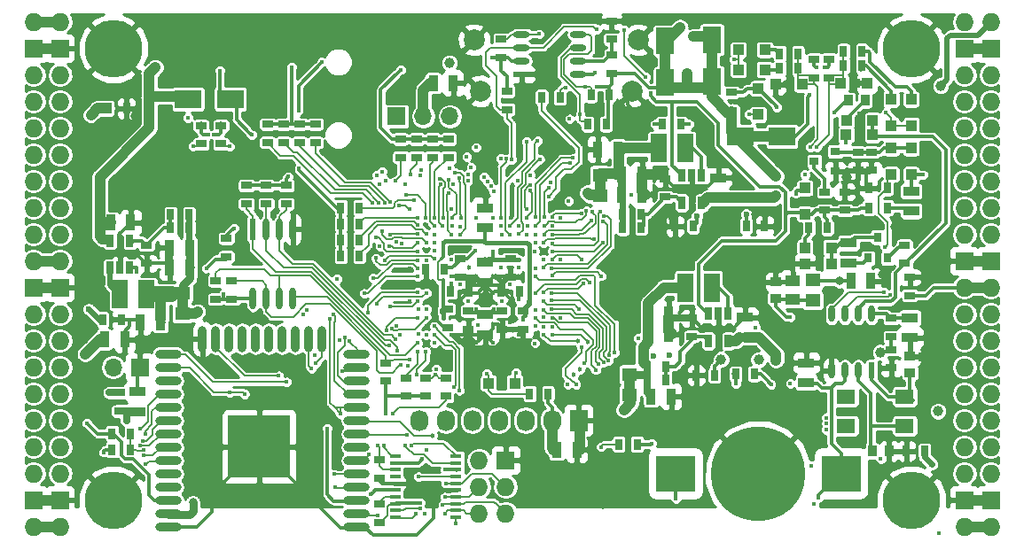
<source format=gbl>
G04 #@! TF.GenerationSoftware,KiCad,Pcbnew,5.0.0-rc3+dfsg1-1*
G04 #@! TF.CreationDate,2018-07-13T11:49:00+02:00*
G04 #@! TF.ProjectId,ulx3s,756C7833732E6B696361645F70636200,rev?*
G04 #@! TF.SameCoordinates,Original*
G04 #@! TF.FileFunction,Copper,L4,Bot,Signal*
G04 #@! TF.FilePolarity,Positive*
%FSLAX46Y46*%
G04 Gerber Fmt 4.6, Leading zero omitted, Abs format (unit mm)*
G04 Created by KiCad (PCBNEW 5.0.0-rc3+dfsg1-1) date Fri Jul 13 11:49:00 2018*
%MOMM*%
%LPD*%
G01*
G04 APERTURE LIST*
G04 #@! TA.AperFunction,EtchedComponent*
%ADD10C,1.000000*%
G04 #@! TD*
G04 #@! TA.AperFunction,ComponentPad*
%ADD11C,2.000000*%
G04 #@! TD*
G04 #@! TA.AperFunction,SMDPad,CuDef*
%ADD12O,2.500000X0.900000*%
G04 #@! TD*
G04 #@! TA.AperFunction,SMDPad,CuDef*
%ADD13O,0.900000X2.500000*%
G04 #@! TD*
G04 #@! TA.AperFunction,SMDPad,CuDef*
%ADD14R,6.000000X6.000000*%
G04 #@! TD*
G04 #@! TA.AperFunction,SMDPad,CuDef*
%ADD15R,0.670000X1.000000*%
G04 #@! TD*
G04 #@! TA.AperFunction,SMDPad,CuDef*
%ADD16R,1.400000X1.295000*%
G04 #@! TD*
G04 #@! TA.AperFunction,SMDPad,CuDef*
%ADD17R,2.500000X1.800000*%
G04 #@! TD*
G04 #@! TA.AperFunction,SMDPad,CuDef*
%ADD18R,1.800000X2.500000*%
G04 #@! TD*
G04 #@! TA.AperFunction,SMDPad,CuDef*
%ADD19R,3.700000X3.500000*%
G04 #@! TD*
G04 #@! TA.AperFunction,BGAPad,CuDef*
%ADD20C,9.000000*%
G04 #@! TD*
G04 #@! TA.AperFunction,SMDPad,CuDef*
%ADD21R,1.550000X0.600000*%
G04 #@! TD*
G04 #@! TA.AperFunction,SMDPad,CuDef*
%ADD22O,1.550000X0.600000*%
G04 #@! TD*
G04 #@! TA.AperFunction,SMDPad,CuDef*
%ADD23R,0.600000X2.100000*%
G04 #@! TD*
G04 #@! TA.AperFunction,SMDPad,CuDef*
%ADD24O,0.600000X2.100000*%
G04 #@! TD*
G04 #@! TA.AperFunction,SMDPad,CuDef*
%ADD25R,0.600000X1.550000*%
G04 #@! TD*
G04 #@! TA.AperFunction,SMDPad,CuDef*
%ADD26O,0.600000X1.550000*%
G04 #@! TD*
G04 #@! TA.AperFunction,SMDPad,CuDef*
%ADD27R,1.000000X0.400000*%
G04 #@! TD*
G04 #@! TA.AperFunction,SMDPad,CuDef*
%ADD28R,0.700000X1.200000*%
G04 #@! TD*
G04 #@! TA.AperFunction,ComponentPad*
%ADD29O,1.727200X1.727200*%
G04 #@! TD*
G04 #@! TA.AperFunction,ComponentPad*
%ADD30R,1.727200X1.727200*%
G04 #@! TD*
G04 #@! TA.AperFunction,ComponentPad*
%ADD31C,5.500000*%
G04 #@! TD*
G04 #@! TA.AperFunction,ComponentPad*
%ADD32R,1.727200X2.032000*%
G04 #@! TD*
G04 #@! TA.AperFunction,ComponentPad*
%ADD33O,1.727200X2.032000*%
G04 #@! TD*
G04 #@! TA.AperFunction,SMDPad,CuDef*
%ADD34R,1.800000X1.400000*%
G04 #@! TD*
G04 #@! TA.AperFunction,SMDPad,CuDef*
%ADD35R,0.970000X1.500000*%
G04 #@! TD*
G04 #@! TA.AperFunction,SMDPad,CuDef*
%ADD36R,1.500000X0.970000*%
G04 #@! TD*
G04 #@! TA.AperFunction,SMDPad,CuDef*
%ADD37R,1.000000X0.670000*%
G04 #@! TD*
G04 #@! TA.AperFunction,SMDPad,CuDef*
%ADD38R,1.000000X1.000000*%
G04 #@! TD*
G04 #@! TA.AperFunction,BGAPad,CuDef*
%ADD39C,0.300000*%
G04 #@! TD*
G04 #@! TA.AperFunction,ComponentPad*
%ADD40R,1.700000X1.700000*%
G04 #@! TD*
G04 #@! TA.AperFunction,ComponentPad*
%ADD41O,1.700000X1.700000*%
G04 #@! TD*
G04 #@! TA.AperFunction,SMDPad,CuDef*
%ADD42R,1.500000X2.700000*%
G04 #@! TD*
G04 #@! TA.AperFunction,SMDPad,CuDef*
%ADD43R,0.800000X0.900000*%
G04 #@! TD*
G04 #@! TA.AperFunction,SMDPad,CuDef*
%ADD44R,0.900000X0.800000*%
G04 #@! TD*
G04 #@! TA.AperFunction,SMDPad,CuDef*
%ADD45R,0.820000X1.000000*%
G04 #@! TD*
G04 #@! TA.AperFunction,SMDPad,CuDef*
%ADD46R,1.000000X0.820000*%
G04 #@! TD*
G04 #@! TA.AperFunction,SMDPad,CuDef*
%ADD47R,1.400000X1.120000*%
G04 #@! TD*
G04 #@! TA.AperFunction,ViaPad*
%ADD48C,0.400000*%
G04 #@! TD*
G04 #@! TA.AperFunction,ViaPad*
%ADD49C,2.000000*%
G04 #@! TD*
G04 #@! TA.AperFunction,ViaPad*
%ADD50C,0.454000*%
G04 #@! TD*
G04 #@! TA.AperFunction,ViaPad*
%ADD51C,0.600000*%
G04 #@! TD*
G04 #@! TA.AperFunction,ViaPad*
%ADD52C,1.000000*%
G04 #@! TD*
G04 #@! TA.AperFunction,ViaPad*
%ADD53C,0.800000*%
G04 #@! TD*
G04 #@! TA.AperFunction,ViaPad*
%ADD54C,0.700000*%
G04 #@! TD*
G04 #@! TA.AperFunction,Conductor*
%ADD55C,0.300000*%
G04 #@! TD*
G04 #@! TA.AperFunction,Conductor*
%ADD56C,0.500000*%
G04 #@! TD*
G04 #@! TA.AperFunction,Conductor*
%ADD57C,1.000000*%
G04 #@! TD*
G04 #@! TA.AperFunction,Conductor*
%ADD58C,0.700000*%
G04 #@! TD*
G04 #@! TA.AperFunction,Conductor*
%ADD59C,0.400000*%
G04 #@! TD*
G04 #@! TA.AperFunction,Conductor*
%ADD60C,0.800000*%
G04 #@! TD*
G04 #@! TA.AperFunction,Conductor*
%ADD61C,0.600000*%
G04 #@! TD*
G04 #@! TA.AperFunction,Conductor*
%ADD62C,0.190000*%
G04 #@! TD*
G04 #@! TA.AperFunction,Conductor*
%ADD63C,0.200000*%
G04 #@! TD*
G04 #@! TA.AperFunction,Conductor*
%ADD64C,1.500000*%
G04 #@! TD*
G04 #@! TA.AperFunction,Conductor*
%ADD65C,0.127000*%
G04 #@! TD*
G04 #@! TA.AperFunction,Conductor*
%ADD66C,0.180000*%
G04 #@! TD*
G04 #@! TA.AperFunction,Conductor*
%ADD67C,0.254000*%
G04 #@! TD*
G04 APERTURE END LIST*
D10*
G04 #@! TO.C,RP3*
X149472000Y-77311000D02*
X149472000Y-79311000D01*
G04 #@! TO.C,RP2*
X109609000Y-88632000D02*
X109609000Y-90632000D01*
G04 #@! TO.C,RP1*
X152281000Y-96361000D02*
X152281000Y-98361000D01*
G04 #@! TO.C,RD9*
X166854000Y-73630000D02*
X162854000Y-73630000D01*
G04 #@! TO.C,RD52*
X160155000Y-64391000D02*
X160155000Y-68391000D01*
G04 #@! TO.C,RD51*
X155710000Y-68518000D02*
X155710000Y-64518000D01*
G04 #@! TD*
D11*
G04 #@! TO.P,GPDI1,0*
G04 #@! TO.N,GND*
X152546000Y-69312000D03*
X138046000Y-69312000D03*
X153146000Y-64412000D03*
X137446000Y-64412000D03*
G04 #@! TD*
D12*
G04 #@! TO.P,U9,38*
G04 #@! TO.N,GND*
X126230000Y-111000000D03*
G04 #@! TO.P,U9,37*
G04 #@! TO.N,JTAG_TDI*
X126230000Y-109730000D03*
G04 #@! TO.P,U9,36*
G04 #@! TO.N,PROG_DONE*
X126230000Y-108460000D03*
G04 #@! TO.P,U9,35*
G04 #@! TO.N,WIFI_TXD*
X126230000Y-107190000D03*
G04 #@! TO.P,U9,34*
G04 #@! TO.N,WIFI_RXD*
X126230000Y-105920000D03*
G04 #@! TO.P,U9,33*
G04 #@! TO.N,JTAG_TMS*
X126230000Y-104650000D03*
G04 #@! TO.P,U9,32*
G04 #@! TO.N,Net-(U9-Pad32)*
X126230000Y-103380000D03*
G04 #@! TO.P,U9,31*
G04 #@! TO.N,JTAG_TDO*
X126230000Y-102110000D03*
G04 #@! TO.P,U9,30*
G04 #@! TO.N,JTAG_TCK*
X126230000Y-100840000D03*
G04 #@! TO.P,U9,29*
G04 #@! TO.N,WIFI_GPIO5*
X126230000Y-99570000D03*
G04 #@! TO.P,U9,28*
G04 #@! TO.N,WIFI_GPIO17*
X126230000Y-98300000D03*
G04 #@! TO.P,U9,27*
G04 #@! TO.N,WIFI_GPIO16*
X126230000Y-97030000D03*
G04 #@! TO.P,U9,26*
G04 #@! TO.N,SD_D1*
X126230000Y-95760000D03*
G04 #@! TO.P,U9,25*
G04 #@! TO.N,WIFI_GPIO0*
X126230000Y-94490000D03*
D13*
G04 #@! TO.P,U9,24*
G04 #@! TO.N,SD_D0*
X122945000Y-93000000D03*
G04 #@! TO.P,U9,23*
G04 #@! TO.N,SD_CMD*
X121675000Y-93000000D03*
G04 #@! TO.P,U9,22*
G04 #@! TO.N,Net-(U9-Pad22)*
X120405000Y-93000000D03*
G04 #@! TO.P,U9,21*
G04 #@! TO.N,Net-(U9-Pad21)*
X119135000Y-93000000D03*
G04 #@! TO.P,U9,20*
G04 #@! TO.N,Net-(U9-Pad20)*
X117865000Y-93000000D03*
G04 #@! TO.P,U9,19*
G04 #@! TO.N,Net-(U9-Pad19)*
X116595000Y-93000000D03*
G04 #@! TO.P,U9,18*
G04 #@! TO.N,Net-(U9-Pad18)*
X115325000Y-93000000D03*
G04 #@! TO.P,U9,17*
G04 #@! TO.N,Net-(U9-Pad17)*
X114055000Y-93000000D03*
G04 #@! TO.P,U9,16*
G04 #@! TO.N,SD_D3*
X112785000Y-93000000D03*
G04 #@! TO.P,U9,15*
G04 #@! TO.N,GND*
X111515000Y-93000000D03*
D12*
G04 #@! TO.P,U9,14*
G04 #@! TO.N,SD_D2*
X108230000Y-94490000D03*
G04 #@! TO.P,U9,13*
G04 #@! TO.N,SD_CLK*
X108230000Y-95760000D03*
G04 #@! TO.P,U9,12*
G04 #@! TO.N,Net-(U9-Pad12)*
X108230000Y-97030000D03*
G04 #@! TO.P,U9,11*
G04 #@! TO.N,GN11*
X108230000Y-98300000D03*
G04 #@! TO.P,U9,10*
G04 #@! TO.N,GP11*
X108230000Y-99570000D03*
G04 #@! TO.P,U9,9*
G04 #@! TO.N,GN12*
X108230000Y-100840000D03*
G04 #@! TO.P,U9,8*
G04 #@! TO.N,GP12*
X108230000Y-102110000D03*
G04 #@! TO.P,U9,7*
G04 #@! TO.N,GN13*
X108230000Y-103380000D03*
G04 #@! TO.P,U9,6*
G04 #@! TO.N,GP13*
X108230000Y-104650000D03*
G04 #@! TO.P,U9,5*
G04 #@! TO.N,Net-(U9-Pad5)*
X108230000Y-105920000D03*
G04 #@! TO.P,U9,4*
G04 #@! TO.N,Net-(U9-Pad4)*
X108230000Y-107190000D03*
G04 #@! TO.P,U9,3*
G04 #@! TO.N,/wifi/WIFIEN*
X108230000Y-108460000D03*
G04 #@! TO.P,U9,2*
G04 #@! TO.N,+3V3*
X108230000Y-109730000D03*
G04 #@! TO.P,U9,1*
G04 #@! TO.N,GND*
X108230000Y-111000000D03*
D14*
G04 #@! TO.P,U9,39*
X116930000Y-103300000D03*
G04 #@! TD*
D15*
G04 #@! TO.P,C49,2*
G04 #@! TO.N,GND*
X103738000Y-91156000D03*
G04 #@! TO.P,C49,1*
G04 #@! TO.N,2V5_3V3*
X101988000Y-91156000D03*
G04 #@! TD*
D16*
G04 #@! TO.P,RP3,2*
G04 #@! TO.N,+3V3*
X149472000Y-79278500D03*
G04 #@! TO.P,RP3,1*
G04 #@! TO.N,/power/P3V3*
X149472000Y-77343500D03*
G04 #@! TD*
G04 #@! TO.P,RP2,2*
G04 #@! TO.N,+2V5*
X109609000Y-90599500D03*
G04 #@! TO.P,RP2,1*
G04 #@! TO.N,/power/P2V5*
X109609000Y-88664500D03*
G04 #@! TD*
G04 #@! TO.P,RP1,2*
G04 #@! TO.N,+1V1*
X152281000Y-98328500D03*
G04 #@! TO.P,RP1,1*
G04 #@! TO.N,/power/P1V1*
X152281000Y-96393500D03*
G04 #@! TD*
D17*
G04 #@! TO.P,RD9,2*
G04 #@! TO.N,+5V*
X162854000Y-73630000D03*
G04 #@! TO.P,RD9,1*
G04 #@! TO.N,/usb/US2VBUS*
X166854000Y-73630000D03*
G04 #@! TD*
D18*
G04 #@! TO.P,RD52,2*
G04 #@! TO.N,+5V*
X160155000Y-68391000D03*
G04 #@! TO.P,RD52,1*
G04 #@! TO.N,/gpio/OUT5V*
X160155000Y-64391000D03*
G04 #@! TD*
G04 #@! TO.P,RD51,2*
G04 #@! TO.N,/gpio/IN5V*
X155710000Y-64518000D03*
G04 #@! TO.P,RD51,1*
G04 #@! TO.N,+5V*
X155710000Y-68518000D03*
G04 #@! TD*
D19*
G04 #@! TO.P,BAT1,1*
G04 #@! TO.N,/power/VBAT*
X172485000Y-105870000D03*
X156685000Y-105870000D03*
D20*
G04 #@! TO.P,BAT1,2*
G04 #@! TO.N,GND*
X164585000Y-105870000D03*
G04 #@! TD*
D21*
G04 #@! TO.P,U11,1*
G04 #@! TO.N,GND*
X141980000Y-67706500D03*
D22*
G04 #@! TO.P,U11,2*
G04 #@! TO.N,+2V5*
X141980000Y-66436500D03*
G04 #@! TO.P,U11,3*
G04 #@! TO.N,FPDI_SCL*
X141980000Y-65166500D03*
G04 #@! TO.P,U11,4*
G04 #@! TO.N,FPDI_SDA*
X141980000Y-63896500D03*
G04 #@! TO.P,U11,5*
G04 #@! TO.N,GPDI_SDA*
X147380000Y-63896500D03*
G04 #@! TO.P,U11,6*
G04 #@! TO.N,GPDI_SCL*
X147380000Y-65166500D03*
G04 #@! TO.P,U11,7*
G04 #@! TO.N,/gpdi/VREF2*
X147380000Y-66436500D03*
G04 #@! TO.P,U11,8*
G04 #@! TO.N,+3V3*
X147380000Y-67706500D03*
G04 #@! TD*
D23*
G04 #@! TO.P,U10,1*
G04 #@! TO.N,/flash/FLASH_nCS*
X116340000Y-82520000D03*
D24*
G04 #@! TO.P,U10,2*
G04 #@! TO.N,/flash/FLASH_MISO*
X117610000Y-82520000D03*
G04 #@! TO.P,U10,3*
G04 #@! TO.N,/flash/FLASH_nWP*
X118880000Y-82520000D03*
G04 #@! TO.P,U10,4*
G04 #@! TO.N,GND*
X120150000Y-82520000D03*
G04 #@! TO.P,U10,5*
G04 #@! TO.N,/flash/FLASH_MOSI*
X120150000Y-89124000D03*
G04 #@! TO.P,U10,6*
G04 #@! TO.N,/flash/FLASH_SCK*
X118880000Y-89124000D03*
G04 #@! TO.P,U10,7*
G04 #@! TO.N,/flash/FLASH_nHOLD*
X117610000Y-89124000D03*
G04 #@! TO.P,U10,8*
G04 #@! TO.N,+3V3*
X116340000Y-89124000D03*
G04 #@! TD*
D25*
G04 #@! TO.P,U7,1*
G04 #@! TO.N,/power/OSCI_32k*
X175395000Y-96015000D03*
D26*
G04 #@! TO.P,U7,2*
G04 #@! TO.N,/power/OSCO_32k*
X174125000Y-96015000D03*
G04 #@! TO.P,U7,3*
G04 #@! TO.N,/power/VBAT*
X172855000Y-96015000D03*
G04 #@! TO.P,U7,4*
G04 #@! TO.N,GND*
X171585000Y-96015000D03*
G04 #@! TO.P,U7,5*
G04 #@! TO.N,FPDI_SDA*
X171585000Y-90615000D03*
G04 #@! TO.P,U7,6*
G04 #@! TO.N,FPDI_SCL*
X172855000Y-90615000D03*
G04 #@! TO.P,U7,7*
G04 #@! TO.N,/power/WAKEUPn*
X174125000Y-90615000D03*
G04 #@! TO.P,U7,8*
G04 #@! TO.N,/power/RTCVDD*
X175395000Y-90615000D03*
G04 #@! TD*
D27*
G04 #@! TO.P,U6,20*
G04 #@! TO.N,FTDI_TXD*
X129935000Y-104215000D03*
G04 #@! TO.P,U6,19*
G04 #@! TO.N,FTDI_nSLEEP*
X129935000Y-104865000D03*
G04 #@! TO.P,U6,18*
G04 #@! TO.N,FTDI_TXDEN*
X129935000Y-105515000D03*
G04 #@! TO.P,U6,17*
G04 #@! TO.N,FTDI_nRXLED*
X129935000Y-106165000D03*
G04 #@! TO.P,U6,16*
G04 #@! TO.N,GND*
X129935000Y-106815000D03*
G04 #@! TO.P,U6,15*
G04 #@! TO.N,USB5V*
X129935000Y-107465000D03*
G04 #@! TO.P,U6,14*
G04 #@! TO.N,nRESET*
X129935000Y-108115000D03*
G04 #@! TO.P,U6,13*
G04 #@! TO.N,FT2V5*
X129935000Y-108765000D03*
G04 #@! TO.P,U6,12*
G04 #@! TO.N,USB_FTDI_D-*
X129935000Y-109415000D03*
G04 #@! TO.P,U6,11*
G04 #@! TO.N,USB_FTDI_D+*
X129935000Y-110065000D03*
G04 #@! TO.P,U6,10*
G04 #@! TO.N,FTDI_nTXLED*
X135735000Y-110065000D03*
G04 #@! TO.P,U6,9*
G04 #@! TO.N,JTAG_TDO*
X135735000Y-109415000D03*
G04 #@! TO.P,U6,8*
G04 #@! TO.N,JTAG_TMS*
X135735000Y-108765000D03*
G04 #@! TO.P,U6,7*
G04 #@! TO.N,JTAG_TCK*
X135735000Y-108115000D03*
G04 #@! TO.P,U6,6*
G04 #@! TO.N,GND*
X135735000Y-107465000D03*
G04 #@! TO.P,U6,5*
G04 #@! TO.N,JTAG_TDI*
X135735000Y-106815000D03*
G04 #@! TO.P,U6,4*
G04 #@! TO.N,FTDI_RXD*
X135735000Y-106165000D03*
G04 #@! TO.P,U6,3*
G04 #@! TO.N,FT2V5*
X135735000Y-105515000D03*
G04 #@! TO.P,U6,2*
G04 #@! TO.N,FTDI_nRTS*
X135735000Y-104865000D03*
G04 #@! TO.P,U6,1*
G04 #@! TO.N,FTDI_nDTR*
X135735000Y-104215000D03*
G04 #@! TD*
D28*
G04 #@! TO.P,U5,1*
G04 #@! TO.N,/power/PWREN*
X157285000Y-77392000D03*
G04 #@! TO.P,U5,2*
G04 #@! TO.N,GND*
X158235000Y-77392000D03*
G04 #@! TO.P,U5,3*
G04 #@! TO.N,/power/L3*
X159185000Y-77392000D03*
G04 #@! TO.P,U5,4*
G04 #@! TO.N,+5V*
X159185000Y-79992000D03*
G04 #@! TO.P,U5,5*
G04 #@! TO.N,/power/FB3*
X157285000Y-79992000D03*
G04 #@! TD*
G04 #@! TO.P,U3,1*
G04 #@! TO.N,/power/PWREN*
X159825000Y-90600000D03*
G04 #@! TO.P,U3,2*
G04 #@! TO.N,GND*
X160775000Y-90600000D03*
G04 #@! TO.P,U3,3*
G04 #@! TO.N,/power/L1*
X161725000Y-90600000D03*
G04 #@! TO.P,U3,4*
G04 #@! TO.N,+5V*
X161725000Y-93200000D03*
G04 #@! TO.P,U3,5*
G04 #@! TO.N,/power/FB1*
X159825000Y-93200000D03*
G04 #@! TD*
G04 #@! TO.P,U4,1*
G04 #@! TO.N,/power/PWREN*
X104575000Y-86215000D03*
G04 #@! TO.P,U4,2*
G04 #@! TO.N,GND*
X103625000Y-86215000D03*
G04 #@! TO.P,U4,3*
G04 #@! TO.N,/power/L2*
X102675000Y-86215000D03*
G04 #@! TO.P,U4,4*
G04 #@! TO.N,+5V*
X102675000Y-83615000D03*
G04 #@! TO.P,U4,5*
G04 #@! TO.N,/power/FB2*
X104575000Y-83615000D03*
G04 #@! TD*
D29*
G04 #@! TO.P,J1,1*
G04 #@! TO.N,2V5_3V3*
X97910000Y-62690000D03*
G04 #@! TO.P,J1,2*
X95370000Y-62690000D03*
D30*
G04 #@! TO.P,J1,3*
G04 #@! TO.N,GND*
X97910000Y-65230000D03*
G04 #@! TO.P,J1,4*
X95370000Y-65230000D03*
D29*
G04 #@! TO.P,J1,5*
G04 #@! TO.N,GN0*
X97910000Y-67770000D03*
G04 #@! TO.P,J1,6*
G04 #@! TO.N,GP0*
X95370000Y-67770000D03*
G04 #@! TO.P,J1,7*
G04 #@! TO.N,GN1*
X97910000Y-70310000D03*
G04 #@! TO.P,J1,8*
G04 #@! TO.N,GP1*
X95370000Y-70310000D03*
G04 #@! TO.P,J1,9*
G04 #@! TO.N,GN2*
X97910000Y-72850000D03*
G04 #@! TO.P,J1,10*
G04 #@! TO.N,GP2*
X95370000Y-72850000D03*
G04 #@! TO.P,J1,11*
G04 #@! TO.N,GN3*
X97910000Y-75390000D03*
G04 #@! TO.P,J1,12*
G04 #@! TO.N,GP3*
X95370000Y-75390000D03*
G04 #@! TO.P,J1,13*
G04 #@! TO.N,GN4*
X97910000Y-77930000D03*
G04 #@! TO.P,J1,14*
G04 #@! TO.N,GP4*
X95370000Y-77930000D03*
G04 #@! TO.P,J1,15*
G04 #@! TO.N,GN5*
X97910000Y-80470000D03*
G04 #@! TO.P,J1,16*
G04 #@! TO.N,GP5*
X95370000Y-80470000D03*
G04 #@! TO.P,J1,17*
G04 #@! TO.N,GN6*
X97910000Y-83010000D03*
G04 #@! TO.P,J1,18*
G04 #@! TO.N,GP6*
X95370000Y-83010000D03*
G04 #@! TO.P,J1,19*
G04 #@! TO.N,2V5_3V3*
X97910000Y-85550000D03*
G04 #@! TO.P,J1,20*
X95370000Y-85550000D03*
D30*
G04 #@! TO.P,J1,21*
G04 #@! TO.N,GND*
X97910000Y-88090000D03*
G04 #@! TO.P,J1,22*
X95370000Y-88090000D03*
D29*
G04 #@! TO.P,J1,23*
G04 #@! TO.N,GN7*
X97910000Y-90630000D03*
G04 #@! TO.P,J1,24*
G04 #@! TO.N,GP7*
X95370000Y-90630000D03*
G04 #@! TO.P,J1,25*
G04 #@! TO.N,GN8*
X97910000Y-93170000D03*
G04 #@! TO.P,J1,26*
G04 #@! TO.N,GP8*
X95370000Y-93170000D03*
G04 #@! TO.P,J1,27*
G04 #@! TO.N,GN9*
X97910000Y-95710000D03*
G04 #@! TO.P,J1,28*
G04 #@! TO.N,GP9*
X95370000Y-95710000D03*
G04 #@! TO.P,J1,29*
G04 #@! TO.N,GN10*
X97910000Y-98250000D03*
G04 #@! TO.P,J1,30*
G04 #@! TO.N,GP10*
X95370000Y-98250000D03*
G04 #@! TO.P,J1,31*
G04 #@! TO.N,GN11*
X97910000Y-100790000D03*
G04 #@! TO.P,J1,32*
G04 #@! TO.N,GP11*
X95370000Y-100790000D03*
G04 #@! TO.P,J1,33*
G04 #@! TO.N,GN12*
X97910000Y-103330000D03*
G04 #@! TO.P,J1,34*
G04 #@! TO.N,GP12*
X95370000Y-103330000D03*
G04 #@! TO.P,J1,35*
G04 #@! TO.N,GN13*
X97910000Y-105870000D03*
G04 #@! TO.P,J1,36*
G04 #@! TO.N,GP13*
X95370000Y-105870000D03*
D30*
G04 #@! TO.P,J1,37*
G04 #@! TO.N,GND*
X97910000Y-108410000D03*
G04 #@! TO.P,J1,38*
X95370000Y-108410000D03*
D29*
G04 #@! TO.P,J1,39*
G04 #@! TO.N,2V5_3V3*
X97910000Y-110950000D03*
G04 #@! TO.P,J1,40*
X95370000Y-110950000D03*
G04 #@! TD*
G04 #@! TO.P,J2,1*
G04 #@! TO.N,+3V3*
X184270000Y-110950000D03*
G04 #@! TO.P,J2,2*
X186810000Y-110950000D03*
D30*
G04 #@! TO.P,J2,3*
G04 #@! TO.N,GND*
X184270000Y-108410000D03*
G04 #@! TO.P,J2,4*
X186810000Y-108410000D03*
D29*
G04 #@! TO.P,J2,5*
G04 #@! TO.N,GN14*
X184270000Y-105870000D03*
G04 #@! TO.P,J2,6*
G04 #@! TO.N,GP14*
X186810000Y-105870000D03*
G04 #@! TO.P,J2,7*
G04 #@! TO.N,GN15*
X184270000Y-103330000D03*
G04 #@! TO.P,J2,8*
G04 #@! TO.N,GP15*
X186810000Y-103330000D03*
G04 #@! TO.P,J2,9*
G04 #@! TO.N,GN16*
X184270000Y-100790000D03*
G04 #@! TO.P,J2,10*
G04 #@! TO.N,GP16*
X186810000Y-100790000D03*
G04 #@! TO.P,J2,11*
G04 #@! TO.N,GN17*
X184270000Y-98250000D03*
G04 #@! TO.P,J2,12*
G04 #@! TO.N,GP17*
X186810000Y-98250000D03*
G04 #@! TO.P,J2,13*
G04 #@! TO.N,GN18*
X184270000Y-95710000D03*
G04 #@! TO.P,J2,14*
G04 #@! TO.N,GP18*
X186810000Y-95710000D03*
G04 #@! TO.P,J2,15*
G04 #@! TO.N,GN19*
X184270000Y-93170000D03*
G04 #@! TO.P,J2,16*
G04 #@! TO.N,GP19*
X186810000Y-93170000D03*
G04 #@! TO.P,J2,17*
G04 #@! TO.N,GN20*
X184270000Y-90630000D03*
G04 #@! TO.P,J2,18*
G04 #@! TO.N,GP20*
X186810000Y-90630000D03*
G04 #@! TO.P,J2,19*
G04 #@! TO.N,+3V3*
X184270000Y-88090000D03*
G04 #@! TO.P,J2,20*
X186810000Y-88090000D03*
D30*
G04 #@! TO.P,J2,21*
G04 #@! TO.N,GND*
X184270000Y-85550000D03*
G04 #@! TO.P,J2,22*
X186810000Y-85550000D03*
D29*
G04 #@! TO.P,J2,23*
G04 #@! TO.N,GN21*
X184270000Y-83010000D03*
G04 #@! TO.P,J2,24*
G04 #@! TO.N,GP21*
X186810000Y-83010000D03*
G04 #@! TO.P,J2,25*
G04 #@! TO.N,GN22*
X184270000Y-80470000D03*
G04 #@! TO.P,J2,26*
G04 #@! TO.N,GP22*
X186810000Y-80470000D03*
G04 #@! TO.P,J2,27*
G04 #@! TO.N,GN23*
X184270000Y-77930000D03*
G04 #@! TO.P,J2,28*
G04 #@! TO.N,GP23*
X186810000Y-77930000D03*
G04 #@! TO.P,J2,29*
G04 #@! TO.N,GN24*
X184270000Y-75390000D03*
G04 #@! TO.P,J2,30*
G04 #@! TO.N,GP24*
X186810000Y-75390000D03*
G04 #@! TO.P,J2,31*
G04 #@! TO.N,GN25*
X184270000Y-72850000D03*
G04 #@! TO.P,J2,32*
G04 #@! TO.N,GP25*
X186810000Y-72850000D03*
G04 #@! TO.P,J2,33*
G04 #@! TO.N,GN26*
X184270000Y-70310000D03*
G04 #@! TO.P,J2,34*
G04 #@! TO.N,GP26*
X186810000Y-70310000D03*
G04 #@! TO.P,J2,35*
G04 #@! TO.N,GN27*
X184270000Y-67770000D03*
G04 #@! TO.P,J2,36*
G04 #@! TO.N,GP27*
X186810000Y-67770000D03*
D30*
G04 #@! TO.P,J2,37*
G04 #@! TO.N,GND*
X184270000Y-65230000D03*
G04 #@! TO.P,J2,38*
X186810000Y-65230000D03*
D29*
G04 #@! TO.P,J2,39*
G04 #@! TO.N,/gpio/IN5V*
X184270000Y-62690000D03*
G04 #@! TO.P,J2,40*
G04 #@! TO.N,/gpio/OUT5V*
X186810000Y-62690000D03*
G04 #@! TD*
D31*
G04 #@! TO.P,H1,1*
G04 #@! TO.N,GND*
X102990000Y-108410000D03*
G04 #@! TD*
G04 #@! TO.P,H2,1*
G04 #@! TO.N,GND*
X179190000Y-108410000D03*
G04 #@! TD*
G04 #@! TO.P,H3,1*
G04 #@! TO.N,GND*
X179190000Y-65230000D03*
G04 #@! TD*
G04 #@! TO.P,H4,1*
G04 #@! TO.N,GND*
X102990000Y-65230000D03*
G04 #@! TD*
D30*
G04 #@! TO.P,J4,1*
G04 #@! TO.N,GND*
X140455000Y-104600000D03*
D29*
G04 #@! TO.P,J4,2*
G04 #@! TO.N,+3V3*
X137915000Y-104600000D03*
G04 #@! TO.P,J4,3*
G04 #@! TO.N,JTAG_TDI*
X140455000Y-107140000D03*
G04 #@! TO.P,J4,4*
G04 #@! TO.N,JTAG_TCK*
X137915000Y-107140000D03*
G04 #@! TO.P,J4,5*
G04 #@! TO.N,JTAG_TMS*
X140455000Y-109680000D03*
G04 #@! TO.P,J4,6*
G04 #@! TO.N,JTAG_TDO*
X137915000Y-109680000D03*
G04 #@! TD*
D32*
G04 #@! TO.P,OLED1,1*
G04 #@! TO.N,GND*
X147440000Y-100790000D03*
D33*
G04 #@! TO.P,OLED1,2*
G04 #@! TO.N,+3V3*
X144900000Y-100790000D03*
G04 #@! TO.P,OLED1,3*
G04 #@! TO.N,OLED_CLK*
X142360000Y-100790000D03*
G04 #@! TO.P,OLED1,4*
G04 #@! TO.N,OLED_MOSI*
X139820000Y-100790000D03*
G04 #@! TO.P,OLED1,5*
G04 #@! TO.N,OLED_RES*
X137280000Y-100790000D03*
G04 #@! TO.P,OLED1,6*
G04 #@! TO.N,OLED_DC*
X134740000Y-100790000D03*
G04 #@! TO.P,OLED1,7*
G04 #@! TO.N,OLED_CS*
X132200000Y-100790000D03*
G04 #@! TD*
D34*
G04 #@! TO.P,Y2,4*
G04 #@! TO.N,/power/OSCI_32k*
X178576000Y-98522000D03*
G04 #@! TO.P,Y2,3*
G04 #@! TO.N,Net-(Y2-Pad3)*
X172976000Y-98522000D03*
G04 #@! TO.P,Y2,2*
G04 #@! TO.N,Net-(Y2-Pad2)*
X172976000Y-101322000D03*
G04 #@! TO.P,Y2,1*
G04 #@! TO.N,/power/OSCO_32k*
X178576000Y-101322000D03*
G04 #@! TD*
D35*
G04 #@! TO.P,C47,1*
G04 #@! TO.N,2V5_3V3*
X133546000Y-68550000D03*
G04 #@! TO.P,C47,2*
G04 #@! TO.N,GND*
X135456000Y-68550000D03*
G04 #@! TD*
G04 #@! TO.P,C1,1*
G04 #@! TO.N,+5V*
X102748500Y-81885000D03*
G04 #@! TO.P,C1,2*
G04 #@! TO.N,GND*
X104658500Y-81885000D03*
G04 #@! TD*
D15*
G04 #@! TO.P,C2,1*
G04 #@! TO.N,/power/P1V1*
X153985000Y-96910000D03*
G04 #@! TO.P,C2,2*
G04 #@! TO.N,/power/FB1*
X155735000Y-96910000D03*
G04 #@! TD*
D35*
G04 #@! TO.P,C3,2*
G04 #@! TO.N,GND*
X156015000Y-90630000D03*
G04 #@! TO.P,C3,1*
G04 #@! TO.N,/power/P1V1*
X154105000Y-90630000D03*
G04 #@! TD*
G04 #@! TO.P,C4,1*
G04 #@! TO.N,/power/P1V1*
X154105000Y-92535000D03*
G04 #@! TO.P,C4,2*
G04 #@! TO.N,GND*
X156015000Y-92535000D03*
G04 #@! TD*
D36*
G04 #@! TO.P,C5,2*
G04 #@! TO.N,GND*
X163315000Y-90945000D03*
G04 #@! TO.P,C5,1*
G04 #@! TO.N,+5V*
X163315000Y-92855000D03*
G04 #@! TD*
D15*
G04 #@! TO.P,C6,1*
G04 #@! TO.N,/power/P3V3*
X151645000Y-82375000D03*
G04 #@! TO.P,C6,2*
G04 #@! TO.N,/power/FB3*
X153395000Y-82375000D03*
G04 #@! TD*
D35*
G04 #@! TO.P,C7,2*
G04 #@! TO.N,GND*
X153475000Y-79200000D03*
G04 #@! TO.P,C7,1*
G04 #@! TO.N,/power/P3V3*
X151565000Y-79200000D03*
G04 #@! TD*
G04 #@! TO.P,C8,2*
G04 #@! TO.N,GND*
X153475000Y-77295000D03*
G04 #@! TO.P,C8,1*
G04 #@! TO.N,/power/P3V3*
X151565000Y-77295000D03*
G04 #@! TD*
D36*
G04 #@! TO.P,C9,1*
G04 #@! TO.N,+5V*
X160775000Y-79520000D03*
G04 #@! TO.P,C9,2*
G04 #@! TO.N,GND*
X160775000Y-77610000D03*
G04 #@! TD*
D15*
G04 #@! TO.P,C10,2*
G04 #@! TO.N,/power/FB2*
X108465000Y-81105000D03*
G04 #@! TO.P,C10,1*
G04 #@! TO.N,/power/P2V5*
X110215000Y-81105000D03*
G04 #@! TD*
D35*
G04 #@! TO.P,C11,2*
G04 #@! TO.N,GND*
X108385000Y-84280000D03*
G04 #@! TO.P,C11,1*
G04 #@! TO.N,/power/P2V5*
X110295000Y-84280000D03*
G04 #@! TD*
G04 #@! TO.P,C12,1*
G04 #@! TO.N,/power/P2V5*
X110295000Y-86185000D03*
G04 #@! TO.P,C12,2*
G04 #@! TO.N,GND*
X108385000Y-86185000D03*
G04 #@! TD*
D36*
G04 #@! TO.P,C13,2*
G04 #@! TO.N,/power/WKUP*
X173221000Y-83833000D03*
G04 #@! TO.P,C13,1*
G04 #@! TO.N,+5V*
X173221000Y-85743000D03*
G04 #@! TD*
D37*
G04 #@! TO.P,C14,2*
G04 #@! TO.N,GND*
X175380000Y-76900000D03*
G04 #@! TO.P,C14,1*
G04 #@! TO.N,/power/SHUT*
X175380000Y-75150000D03*
G04 #@! TD*
D36*
G04 #@! TO.P,C15,1*
G04 #@! TO.N,/sdcard/SD3V3*
X105276000Y-99967000D03*
G04 #@! TO.P,C15,2*
G04 #@! TO.N,GND*
X105276000Y-98057000D03*
G04 #@! TD*
D35*
G04 #@! TO.P,C16,1*
G04 #@! TO.N,+3V3*
X173424000Y-87473000D03*
G04 #@! TO.P,C16,2*
G04 #@! TO.N,GND*
X175334000Y-87473000D03*
G04 #@! TD*
D36*
G04 #@! TO.P,C17,1*
G04 #@! TO.N,+1V1*
X138500000Y-90665000D03*
G04 #@! TO.P,C17,2*
G04 #@! TO.N,GND*
X138500000Y-92575000D03*
G04 #@! TD*
D37*
G04 #@! TO.P,C18,1*
G04 #@! TO.N,/gpdi/VREF2*
X150589600Y-64359000D03*
G04 #@! TO.P,C18,2*
G04 #@! TO.N,GND*
X150589600Y-62609000D03*
G04 #@! TD*
D36*
G04 #@! TO.P,C19,1*
G04 #@! TO.N,+2V5*
X138500000Y-82375000D03*
G04 #@! TO.P,C19,2*
G04 #@! TO.N,GND*
X138500000Y-80465000D03*
G04 #@! TD*
G04 #@! TO.P,C20,2*
G04 #@! TO.N,GND*
X138500000Y-87575000D03*
G04 #@! TO.P,C20,1*
G04 #@! TO.N,+3V3*
X138500000Y-85665000D03*
G04 #@! TD*
D35*
G04 #@! TO.P,C21,2*
G04 #@! TO.N,GND*
X104072000Y-93061000D03*
G04 #@! TO.P,C21,1*
G04 #@! TO.N,+3V3*
X102162000Y-93061000D03*
G04 #@! TD*
G04 #@! TO.P,C22,1*
G04 #@! TO.N,/power/P1V1*
X154359000Y-98504000D03*
G04 #@! TO.P,C22,2*
G04 #@! TO.N,GND*
X156269000Y-98504000D03*
G04 #@! TD*
G04 #@! TO.P,C23,2*
G04 #@! TO.N,GND*
X105591000Y-91392000D03*
G04 #@! TO.P,C23,1*
G04 #@! TO.N,/power/P2V5*
X107501000Y-91392000D03*
G04 #@! TD*
G04 #@! TO.P,C24,1*
G04 #@! TO.N,/power/P3V3*
X151189000Y-74882000D03*
G04 #@! TO.P,C24,2*
G04 #@! TO.N,GND*
X149279000Y-74882000D03*
G04 #@! TD*
D37*
G04 #@! TO.P,C25,2*
G04 #@! TO.N,GND*
X140900000Y-87095000D03*
G04 #@! TO.P,C25,1*
G04 #@! TO.N,+3V3*
X140900000Y-85345000D03*
G04 #@! TD*
G04 #@! TO.P,C26,2*
G04 #@! TO.N,GND*
X136100000Y-87095000D03*
G04 #@! TO.P,C26,1*
G04 #@! TO.N,2V5_3V3*
X136100000Y-85345000D03*
G04 #@! TD*
G04 #@! TO.P,C27,2*
G04 #@! TO.N,GND*
X136900000Y-92095000D03*
G04 #@! TO.P,C27,1*
G04 #@! TO.N,+1V1*
X136900000Y-90345000D03*
G04 #@! TD*
G04 #@! TO.P,C28,1*
G04 #@! TO.N,+1V1*
X140100000Y-90345000D03*
G04 #@! TO.P,C28,2*
G04 #@! TO.N,GND*
X140100000Y-92095000D03*
G04 #@! TD*
G04 #@! TO.P,C29,2*
G04 #@! TO.N,GND*
X142100000Y-92095000D03*
G04 #@! TO.P,C29,1*
G04 #@! TO.N,+2V5*
X142100000Y-90345000D03*
G04 #@! TD*
G04 #@! TO.P,C30,1*
G04 #@! TO.N,+2V5*
X134900000Y-90145000D03*
G04 #@! TO.P,C30,2*
G04 #@! TO.N,GND*
X134900000Y-91895000D03*
G04 #@! TD*
D15*
G04 #@! TO.P,C31,1*
G04 #@! TO.N,+3V3*
X135225000Y-88420000D03*
G04 #@! TO.P,C31,2*
G04 #@! TO.N,GND*
X136975000Y-88420000D03*
G04 #@! TD*
G04 #@! TO.P,C32,2*
G04 #@! TO.N,GND*
X140025000Y-88420000D03*
G04 #@! TO.P,C32,1*
G04 #@! TO.N,+3V3*
X141775000Y-88420000D03*
G04 #@! TD*
G04 #@! TO.P,C33,1*
G04 #@! TO.N,+3V3*
X163425000Y-82220000D03*
G04 #@! TO.P,C33,2*
G04 #@! TO.N,GND*
X165175000Y-82220000D03*
G04 #@! TD*
G04 #@! TO.P,C34,1*
G04 #@! TO.N,+3V3*
X158375000Y-82220000D03*
G04 #@! TO.P,C34,2*
G04 #@! TO.N,GND*
X156625000Y-82220000D03*
G04 #@! TD*
D37*
G04 #@! TO.P,C35,1*
G04 #@! TO.N,+3V3*
X177300000Y-94025000D03*
G04 #@! TO.P,C35,2*
G04 #@! TO.N,GND*
X177300000Y-95775000D03*
G04 #@! TD*
D35*
G04 #@! TO.P,C46,1*
G04 #@! TO.N,+3V3*
X145342000Y-103584000D03*
G04 #@! TO.P,C46,2*
G04 #@! TO.N,GND*
X147252000Y-103584000D03*
G04 #@! TD*
D15*
G04 #@! TO.P,C48,2*
G04 #@! TO.N,GND*
X104246000Y-70963000D03*
G04 #@! TO.P,C48,1*
G04 #@! TO.N,2V5_3V3*
X102496000Y-70963000D03*
G04 #@! TD*
D37*
G04 #@! TO.P,C50,1*
G04 #@! TO.N,+3V3*
X179063000Y-88856000D03*
G04 #@! TO.P,C50,2*
G04 #@! TO.N,GND*
X179063000Y-87106000D03*
G04 #@! TD*
D15*
G04 #@! TO.P,C51,1*
G04 #@! TO.N,+3V3*
X180473000Y-103711000D03*
G04 #@! TO.P,C51,2*
G04 #@! TO.N,GND*
X178723000Y-103711000D03*
G04 #@! TD*
G04 #@! TO.P,C52,2*
G04 #@! TO.N,GND*
X158645000Y-96490000D03*
G04 #@! TO.P,C52,1*
G04 #@! TO.N,+3V3*
X160395000Y-96490000D03*
G04 #@! TD*
G04 #@! TO.P,C53,2*
G04 #@! TO.N,GND*
X132827200Y-86330000D03*
G04 #@! TO.P,C53,1*
G04 #@! TO.N,2V5_3V3*
X134577200Y-86330000D03*
G04 #@! TD*
D36*
G04 #@! TO.P,C54,2*
G04 #@! TO.N,GND*
X169172000Y-95281000D03*
G04 #@! TO.P,C54,1*
G04 #@! TO.N,/power/VBAT*
X169172000Y-97191000D03*
G04 #@! TD*
G04 #@! TO.P,D11,1*
G04 #@! TO.N,/power/HOLD*
X179190000Y-80790000D03*
G04 #@! TO.P,D11,2*
G04 #@! TO.N,+3V3*
X179190000Y-78880000D03*
G04 #@! TD*
D38*
G04 #@! TO.P,D10,1*
G04 #@! TO.N,/power/WAKE*
X169050000Y-84280000D03*
G04 #@! TO.P,D10,2*
G04 #@! TO.N,/power/WKUP*
X171550000Y-84280000D03*
G04 #@! TD*
G04 #@! TO.P,D12,2*
G04 #@! TO.N,/power/FTDI_nSUSPEND*
X169030000Y-78585000D03*
G04 #@! TO.P,D12,1*
G04 #@! TO.N,/power/PWREN*
X169030000Y-81085000D03*
G04 #@! TD*
G04 #@! TO.P,D13,1*
G04 #@! TO.N,/power/WKUP*
X171550000Y-85804000D03*
G04 #@! TO.P,D13,2*
G04 #@! TO.N,GND*
X169050000Y-85804000D03*
G04 #@! TD*
G04 #@! TO.P,D14,2*
G04 #@! TO.N,/power/SHUT*
X179190000Y-74775000D03*
G04 #@! TO.P,D14,1*
G04 #@! TO.N,+3V3*
X179190000Y-77275000D03*
G04 #@! TD*
G04 #@! TO.P,D15,2*
G04 #@! TO.N,SHUTDOWN*
X177285000Y-77275000D03*
G04 #@! TO.P,D15,1*
G04 #@! TO.N,/power/SHUT*
X177285000Y-74775000D03*
G04 #@! TD*
G04 #@! TO.P,D16,1*
G04 #@! TO.N,PWRBTn*
X172987000Y-73503000D03*
G04 #@! TO.P,D16,2*
G04 #@! TO.N,/power/WAKEUPn*
X175487000Y-73503000D03*
G04 #@! TD*
G04 #@! TO.P,D17,1*
G04 #@! TO.N,PWRBTn*
X164585000Y-69060000D03*
G04 #@! TO.P,D17,2*
G04 #@! TO.N,BTN_PWRn*
X164585000Y-71560000D03*
G04 #@! TD*
G04 #@! TO.P,D20,1*
G04 #@! TO.N,USB_FPGA_D+*
X168756000Y-68659000D03*
G04 #@! TO.P,D20,2*
G04 #@! TO.N,GND*
X166256000Y-68659000D03*
G04 #@! TD*
G04 #@! TO.P,D21,2*
G04 #@! TO.N,GND*
X174979000Y-68550000D03*
G04 #@! TO.P,D21,1*
G04 #@! TO.N,USB_FPGA_D-*
X172479000Y-68550000D03*
G04 #@! TD*
G04 #@! TO.P,D23,2*
G04 #@! TO.N,Net-(D23-Pad2)*
X165200000Y-67262000D03*
G04 #@! TO.P,D23,1*
G04 #@! TO.N,USB_FPGA_PULL_D+*
X162700000Y-67262000D03*
G04 #@! TD*
G04 #@! TO.P,D24,2*
G04 #@! TO.N,USB_FPGA_PULL_D+*
X162700000Y-65357000D03*
G04 #@! TO.P,D24,1*
G04 #@! TO.N,Net-(D24-Pad1)*
X165200000Y-65357000D03*
G04 #@! TD*
G04 #@! TO.P,D25,1*
G04 #@! TO.N,USB_FPGA_PULL_D-*
X177285000Y-72594000D03*
G04 #@! TO.P,D25,2*
G04 #@! TO.N,Net-(D25-Pad2)*
X177285000Y-70094000D03*
G04 #@! TD*
G04 #@! TO.P,D26,1*
G04 #@! TO.N,Net-(D26-Pad1)*
X179190000Y-70094000D03*
G04 #@! TO.P,D26,2*
G04 #@! TO.N,USB_FPGA_PULL_D-*
X179190000Y-72594000D03*
G04 #@! TD*
D39*
G04 #@! TO.P,AE1,1*
G04 #@! TO.N,/usb/ANT_433MHz*
X181872000Y-111603000D03*
G04 #@! TD*
D37*
G04 #@! TO.P,R49,1*
G04 #@! TO.N,USB_FTDI_D-*
X113277000Y-74360000D03*
G04 #@! TO.P,R49,2*
G04 #@! TO.N,/usb/FTD-*
X113277000Y-72610000D03*
G04 #@! TD*
G04 #@! TO.P,R50,2*
G04 #@! TO.N,/usb/FTD+*
X111372000Y-72610000D03*
G04 #@! TO.P,R50,1*
G04 #@! TO.N,USB_FTDI_D+*
X111372000Y-74360000D03*
G04 #@! TD*
D15*
G04 #@! TO.P,R51,2*
G04 #@! TO.N,/blinkey/SWPU*
X155455000Y-72487000D03*
G04 #@! TO.P,R51,1*
G04 #@! TO.N,2V5_3V3*
X157205000Y-72487000D03*
G04 #@! TD*
D37*
G04 #@! TO.P,R52,2*
G04 #@! TO.N,/usb/FPD-*
X171331000Y-66278000D03*
G04 #@! TO.P,R52,1*
G04 #@! TO.N,USB_FPGA_D-*
X171331000Y-68028000D03*
G04 #@! TD*
G04 #@! TO.P,R53,1*
G04 #@! TO.N,USB_FPGA_D+*
X169919000Y-68028000D03*
G04 #@! TO.P,R53,2*
G04 #@! TO.N,/usb/FPD+*
X169919000Y-66278000D03*
G04 #@! TD*
D15*
G04 #@! TO.P,R54,2*
G04 #@! TO.N,Net-(D26-Pad1)*
X174477000Y-65502000D03*
G04 #@! TO.P,R54,1*
G04 #@! TO.N,USB_FPGA_D-*
X172727000Y-65502000D03*
G04 #@! TD*
D37*
G04 #@! TO.P,R56,1*
G04 #@! TO.N,GND*
X128390000Y-106321000D03*
G04 #@! TO.P,R56,2*
G04 #@! TO.N,FTDI_TXDEN*
X128390000Y-104571000D03*
G04 #@! TD*
G04 #@! TO.P,R57,2*
G04 #@! TO.N,/analog/AUDIO_V*
X117722000Y-72483000D03*
G04 #@! TO.P,R57,1*
G04 #@! TO.N,AUDIO_V0*
X117722000Y-74233000D03*
G04 #@! TD*
G04 #@! TO.P,R58,1*
G04 #@! TO.N,AUDIO_V1*
X119246000Y-74233000D03*
G04 #@! TO.P,R58,2*
G04 #@! TO.N,/analog/AUDIO_V*
X119246000Y-72483000D03*
G04 #@! TD*
G04 #@! TO.P,R59,2*
G04 #@! TO.N,/analog/AUDIO_V*
X120770000Y-72483000D03*
G04 #@! TO.P,R59,1*
G04 #@! TO.N,AUDIO_V2*
X120770000Y-74233000D03*
G04 #@! TD*
G04 #@! TO.P,R60,1*
G04 #@! TO.N,AUDIO_V3*
X122294000Y-74233000D03*
G04 #@! TO.P,R60,2*
G04 #@! TO.N,/analog/AUDIO_V*
X122294000Y-72483000D03*
G04 #@! TD*
D15*
G04 #@! TO.P,R61,1*
G04 #@! TO.N,GPDI_CEC*
X145655000Y-69900000D03*
G04 #@! TO.P,R61,2*
G04 #@! TO.N,/gpdi/FPDI_CEC*
X143905000Y-69900000D03*
G04 #@! TD*
D40*
G04 #@! TO.P,J3,1*
G04 #@! TO.N,GND*
X105530000Y-95710000D03*
D41*
G04 #@! TO.P,J3,2*
G04 #@! TO.N,/wifi/WIFIEN*
X102990000Y-95710000D03*
G04 #@! TD*
D40*
G04 #@! TO.P,J5,1*
G04 #@! TO.N,+2V5*
X130056000Y-71725000D03*
D41*
G04 #@! TO.P,J5,2*
G04 #@! TO.N,2V5_3V3*
X132596000Y-71725000D03*
G04 #@! TO.P,J5,3*
G04 #@! TO.N,+3V3*
X135136000Y-71725000D03*
G04 #@! TD*
D15*
G04 #@! TO.P,R40,1*
G04 #@! TO.N,Net-(D24-Pad1)*
X166631000Y-65738000D03*
G04 #@! TO.P,R40,2*
G04 #@! TO.N,USB_FPGA_D+*
X168381000Y-65738000D03*
G04 #@! TD*
D37*
G04 #@! TO.P,R55,1*
G04 #@! TO.N,/flash/FPGA_DONE*
X134740000Y-96740000D03*
G04 #@! TO.P,R55,2*
G04 #@! TO.N,PROG_DONE*
X134740000Y-98490000D03*
G04 #@! TD*
D36*
G04 #@! TO.P,C55,1*
G04 #@! TO.N,/power/RTCVDD*
X179078000Y-90963000D03*
G04 #@! TO.P,C55,2*
G04 #@! TO.N,GND*
X179078000Y-92873000D03*
G04 #@! TD*
D37*
G04 #@! TO.P,R65,1*
G04 #@! TO.N,+3V3*
X177300000Y-92793000D03*
G04 #@! TO.P,R65,2*
G04 #@! TO.N,/power/RTCVDD*
X177300000Y-91043000D03*
G04 #@! TD*
D42*
G04 #@! TO.P,L1,1*
G04 #@! TO.N,/power/L1*
X160140000Y-88090000D03*
G04 #@! TO.P,L1,2*
G04 #@! TO.N,/power/P1V1*
X157600000Y-88090000D03*
G04 #@! TD*
G04 #@! TO.P,L2,1*
G04 #@! TO.N,/power/L2*
X103625000Y-88725000D03*
G04 #@! TO.P,L2,2*
G04 #@! TO.N,/power/P2V5*
X106165000Y-88725000D03*
G04 #@! TD*
G04 #@! TO.P,L3,2*
G04 #@! TO.N,/power/P3V3*
X155060000Y-74755000D03*
G04 #@! TO.P,L3,1*
G04 #@! TO.N,/power/L3*
X157600000Y-74755000D03*
G04 #@! TD*
D15*
G04 #@! TO.P,R1,2*
G04 #@! TO.N,/power/PWREN*
X171175000Y-82375000D03*
G04 #@! TO.P,R1,1*
G04 #@! TO.N,/power/WAKE*
X169425000Y-82375000D03*
G04 #@! TD*
D37*
G04 #@! TO.P,R2,2*
G04 #@! TO.N,GND*
X172840000Y-78960000D03*
G04 #@! TO.P,R2,1*
G04 #@! TO.N,/power/PWREN*
X172840000Y-80710000D03*
G04 #@! TD*
G04 #@! TO.P,R3,1*
G04 #@! TO.N,+5V*
X162045000Y-71185000D03*
G04 #@! TO.P,R3,2*
G04 #@! TO.N,PWRBTn*
X162045000Y-69435000D03*
G04 #@! TD*
D15*
G04 #@! TO.P,R4,1*
G04 #@! TO.N,/power/HOLD*
X176890000Y-80470000D03*
G04 #@! TO.P,R4,2*
G04 #@! TO.N,/power/PWREN*
X175140000Y-80470000D03*
G04 #@! TD*
D37*
G04 #@! TO.P,R5,1*
G04 #@! TO.N,/power/SHUT*
X174110000Y-75150000D03*
G04 #@! TO.P,R5,2*
G04 #@! TO.N,GND*
X174110000Y-76900000D03*
G04 #@! TD*
G04 #@! TO.P,R6,2*
G04 #@! TO.N,/power/WAKEUPn*
X178555000Y-85790000D03*
G04 #@! TO.P,R6,1*
G04 #@! TO.N,/power/WKn*
X178555000Y-84040000D03*
G04 #@! TD*
G04 #@! TO.P,R7,2*
G04 #@! TO.N,/blinkey/BTNPUL*
X113785000Y-85155000D03*
G04 #@! TO.P,R7,1*
G04 #@! TO.N,+3V3*
X113785000Y-83405000D03*
G04 #@! TD*
G04 #@! TO.P,R8,1*
G04 #@! TO.N,/power/PWREN*
X170935000Y-80710000D03*
G04 #@! TO.P,R8,2*
G04 #@! TO.N,/power/SHD*
X170935000Y-78960000D03*
G04 #@! TD*
G04 #@! TO.P,R9,2*
G04 #@! TO.N,FT2V5*
X128390000Y-110555000D03*
G04 #@! TO.P,R9,1*
G04 #@! TO.N,nRESET*
X128390000Y-108805000D03*
G04 #@! TD*
D15*
G04 #@! TO.P,R10,2*
G04 #@! TO.N,FTDI_nSLEEP*
X151264000Y-103076000D03*
G04 #@! TO.P,R10,1*
G04 #@! TO.N,/power/FTDI_nSUSPEND*
X153014000Y-103076000D03*
G04 #@! TD*
D37*
G04 #@! TO.P,R11,2*
G04 #@! TO.N,/flash/FLASH_nWP*
X119515000Y-80093000D03*
G04 #@! TO.P,R11,1*
G04 #@! TO.N,+3V3*
X119515000Y-78343000D03*
G04 #@! TD*
G04 #@! TO.P,R12,1*
G04 #@! TO.N,+3V3*
X114308000Y-89219000D03*
G04 #@! TO.P,R12,2*
G04 #@! TO.N,/flash/FLASH_nHOLD*
X114308000Y-87469000D03*
G04 #@! TD*
D15*
G04 #@! TO.P,R13,2*
G04 #@! TO.N,GND*
X175140000Y-78565000D03*
G04 #@! TO.P,R13,1*
G04 #@! TO.N,SHUTDOWN*
X176890000Y-78565000D03*
G04 #@! TD*
G04 #@! TO.P,R14,2*
G04 #@! TO.N,/analog/AUDIO_L*
X124721000Y-85060000D03*
G04 #@! TO.P,R14,1*
G04 #@! TO.N,AUDIO_L0*
X126471000Y-85060000D03*
G04 #@! TD*
G04 #@! TO.P,R15,1*
G04 #@! TO.N,AUDIO_L1*
X126471000Y-83536000D03*
G04 #@! TO.P,R15,2*
G04 #@! TO.N,/analog/AUDIO_L*
X124721000Y-83536000D03*
G04 #@! TD*
G04 #@! TO.P,R16,2*
G04 #@! TO.N,/analog/AUDIO_L*
X124721000Y-82012000D03*
G04 #@! TO.P,R16,1*
G04 #@! TO.N,AUDIO_L2*
X126471000Y-82012000D03*
G04 #@! TD*
G04 #@! TO.P,R17,1*
G04 #@! TO.N,AUDIO_L3*
X126471000Y-80470000D03*
G04 #@! TO.P,R17,2*
G04 #@! TO.N,/analog/AUDIO_L*
X124721000Y-80470000D03*
G04 #@! TD*
D37*
G04 #@! TO.P,R18,2*
G04 #@! TO.N,/analog/AUDIO_R*
X130422000Y-73898000D03*
G04 #@! TO.P,R18,1*
G04 #@! TO.N,AUDIO_R0*
X130422000Y-75648000D03*
G04 #@! TD*
G04 #@! TO.P,R19,2*
G04 #@! TO.N,/analog/AUDIO_R*
X131961000Y-73898000D03*
G04 #@! TO.P,R19,1*
G04 #@! TO.N,AUDIO_R1*
X131961000Y-75648000D03*
G04 #@! TD*
G04 #@! TO.P,R20,2*
G04 #@! TO.N,/analog/AUDIO_R*
X133485000Y-73898000D03*
G04 #@! TO.P,R20,1*
G04 #@! TO.N,AUDIO_R2*
X133485000Y-75648000D03*
G04 #@! TD*
G04 #@! TO.P,R21,1*
G04 #@! TO.N,AUDIO_R3*
X135009000Y-75648000D03*
G04 #@! TO.P,R21,2*
G04 #@! TO.N,/analog/AUDIO_R*
X135009000Y-73898000D03*
G04 #@! TD*
G04 #@! TO.P,R22,1*
G04 #@! TO.N,+2V5*
X140025500Y-66105000D03*
G04 #@! TO.P,R22,2*
G04 #@! TO.N,FPDI_SDA*
X140025500Y-64355000D03*
G04 #@! TD*
G04 #@! TO.P,R23,2*
G04 #@! TO.N,FPDI_SCL*
X140597000Y-71076000D03*
G04 #@! TO.P,R23,1*
G04 #@! TO.N,+2V5*
X140597000Y-69326000D03*
G04 #@! TD*
G04 #@! TO.P,R24,1*
G04 #@! TO.N,+5V*
X150615000Y-67647000D03*
G04 #@! TO.P,R24,2*
G04 #@! TO.N,/gpdi/VREF2*
X150615000Y-65897000D03*
G04 #@! TD*
D15*
G04 #@! TO.P,R25,2*
G04 #@! TO.N,GPDI_SCL*
X148300000Y-72487000D03*
G04 #@! TO.P,R25,1*
G04 #@! TO.N,+5V*
X150050000Y-72487000D03*
G04 #@! TD*
G04 #@! TO.P,R26,1*
G04 #@! TO.N,+5V*
X150362000Y-69693000D03*
G04 #@! TO.P,R26,2*
G04 #@! TO.N,GPDI_SDA*
X148612000Y-69693000D03*
G04 #@! TD*
D37*
G04 #@! TO.P,R27,2*
G04 #@! TO.N,/flash/FLASH_MOSI*
X129025000Y-95300000D03*
G04 #@! TO.P,R27,1*
G04 #@! TO.N,+3V3*
X129025000Y-97050000D03*
G04 #@! TD*
G04 #@! TO.P,R28,1*
G04 #@! TO.N,+3V3*
X117595000Y-78343000D03*
G04 #@! TO.P,R28,2*
G04 #@! TO.N,/flash/FLASH_MISO*
X117595000Y-80093000D03*
G04 #@! TD*
G04 #@! TO.P,R29,1*
G04 #@! TO.N,+3V3*
X112784000Y-89219000D03*
G04 #@! TO.P,R29,2*
G04 #@! TO.N,/flash/FLASH_SCK*
X112784000Y-87469000D03*
G04 #@! TD*
G04 #@! TO.P,R30,1*
G04 #@! TO.N,+3V3*
X115690000Y-78343000D03*
G04 #@! TO.P,R30,2*
G04 #@! TO.N,/flash/FLASH_nCS*
X115690000Y-80093000D03*
G04 #@! TD*
D15*
G04 #@! TO.P,R31,2*
G04 #@! TO.N,/flash/FPGA_PROGRAMN*
X142755000Y-98250000D03*
G04 #@! TO.P,R31,1*
G04 #@! TO.N,+3V3*
X144505000Y-98250000D03*
G04 #@! TD*
D37*
G04 #@! TO.P,R32,1*
G04 #@! TO.N,+3V3*
X132835000Y-98490000D03*
G04 #@! TO.P,R32,2*
G04 #@! TO.N,/flash/FPGA_DONE*
X132835000Y-96740000D03*
G04 #@! TD*
G04 #@! TO.P,R33,2*
G04 #@! TO.N,/flash/FPGA_INITN*
X130930000Y-96740000D03*
G04 #@! TO.P,R33,1*
G04 #@! TO.N,+3V3*
X130930000Y-98490000D03*
G04 #@! TD*
D15*
G04 #@! TO.P,R34,1*
G04 #@! TO.N,+3V3*
X102877000Y-103600000D03*
G04 #@! TO.P,R34,2*
G04 #@! TO.N,WIFI_EN*
X104627000Y-103600000D03*
G04 #@! TD*
G04 #@! TO.P,R35,2*
G04 #@! TO.N,/wifi/WIFIEN*
X102877000Y-102060000D03*
G04 #@! TO.P,R35,1*
G04 #@! TO.N,WIFI_EN*
X104627000Y-102060000D03*
G04 #@! TD*
D37*
G04 #@! TO.P,R38,1*
G04 #@! TO.N,/sdcard/SD3V3*
X103576500Y-99905000D03*
G04 #@! TO.P,R38,2*
G04 #@! TO.N,+3V3*
X103576500Y-98155000D03*
G04 #@! TD*
D15*
G04 #@! TO.P,R39,1*
G04 #@! TO.N,+3V3*
X164190000Y-96345000D03*
G04 #@! TO.P,R39,2*
G04 #@! TO.N,/blinkey/BTNPUR*
X162440000Y-96345000D03*
G04 #@! TD*
G04 #@! TO.P,R63,2*
G04 #@! TO.N,USB_FPGA_D+*
X168381000Y-67135000D03*
G04 #@! TO.P,R63,1*
G04 #@! TO.N,Net-(D23-Pad2)*
X166631000Y-67135000D03*
G04 #@! TD*
G04 #@! TO.P,R64,1*
G04 #@! TO.N,Net-(D25-Pad2)*
X174475000Y-66899000D03*
G04 #@! TO.P,R64,2*
G04 #@! TO.N,USB_FPGA_D-*
X172725000Y-66899000D03*
G04 #@! TD*
G04 #@! TO.P,RA1,1*
G04 #@! TO.N,/power/P1V1*
X153985000Y-95640000D03*
G04 #@! TO.P,RA1,2*
G04 #@! TO.N,/power/FB1*
X155735000Y-95640000D03*
G04 #@! TD*
G04 #@! TO.P,RA2,1*
G04 #@! TO.N,/power/P2V5*
X110215000Y-82375000D03*
G04 #@! TO.P,RA2,2*
G04 #@! TO.N,/power/FB2*
X108465000Y-82375000D03*
G04 #@! TD*
G04 #@! TO.P,RA3,1*
G04 #@! TO.N,/power/P3V3*
X151645000Y-81105000D03*
G04 #@! TO.P,RA3,2*
G04 #@! TO.N,/power/FB3*
X153395000Y-81105000D03*
G04 #@! TD*
D37*
G04 #@! TO.P,RB1,2*
G04 #@! TO.N,/power/FB1*
X158235000Y-92775000D03*
G04 #@! TO.P,RB1,1*
G04 #@! TO.N,GND*
X158235000Y-91025000D03*
G04 #@! TD*
G04 #@! TO.P,RB2,1*
G04 #@! TO.N,GND*
X106165000Y-85790000D03*
G04 #@! TO.P,RB2,2*
G04 #@! TO.N,/power/FB2*
X106165000Y-84040000D03*
G04 #@! TD*
G04 #@! TO.P,RB3,2*
G04 #@! TO.N,/power/FB3*
X155695000Y-79440000D03*
G04 #@! TO.P,RB3,1*
G04 #@! TO.N,GND*
X155695000Y-77690000D03*
G04 #@! TD*
D17*
G04 #@! TO.P,D8,1*
G04 #@! TO.N,+5V*
X110149000Y-70074000D03*
G04 #@! TO.P,D8,2*
G04 #@! TO.N,USB5V*
X114149000Y-70074000D03*
G04 #@! TD*
D43*
G04 #@! TO.P,Q1,3*
G04 #@! TO.N,/power/WKUP*
X176015000Y-83280000D03*
G04 #@! TO.P,Q1,2*
G04 #@! TO.N,+5V*
X175065000Y-85280000D03*
G04 #@! TO.P,Q1,1*
G04 #@! TO.N,/power/WKn*
X176965000Y-85280000D03*
G04 #@! TD*
D44*
G04 #@! TO.P,Q2,1*
G04 #@! TO.N,/power/SHUT*
X171935000Y-75075000D03*
G04 #@! TO.P,Q2,2*
G04 #@! TO.N,GND*
X171935000Y-76975000D03*
G04 #@! TO.P,Q2,3*
G04 #@! TO.N,/power/SHD*
X169935000Y-76025000D03*
G04 #@! TD*
D38*
G04 #@! TO.P,D27,1*
G04 #@! TO.N,/power/WAKEUPn*
X175502000Y-72106000D03*
G04 #@! TO.P,D27,2*
G04 #@! TO.N,Net-(D27-Pad2)*
X173002000Y-72106000D03*
G04 #@! TD*
D45*
G04 #@! TO.P,R66,1*
G04 #@! TO.N,US2_ID*
X173198000Y-70201000D03*
G04 #@! TO.P,R66,2*
G04 #@! TO.N,Net-(D27-Pad2)*
X174798000Y-70201000D03*
G04 #@! TD*
D46*
G04 #@! TO.P,C56,2*
G04 #@! TO.N,/power/OSCI_32k*
X179078000Y-96274000D03*
G04 #@! TO.P,C56,1*
G04 #@! TO.N,GND*
X179078000Y-94674000D03*
G04 #@! TD*
D45*
G04 #@! TO.P,C57,1*
G04 #@! TO.N,GND*
X177084000Y-103711000D03*
G04 #@! TO.P,C57,2*
G04 #@! TO.N,/power/OSCO_32k*
X175484000Y-103711000D03*
G04 #@! TD*
D47*
G04 #@! TO.P,C58,1*
G04 #@! TO.N,/analog/ADC3V3*
X167902000Y-89242000D03*
G04 #@! TO.P,C58,2*
G04 #@! TO.N,GND*
X167902000Y-87482000D03*
G04 #@! TD*
D46*
G04 #@! TO.P,C59,1*
G04 #@! TO.N,/analog/ADC3V3*
X166251000Y-89162000D03*
G04 #@! TO.P,C59,2*
G04 #@! TO.N,GND*
X166251000Y-87562000D03*
G04 #@! TD*
D16*
G04 #@! TO.P,L4,1*
G04 #@! TO.N,+3V3*
X169807000Y-87394500D03*
G04 #@! TO.P,L4,2*
G04 #@! TO.N,/analog/ADC3V3*
X169807000Y-89329500D03*
G04 #@! TD*
D38*
G04 #@! TO.P,D28,1*
G04 #@! TO.N,PWRBTn*
X141324000Y-97234000D03*
G04 #@! TO.P,D28,2*
G04 #@! TO.N,/flash/FPGA_PROGRAMN*
X138824000Y-97234000D03*
G04 #@! TD*
D48*
G04 #@! TO.N,*
X124632693Y-93120351D03*
D49*
G04 #@! TO.N,GND*
X118689500Y-101316000D03*
D48*
X141742847Y-69038361D03*
X152408000Y-72169500D03*
X138480000Y-92600000D03*
X140080000Y-92600000D03*
X135280000Y-87000000D03*
X145687392Y-90996646D03*
D50*
X141675979Y-86986521D03*
D48*
X140876932Y-84552536D03*
X132882184Y-84635369D03*
X132879996Y-82103336D03*
X140922639Y-81447441D03*
X177287984Y-96778661D03*
D51*
X152510125Y-81695229D03*
D48*
X131264297Y-86227110D03*
X135342764Y-89381630D03*
X144103496Y-84660400D03*
D52*
X177658444Y-82281349D03*
D48*
X145680000Y-81405125D03*
X145691238Y-94166752D03*
D52*
X163203000Y-94966000D03*
X158539988Y-94868772D03*
D53*
X164331000Y-81123000D03*
D51*
X156262773Y-81349374D03*
X123437000Y-108972000D03*
D48*
X135281276Y-80583119D03*
X131279502Y-89407325D03*
X170309539Y-85441529D03*
X145672808Y-85396062D03*
X133216000Y-107465000D03*
X137680000Y-88600000D03*
X142480000Y-95000000D03*
X141680000Y-92600000D03*
X135284627Y-94985297D03*
X135288625Y-94225619D03*
X134455822Y-94267172D03*
X136095958Y-93369652D03*
D50*
X139264636Y-91615205D03*
D52*
X116880503Y-64802940D03*
X106974809Y-64953974D03*
D48*
X140874194Y-91433353D03*
X142480000Y-94200000D03*
X140880000Y-93400000D03*
X139280000Y-93400000D03*
X137680000Y-93400000D03*
X136880000Y-92600000D03*
X135280000Y-92600000D03*
X132880000Y-91800000D03*
X132880000Y-93400000D03*
D50*
X139280000Y-87000000D03*
X137680000Y-87000000D03*
X136080000Y-84600000D03*
X139280000Y-88600000D03*
D52*
X175776000Y-63343000D03*
X164854000Y-63343000D03*
D48*
X174252000Y-71471000D03*
D52*
X158645000Y-98635000D03*
X104402000Y-76932000D03*
X123198000Y-64232000D03*
D53*
X167267000Y-68677000D03*
D51*
X179459000Y-71344000D03*
D48*
X170061000Y-103094000D03*
X173109000Y-103094000D03*
D52*
X166632000Y-96363000D03*
X173490000Y-94585000D03*
D53*
X176411000Y-86838000D03*
D52*
X159266000Y-72360000D03*
D48*
X122944000Y-67788000D03*
D52*
X118245000Y-67534000D03*
D48*
X114181000Y-76678000D03*
X111006000Y-76551000D03*
X106815000Y-76424000D03*
D52*
X105149000Y-71725000D03*
D48*
X101354000Y-76297000D03*
X116340000Y-76678000D03*
D52*
X121674000Y-104618000D03*
D53*
X116594000Y-95474000D03*
D52*
X101989000Y-100681000D03*
X108339000Y-71852000D03*
X181491000Y-78202000D03*
X147455000Y-107031000D03*
X149741000Y-108809000D03*
D51*
X152408000Y-92997500D03*
X154567000Y-77567000D03*
X154567000Y-79154500D03*
D48*
X169045000Y-79535500D03*
D52*
X173045500Y-77567000D03*
X173934500Y-68550000D03*
X180221000Y-94712000D03*
X181618000Y-92045000D03*
X161171000Y-81123000D03*
D49*
X115197000Y-101316000D03*
D53*
X112784000Y-101633500D03*
D48*
X181349000Y-88979000D03*
X180460000Y-74374000D03*
X116452000Y-74247000D03*
X100450000Y-103838000D03*
X100196000Y-79835000D03*
G04 #@! TO.N,+5V*
X149169500Y-68867500D03*
D52*
X166275426Y-77459534D03*
X107021491Y-67043629D03*
X166255545Y-79350736D03*
X157807568Y-67669269D03*
X101707889Y-82423180D03*
X166284693Y-95025145D03*
D48*
X174379000Y-85743000D03*
D52*
G04 #@! TO.N,/gpio/IN5V*
X157107000Y-63216000D03*
G04 #@! TO.N,/gpio/OUT5V*
X181999000Y-68804000D03*
X158376998Y-64105000D03*
D48*
G04 #@! TO.N,+3V3*
X119692151Y-77494120D03*
X135263000Y-87727000D03*
X141740000Y-89250994D03*
D51*
X156091000Y-94585000D03*
D48*
X137803000Y-91664000D03*
D51*
X181155918Y-104980708D03*
D52*
X135105588Y-66616618D03*
X148268387Y-79050018D03*
D48*
X114513935Y-82409431D03*
X132110753Y-92527478D03*
X165803369Y-97344883D03*
D51*
X154593901Y-94607945D03*
D52*
X164625730Y-94982471D03*
X176254940Y-94288458D03*
D53*
X110593913Y-108636458D03*
D48*
X180340784Y-77316932D03*
X129005202Y-100174798D03*
X139272517Y-84611349D03*
X141680000Y-86200000D03*
X132880000Y-92600000D03*
X141680000Y-85400000D03*
D54*
X102624000Y-98141000D03*
D48*
X110117000Y-71852000D03*
X148979000Y-67529972D03*
D52*
X181745000Y-99919000D03*
D53*
X172347000Y-87473000D03*
D51*
X163457000Y-81123000D03*
D52*
X161044000Y-94966000D03*
D51*
X158758000Y-81250000D03*
D48*
X113546000Y-88679500D03*
D52*
X100323000Y-94440000D03*
D48*
X102101000Y-103838000D03*
G04 #@! TO.N,BTN_F1*
X121494155Y-90235621D03*
X130019546Y-91732979D03*
G04 #@! TO.N,BTN_F2*
X121166000Y-90648000D03*
X130384540Y-92584728D03*
G04 #@! TO.N,BTN_R*
X146394787Y-97333919D03*
X143300000Y-86220000D03*
G04 #@! TO.N,BTN_U*
X144891603Y-91881937D03*
X147175985Y-97333919D03*
X147700000Y-93820000D03*
G04 #@! TO.N,+2V5*
X142107219Y-91201016D03*
X142480000Y-83800000D03*
X134480000Y-83800000D03*
X134480000Y-91000000D03*
X139200000Y-66137000D03*
D52*
X111025100Y-90413100D03*
D48*
G04 #@! TO.N,/power/PWREN*
X154313000Y-69502500D03*
X120664983Y-71227362D03*
X122926177Y-66532317D03*
X105245010Y-86595559D03*
G04 #@! TO.N,/power/VBAT*
X156725998Y-108301000D03*
X170315004Y-108174000D03*
G04 #@! TO.N,JTAG_TDI*
X136050273Y-97914229D03*
X132708000Y-109680000D03*
X134750646Y-106810513D03*
X133680000Y-91800000D03*
X128204743Y-109892988D03*
G04 #@! TO.N,JTAG_TCK*
X135517000Y-97633000D03*
X134675868Y-108131585D03*
D50*
X133449289Y-102232615D03*
D48*
X133680000Y-92600000D03*
G04 #@! TO.N,JTAG_TMS*
X132928488Y-103601340D03*
X127419091Y-104077728D03*
X133685482Y-93402296D03*
X134463998Y-108841973D03*
G04 #@! TO.N,JTAG_TDO*
X131986331Y-96404793D03*
X131039072Y-102187000D03*
X134636872Y-109719950D03*
X132846234Y-94197073D03*
G04 #@! TO.N,SHUTDOWN*
X176700000Y-84220000D03*
X143260000Y-84620000D03*
G04 #@! TO.N,GPDI_SDA*
X148090000Y-68867500D03*
G04 #@! TO.N,GPDI_SCL*
X147582000Y-71534498D03*
G04 #@! TO.N,SD_CMD*
X121928000Y-95855000D03*
G04 #@! TO.N,SD_CLK*
X114073995Y-98088051D03*
X115514500Y-98268000D03*
G04 #@! TO.N,SD_D0*
X122309000Y-95347000D03*
X127810351Y-87182069D03*
X132083026Y-86260405D03*
G04 #@! TO.N,SD_D1*
X122203636Y-94585375D03*
X124849021Y-96102869D03*
G04 #@! TO.N,USB5V*
X113157250Y-67343629D03*
X116198000Y-73474420D03*
X127586603Y-107875044D03*
G04 #@! TO.N,GPDI_CEC*
X146233418Y-68946082D03*
G04 #@! TO.N,FTDI_nDTR*
X131453853Y-103208291D03*
G04 #@! TO.N,SDRAM_D15*
X149787294Y-81774991D03*
X144080000Y-86200000D03*
G04 #@! TO.N,SDRAM_A6*
X149553145Y-86989440D03*
X144894316Y-86977564D03*
G04 #@! TO.N,SDRAM_D13*
X144896700Y-83863953D03*
X149527221Y-80838006D03*
D50*
G04 #@! TO.N,SDRAM_D6*
X147343891Y-93217126D03*
D48*
X144113248Y-92588762D03*
G04 #@! TO.N,SDRAM_D14*
X149853189Y-81252115D03*
X144875155Y-86292748D03*
G04 #@! TO.N,SDRAM_D12*
X144916886Y-83019942D03*
X148696112Y-80861847D03*
D50*
G04 #@! TO.N,SDRAM_D5*
X148349010Y-93322307D03*
D48*
X144882352Y-92577990D03*
G04 #@! TO.N,SDRAM_D4*
X144902941Y-91037926D03*
X149091000Y-95964000D03*
G04 #@! TO.N,SDRAM_D3*
X144867244Y-90193915D03*
X149795895Y-95251084D03*
G04 #@! TO.N,SDRAM_D2*
X144856756Y-89349904D03*
X150278898Y-95040253D03*
G04 #@! TO.N,SDRAM_D1*
X150345974Y-94517527D03*
X144877648Y-88622010D03*
G04 #@! TO.N,SDRAM_D0*
X150889207Y-94332565D03*
X143280000Y-87000000D03*
G04 #@! TO.N,/flash/FLASH_nWP*
X129972715Y-93035096D03*
X131084713Y-95564177D03*
G04 #@! TO.N,/flash/FLASH_nHOLD*
X130422000Y-95456000D03*
G04 #@! TO.N,/flash/FLASH_MOSI*
X131316164Y-94959140D03*
G04 #@! TO.N,/flash/FLASH_MISO*
X130123373Y-94122671D03*
G04 #@! TO.N,/flash/FLASH_SCK*
X132031990Y-93400000D03*
G04 #@! TO.N,/flash/FLASH_nCS*
X129362027Y-93645784D03*
G04 #@! TO.N,/flash/FPGA_PROGRAMN*
X133852393Y-95875797D03*
X138677000Y-96345000D03*
G04 #@! TO.N,/flash/FPGA_DONE*
X133762848Y-96395146D03*
G04 #@! TO.N,/flash/FPGA_INITN*
X132080000Y-94200000D03*
G04 #@! TO.N,WIFI_EN*
X128452683Y-84116867D03*
X105890482Y-103613569D03*
G04 #@! TO.N,FTDI_nRTS*
X129449238Y-89937935D03*
X130839477Y-103208987D03*
X132075624Y-89410644D03*
G04 #@! TO.N,FTDI_TXD*
X128806823Y-103185900D03*
G04 #@! TO.N,FTDI_RXD*
X128136791Y-89611518D03*
X132162861Y-106185868D03*
X132880000Y-88600000D03*
G04 #@! TO.N,WIFI_RXD*
X126970181Y-88659309D03*
X132080000Y-87000000D03*
X124135500Y-105933500D03*
G04 #@! TO.N,WIFI_GPIO0*
X125525099Y-93236764D03*
G04 #@! TO.N,WIFI_TXD*
X124202418Y-107207639D03*
G04 #@! TO.N,USB_FTDI_D+*
X110599084Y-74589383D03*
X131882500Y-109743500D03*
G04 #@! TO.N,USB_FTDI_D-*
X114104080Y-74612196D03*
X132275111Y-109182963D03*
G04 #@! TO.N,SD_D3*
X118797407Y-96534407D03*
G04 #@! TO.N,AUDIO_L3*
X131677570Y-79697994D03*
G04 #@! TO.N,AUDIO_L2*
X132088008Y-81408008D03*
G04 #@! TO.N,AUDIO_L1*
X132079995Y-82103334D03*
G04 #@! TO.N,AUDIO_L0*
X132872609Y-82947347D03*
G04 #@! TO.N,AUDIO_R3*
X133664491Y-81414685D03*
G04 #@! TO.N,AUDIO_R2*
X133648389Y-82190597D03*
G04 #@! TO.N,AUDIO_R1*
X131353451Y-77264702D03*
G04 #@! TO.N,AUDIO_R0*
X129920953Y-77910818D03*
G04 #@! TO.N,OLED_CLK*
X129568570Y-92005655D03*
X132880000Y-91000000D03*
G04 #@! TO.N,OLED_MOSI*
X129055731Y-92162718D03*
X132077338Y-91002010D03*
G04 #@! TO.N,LED0*
X131265176Y-80621782D03*
X130272149Y-80238214D03*
G04 #@! TO.N,LED7*
X128091794Y-85277024D03*
X132089786Y-85479378D03*
G04 #@! TO.N,BTN_PWRn*
X146565997Y-71979003D03*
X134250176Y-78253806D03*
X163703220Y-71542164D03*
X134433979Y-82180155D03*
G04 #@! TO.N,FTDI_nTXLED*
X135656559Y-110610712D03*
G04 #@! TO.N,FTDI_nSLEEP*
X149577281Y-103320847D03*
X132468001Y-104503413D03*
D54*
G04 #@! TO.N,/sdcard/SD3V3*
X104260000Y-100790000D03*
D48*
G04 #@! TO.N,SD_D2*
X119515000Y-97125000D03*
G04 #@! TO.N,/blinkey/BTNPUL*
X111895217Y-86253790D03*
G04 #@! TO.N,/blinkey/BTNPUR*
X162441000Y-97270000D03*
X169934000Y-108808998D03*
X169680000Y-105126000D03*
G04 #@! TO.N,USB_FPGA_D+*
X169553000Y-74646000D03*
X142571021Y-82204353D03*
X143287402Y-83042010D03*
G04 #@! TO.N,/power/FTDI_nSUSPEND*
X154425580Y-102987766D03*
X168166438Y-79108038D03*
G04 #@! TO.N,/usb/FTD-*
X112614274Y-73474420D03*
G04 #@! TO.N,/usb/FTD+*
X112074854Y-73474420D03*
G04 #@! TO.N,ADC_MISO*
X143269694Y-93414905D03*
X176284000Y-104491000D03*
G04 #@! TO.N,ADC_MOSI*
X171089123Y-101653244D03*
X143280000Y-91800000D03*
G04 #@! TO.N,ADC_CSn*
X171089123Y-101086833D03*
X144064831Y-91877646D03*
G04 #@! TO.N,ADC_SCLK*
X171089123Y-100559822D03*
X144080000Y-90956495D03*
G04 #@! TO.N,SW3*
X135315381Y-82193851D03*
X135414395Y-78229653D03*
G04 #@! TO.N,SW2*
X135129679Y-76730134D03*
X136124555Y-82260038D03*
G04 #@! TO.N,SW1*
X135587699Y-77140701D03*
X136080000Y-83000000D03*
G04 #@! TO.N,USB_FPGA_D-*
X170188000Y-74646000D03*
X142785835Y-77341923D03*
X142460000Y-83020000D03*
X143280000Y-83800000D03*
G04 #@! TO.N,/usb/FPD+*
X170188000Y-67026000D03*
G04 #@! TO.N,/usb/FPD-*
X170950000Y-67026000D03*
G04 #@! TO.N,WIFI_GPIO16*
X125110333Y-92897638D03*
G04 #@! TO.N,/usb/ANT_433MHz*
X124361185Y-87274371D03*
X124361184Y-87274370D03*
X181872000Y-111603000D03*
G04 #@! TO.N,PROG_DONE*
X129660000Y-100155000D03*
X123425447Y-101564351D03*
G04 #@! TO.N,FTDI_TXDEN*
X128247798Y-103208979D03*
X127301115Y-90454353D03*
X132084049Y-88558274D03*
G04 #@! TO.N,/analog/AUDIO_V*
X120008000Y-67008000D03*
G04 #@! TO.N,AUDIO_V3*
X129437600Y-79946788D03*
X133680000Y-83000000D03*
G04 #@! TO.N,AUDIO_V2*
X128908575Y-79985477D03*
X133680000Y-83800000D03*
G04 #@! TO.N,AUDIO_V1*
X128328791Y-79953099D03*
X130487935Y-83869856D03*
G04 #@! TO.N,AUDIO_V0*
X133623139Y-85366416D03*
X127749884Y-79991140D03*
X128913013Y-85505853D03*
X129992018Y-83691508D03*
G04 #@! TO.N,+1V1*
X136080000Y-87800000D03*
X137624890Y-90122896D03*
X139322319Y-90164039D03*
X140080000Y-89400000D03*
X136880000Y-89400000D03*
X140896226Y-87816226D03*
D50*
X136938110Y-86196311D03*
D48*
X140014602Y-86192969D03*
D52*
X151758000Y-99774000D03*
D48*
G04 #@! TO.N,SW4*
X135021320Y-79024950D03*
X135280000Y-83022010D03*
G04 #@! TO.N,/blinkey/SWPU*
X154694000Y-72487000D03*
G04 #@! TO.N,/wifi/WIFIEN*
X100450000Y-101044000D03*
G04 #@! TO.N,FT2V5*
X134707351Y-105508447D03*
X132288335Y-108656116D03*
G04 #@! TO.N,GN0*
X139280000Y-81400000D03*
G04 #@! TO.N,GP0*
X139314656Y-78918689D03*
G04 #@! TO.N,GN1*
X139039938Y-78419090D03*
G04 #@! TO.N,GP1*
X138722927Y-77981589D03*
G04 #@! TO.N,GN2*
X138405916Y-77551542D03*
G04 #@! TO.N,GP2*
X137625200Y-74696800D03*
G04 #@! TO.N,GN3*
X137680000Y-81400000D03*
G04 #@! TO.N,GP3*
X136742593Y-75579407D03*
G04 #@! TO.N,GN4*
X137174375Y-76624866D03*
G04 #@! TO.N,GP4*
X136863200Y-77287600D03*
G04 #@! TO.N,GN5*
X136894606Y-77861070D03*
G04 #@! TO.N,GP5*
X136048819Y-77645502D03*
X136233339Y-81437235D03*
G04 #@! TO.N,GN6*
X135359567Y-81395445D03*
X135034780Y-77831198D03*
G04 #@! TO.N,GP6*
X134508502Y-81406751D03*
X134177298Y-77721089D03*
D50*
G04 #@! TO.N,GN14*
X146942280Y-96452058D03*
G04 #@! TO.N,GP14*
X147534467Y-95913260D03*
D48*
G04 #@! TO.N,GN15*
X147928857Y-95339016D03*
X143322010Y-91000657D03*
G04 #@! TO.N,GP15*
X149284391Y-95377990D03*
X144077013Y-90266968D03*
G04 #@! TO.N,GN16*
X147430953Y-90112484D03*
X144076240Y-89395301D03*
G04 #@! TO.N,GP16*
X143322010Y-90201951D03*
G04 #@! TO.N,GN17*
X147910791Y-87683418D03*
X144082832Y-88584510D03*
G04 #@! TO.N,GP17*
X148483539Y-87623462D03*
X143322010Y-88595030D03*
G04 #@! TO.N,GN18*
X144102010Y-85397219D03*
G04 #@! TO.N,GP18*
X144889349Y-85448737D03*
X147687390Y-85374093D03*
G04 #@! TO.N,GN19*
X144912409Y-84657964D03*
X149732494Y-83807694D03*
G04 #@! TO.N,GP19*
X148921512Y-83442010D03*
X144103186Y-83777990D03*
G04 #@! TO.N,GN20*
X144131413Y-83000000D03*
X148610661Y-81705858D03*
G04 #@! TO.N,GP20*
X144888125Y-82175931D03*
G04 #@! TO.N,GN21*
X144176662Y-82199998D03*
X148175253Y-80781550D03*
G04 #@! TO.N,GP21*
X144887777Y-81331919D03*
X147688311Y-80983115D03*
G04 #@! TO.N,GN22*
X142450323Y-81420000D03*
X142811300Y-78846033D03*
G04 #@! TO.N,GP22*
X142784407Y-78283067D03*
X142460000Y-80620000D03*
G04 #@! TO.N,GN23*
X144138346Y-81383767D03*
X144606344Y-78517346D03*
G04 #@! TO.N,GP23*
X144791531Y-78023942D03*
G04 #@! TO.N,GN24*
X146587441Y-76174058D03*
X143332651Y-82197990D03*
G04 #@! TO.N,GP24*
X146909804Y-75707894D03*
X143294334Y-81377293D03*
G04 #@! TO.N,GN25*
X143708879Y-75817300D03*
X141727010Y-82998875D03*
G04 #@! TO.N,GP25*
X141727010Y-82194937D03*
G04 #@! TO.N,GN26*
X140028978Y-82200000D03*
G04 #@! TO.N,GP26*
X141624813Y-77914503D03*
G04 #@! TO.N,GN27*
X142436989Y-74138000D03*
X140861329Y-83041266D03*
G04 #@! TO.N,GP27*
X143518000Y-74074500D03*
X140872990Y-82177164D03*
G04 #@! TO.N,GN7*
X132309031Y-77342560D03*
G04 #@! TO.N,GP7*
X132428734Y-76829323D03*
G04 #@! TO.N,GN8*
X128644933Y-77015661D03*
G04 #@! TO.N,GP8*
X128152012Y-77332672D03*
G04 #@! TO.N,GN9*
X128446805Y-78179514D03*
G04 #@! TO.N,GP9*
X128961752Y-77878818D03*
G04 #@! TO.N,GN10*
X130878594Y-78253288D03*
G04 #@! TO.N,GP10*
X132820479Y-81400981D03*
X130952639Y-79249008D03*
G04 #@! TO.N,GN11*
X129458086Y-83004065D03*
X132079024Y-82947345D03*
X105572759Y-101618485D03*
G04 #@! TO.N,GP11*
X132881746Y-83791358D03*
X128691780Y-82737217D03*
X106076127Y-102093465D03*
G04 #@! TO.N,GN12*
X105840996Y-102767214D03*
X129302562Y-84153497D03*
X132083682Y-83791356D03*
G04 #@! TO.N,GP12*
X128062071Y-83328884D03*
X105553144Y-103208669D03*
X132092886Y-84635367D03*
G04 #@! TO.N,GN13*
X105847765Y-104138847D03*
X133671942Y-84595200D03*
G04 #@! TO.N,GP13*
X132896883Y-85469380D03*
X106088753Y-104974041D03*
G04 #@! TO.N,WIFI_GPIO5*
X123709657Y-91064721D03*
X124707442Y-100126977D03*
X132900000Y-90180000D03*
G04 #@! TO.N,WIFI_GPIO17*
X124015020Y-90635192D03*
X132100000Y-90157990D03*
G04 #@! TO.N,USB_FPGA_PULL_D+*
X139992737Y-75748003D03*
X162271466Y-66284958D03*
G04 #@! TO.N,USB_FPGA_PULL_D-*
X140028978Y-81400000D03*
X140517734Y-75793988D03*
X176797084Y-71341791D03*
G04 #@! TO.N,FPDI_SDA*
X153805000Y-67996270D03*
X176605426Y-88507160D03*
X152497066Y-79193467D03*
X146481406Y-79819384D03*
X143650666Y-63862520D03*
X151773000Y-63470000D03*
G04 #@! TO.N,FPDI_SCL*
X141042112Y-75846610D03*
X140060000Y-83020000D03*
X149134122Y-63424051D03*
X177188990Y-88764025D03*
G04 #@! TO.N,/gpdi/FPDI_CEC*
X144606344Y-79361357D03*
G04 #@! TO.N,2V5_3V3*
X157996000Y-72487000D03*
D52*
X100855891Y-71574861D03*
D48*
X135280000Y-85400000D03*
D51*
X100652119Y-90162239D03*
D48*
X137550785Y-84577294D03*
X135280000Y-86200000D03*
G04 #@! TO.N,/usb/US2VBUS*
X169517039Y-69686488D03*
G04 #@! TO.N,US2_ID*
X171839000Y-71344000D03*
G04 #@! TO.N,/analog/AUDIO_L*
X120739932Y-76694083D03*
G04 #@! TO.N,/analog/AUDIO_R*
X130437000Y-67280000D03*
G04 #@! TO.N,/analog/ADC3V3*
X167648000Y-90902000D03*
X167648000Y-97252000D03*
G04 #@! TO.N,PWRBTn*
X166353476Y-70835462D03*
X172982000Y-74265000D03*
X169045000Y-77280000D03*
X164285100Y-91945900D03*
X153155000Y-92916000D03*
X141471000Y-96218000D03*
G04 #@! TD*
D55*
G04 #@! TO.N,GND*
X152154000Y-69704000D02*
X152154000Y-70610213D01*
X152154000Y-70610213D02*
X152408000Y-70864213D01*
X152408000Y-70864213D02*
X152408000Y-72169500D01*
X152903398Y-83282000D02*
X152510125Y-82888727D01*
X154588000Y-83282000D02*
X152903398Y-83282000D01*
X152510125Y-82888727D02*
X152510125Y-82119493D01*
X155650000Y-82220000D02*
X154588000Y-83282000D01*
X156262773Y-81349374D02*
X156262773Y-81932773D01*
X156550000Y-82220000D02*
X155650000Y-82220000D01*
X156262773Y-81932773D02*
X156550000Y-82220000D01*
X152510125Y-82119493D02*
X152510125Y-81695229D01*
D56*
X136188509Y-87050148D02*
X136609374Y-87050148D01*
X136609374Y-87050148D02*
X136850000Y-87290774D01*
X136850000Y-87290774D02*
X136850000Y-88027041D01*
D55*
X135280000Y-87000000D02*
X136070000Y-87000000D01*
X136070000Y-87000000D02*
X136100000Y-86970000D01*
X141662500Y-87000000D02*
X141675979Y-86986521D01*
X139280000Y-87000000D02*
X141662500Y-87000000D01*
X141354953Y-86986521D02*
X141675979Y-86986521D01*
X140773938Y-86994997D02*
X140782414Y-86986521D01*
X140782414Y-86986521D02*
X141354953Y-86986521D01*
X133680000Y-91000000D02*
X132880000Y-91800000D01*
X134450000Y-91770000D02*
X133680000Y-91000000D01*
X134900000Y-91770000D02*
X134450000Y-91770000D01*
X177300000Y-95850000D02*
X177300000Y-96766645D01*
X177300000Y-96766645D02*
X177287984Y-96778661D01*
X139163860Y-75537864D02*
X137472985Y-77228739D01*
X139163860Y-73733860D02*
X139163860Y-75537864D01*
X137472985Y-77228739D02*
X137472985Y-78092985D01*
X137680000Y-71550000D02*
X137680000Y-72250000D01*
X137680000Y-72250000D02*
X139163860Y-73733860D01*
X138500000Y-79120000D02*
X138500000Y-80170000D01*
X137472985Y-78092985D02*
X138500000Y-79120000D01*
X105276000Y-97762000D02*
X105276000Y-95964000D01*
X105276000Y-95964000D02*
X105530000Y-95710000D01*
X138500000Y-87870000D02*
X137137029Y-87870000D01*
X137137029Y-87870000D02*
X136979988Y-88027041D01*
X136979988Y-88027041D02*
X136850000Y-88027041D01*
X140150000Y-88420000D02*
X140150000Y-87836000D01*
X140150000Y-87836000D02*
X140150000Y-87618935D01*
X138500000Y-87870000D02*
X140116000Y-87870000D01*
X140116000Y-87870000D02*
X140150000Y-87836000D01*
X139280000Y-88600000D02*
X139230000Y-88600000D01*
X139230000Y-88600000D02*
X138500000Y-87870000D01*
X137680000Y-88600000D02*
X137770000Y-88600000D01*
X137770000Y-88600000D02*
X138500000Y-87870000D01*
D57*
X147547000Y-103584000D02*
X147547000Y-100897000D01*
D55*
X147547000Y-100897000D02*
X147440000Y-100790000D01*
X139264636Y-91615205D02*
X139745205Y-91615205D01*
X139745205Y-91615205D02*
X140100000Y-91970000D01*
D56*
X140150000Y-88420000D02*
X140150000Y-87606614D01*
X140150000Y-87606614D02*
X139543386Y-87000000D01*
D55*
X139543386Y-87000000D02*
X139280000Y-87000000D01*
D56*
X140150000Y-87618935D02*
X140773938Y-86994997D01*
D55*
X137680000Y-87000000D02*
X137680000Y-87050000D01*
X137680000Y-87050000D02*
X138500000Y-87870000D01*
X139280000Y-87000000D02*
X139280000Y-87090000D01*
X139280000Y-87090000D02*
X138500000Y-87870000D01*
X140150000Y-88420000D02*
X141150000Y-89420000D01*
X140150000Y-88420000D02*
X139460000Y-88420000D01*
X139460000Y-88420000D02*
X139280000Y-88600000D01*
X137680000Y-87000000D02*
X137680000Y-87298789D01*
D56*
X137680000Y-87298789D02*
X136850000Y-88128789D01*
D55*
X136850000Y-88128789D02*
X136850000Y-88420000D01*
X136110990Y-86995403D02*
X136110990Y-87288031D01*
X136850000Y-88027041D02*
X136850000Y-88420000D01*
X136110990Y-86995403D02*
X137675403Y-86995403D01*
X137675403Y-86995403D02*
X137680000Y-87000000D01*
X135850000Y-90220000D02*
X135850000Y-89545000D01*
X135850000Y-89545000D02*
X136795000Y-88600000D01*
X136795000Y-88600000D02*
X137397158Y-88600000D01*
X137397158Y-88600000D02*
X137680000Y-88600000D01*
X133415999Y-107664999D02*
X133216000Y-107465000D01*
X133612013Y-107861013D02*
X133415999Y-107664999D01*
X131991648Y-111780338D02*
X133612013Y-110159973D01*
X127810434Y-111780338D02*
X131991648Y-111780338D01*
X133612013Y-110159973D02*
X133612013Y-107861013D01*
X127060434Y-111030338D02*
X127810434Y-111780338D01*
X126260434Y-111030338D02*
X127060434Y-111030338D01*
D57*
X184270000Y-108410000D02*
X186810000Y-108410000D01*
X184270000Y-85550000D02*
X186810000Y-85550000D01*
X184270000Y-65230000D02*
X186810000Y-65230000D01*
X95370000Y-65230000D02*
X97910000Y-65230000D01*
X95370000Y-88090000D02*
X97910000Y-88090000D01*
X95370000Y-108410000D02*
X97910000Y-108410000D01*
D55*
X108260434Y-111030338D02*
X109060434Y-111030338D01*
X109060434Y-111030338D02*
X109140772Y-110950000D01*
X110957617Y-110950000D02*
X112380000Y-109527617D01*
X109140772Y-110950000D02*
X110957617Y-110950000D01*
X112380000Y-109527617D02*
X112380000Y-107854384D01*
X112380000Y-107854384D02*
X116904046Y-103330338D01*
X116904046Y-103330338D02*
X116960434Y-103330338D01*
X133216000Y-107465000D02*
X132214478Y-107465000D01*
X135735000Y-107465000D02*
X133216000Y-107465000D01*
X132214478Y-107465000D02*
X131572496Y-106823018D01*
X131572496Y-106823018D02*
X129919874Y-106823018D01*
X126260434Y-111030338D02*
X124660659Y-111030338D01*
X124660659Y-111030338D02*
X116960659Y-103330338D01*
X116960659Y-103330338D02*
X116960434Y-103330338D01*
X129935000Y-106815000D02*
X128659000Y-106815000D01*
X128659000Y-106815000D02*
X128390000Y-106546000D01*
X128390000Y-106546000D02*
X128558000Y-106546000D01*
X136126306Y-93400000D02*
X136095958Y-93369652D01*
X136880000Y-92600000D02*
X136110348Y-93369652D01*
X136049652Y-93369652D02*
X136095958Y-93369652D01*
X137680000Y-93400000D02*
X136126306Y-93400000D01*
X135280000Y-92600000D02*
X136049652Y-93369652D01*
X136110348Y-93369652D02*
X136095958Y-93369652D01*
X139264636Y-92054364D02*
X139264636Y-91936231D01*
X139264636Y-91936231D02*
X139264636Y-91615205D01*
X138550000Y-92769000D02*
X139264636Y-92054364D01*
X136880000Y-92600000D02*
X137680000Y-93400000D01*
X136880000Y-92600000D02*
X138381000Y-92600000D01*
X138381000Y-92600000D02*
X138550000Y-92769000D01*
X135280000Y-92600000D02*
X136880000Y-92600000D01*
X138550000Y-92769000D02*
X138649000Y-92769000D01*
X138649000Y-92769000D02*
X139280000Y-93400000D01*
X138550000Y-92769000D02*
X138311000Y-92769000D01*
X138311000Y-92769000D02*
X137680000Y-93400000D01*
X103625000Y-84915000D02*
X105215000Y-84915000D01*
X103625000Y-86215000D02*
X103625000Y-84915000D01*
X105215000Y-84915000D02*
X106165000Y-85865000D01*
X155525000Y-77295000D02*
X155695000Y-77465000D01*
X174110000Y-77125000D02*
X174745000Y-77125000D01*
X174745000Y-77125000D02*
X175230000Y-77125000D01*
X174915000Y-78565000D02*
X174915000Y-77295000D01*
X174915000Y-77295000D02*
X174745000Y-77125000D01*
X175230000Y-77125000D02*
X175380000Y-76975000D01*
X173960000Y-76975000D02*
X174110000Y-77125000D01*
X159850000Y-78365000D02*
X158235000Y-78365000D01*
X158235000Y-78365000D02*
X156445000Y-78365000D01*
X158235000Y-77235000D02*
X158235000Y-78365000D01*
X160775000Y-77315000D02*
X160775000Y-77440000D01*
X160775000Y-77440000D02*
X159850000Y-78365000D01*
X156445000Y-78365000D02*
X155695000Y-77615000D01*
X155695000Y-77615000D02*
X155695000Y-77465000D01*
X163315000Y-90650000D02*
X163315000Y-90834602D01*
X163315000Y-90834602D02*
X162249602Y-91900000D01*
X162249602Y-91900000D02*
X160775000Y-91900000D01*
X106165000Y-85944374D02*
X106165000Y-86015000D01*
X159185000Y-91900000D02*
X160775000Y-91900000D01*
X160775000Y-90600000D02*
X160775000Y-91900000D01*
X158235000Y-90800000D02*
X158235000Y-90950000D01*
X158235000Y-90950000D02*
X159185000Y-91900000D01*
X108090000Y-84280000D02*
X108090000Y-86185000D01*
X108070000Y-84260000D02*
X108090000Y-84280000D01*
X103625000Y-82979500D02*
X103625000Y-84915000D01*
X104658500Y-81885000D02*
X104658500Y-81946000D01*
X104658500Y-81946000D02*
X103625000Y-82979500D01*
X172840000Y-77087000D02*
X172728000Y-76975000D01*
X172840000Y-78960000D02*
X172840000Y-77087000D01*
X172435000Y-76975000D02*
X172728000Y-76975000D01*
X172728000Y-76975000D02*
X173960000Y-76975000D01*
X175068894Y-63343000D02*
X164854000Y-63343000D01*
X175776000Y-63343000D02*
X175068894Y-63343000D01*
X158645000Y-96490000D02*
X158645000Y-98635000D01*
X169907068Y-85804000D02*
X169050000Y-85804000D01*
X170309539Y-85441529D02*
X169927068Y-85824000D01*
X169927068Y-85824000D02*
X169907068Y-85804000D01*
X159266000Y-74011000D02*
X159266000Y-72642842D01*
X159266000Y-72642842D02*
X159266000Y-72360000D01*
X160775000Y-77610000D02*
X160775000Y-75520000D01*
X160775000Y-75520000D02*
X159266000Y-74011000D01*
X103738000Y-91156000D02*
X103008000Y-91156000D01*
X103008000Y-91156000D02*
X102863000Y-91011000D01*
X107990000Y-85790000D02*
X108385000Y-86185000D01*
X106165000Y-85790000D02*
X107990000Y-85790000D01*
X105355000Y-91156000D02*
X105591000Y-91392000D01*
X103738000Y-91156000D02*
X104577500Y-91156000D01*
X104577500Y-91156000D02*
X105355000Y-91156000D01*
X104577500Y-91773000D02*
X104577500Y-91156000D01*
X104072000Y-93061000D02*
X104072000Y-92278500D01*
X104072000Y-92278500D02*
X104577500Y-91773000D01*
D57*
X154567000Y-77295000D02*
X155525000Y-77295000D01*
X153770000Y-79200000D02*
X153472500Y-78902500D01*
X153472500Y-77295000D02*
X154567000Y-77295000D01*
X153472500Y-78902500D02*
X153472500Y-77295000D01*
X156025200Y-92250200D02*
X156310000Y-92535000D01*
X156025200Y-90914800D02*
X156025200Y-92250200D01*
D58*
X158235000Y-90800000D02*
X157998600Y-91036400D01*
X156380800Y-91036400D02*
X156025200Y-90680800D01*
X157998600Y-91036400D02*
X156380800Y-91036400D01*
D57*
G04 #@! TO.N,+5V*
X166245264Y-79350736D02*
X166076000Y-79520000D01*
X166255545Y-79350736D02*
X166245264Y-79350736D01*
X166076000Y-79520000D02*
X160775000Y-79520000D01*
D55*
X160742000Y-79520000D02*
X160536000Y-79726000D01*
X160775000Y-79520000D02*
X160742000Y-79520000D01*
X150249000Y-69806000D02*
X150249000Y-72016000D01*
X150249000Y-72016000D02*
X150050000Y-72215000D01*
X150362000Y-69693000D02*
X150249000Y-69806000D01*
X150615000Y-67647000D02*
X152770962Y-67647000D01*
X152770962Y-67647000D02*
X154123962Y-69000000D01*
X150362000Y-68881500D02*
X150615000Y-68628500D01*
X150615000Y-68628500D02*
X150615000Y-67647000D01*
X154123962Y-69000000D02*
X155695000Y-69000000D01*
X149452342Y-68867500D02*
X150376000Y-68867500D01*
X150362000Y-68881500D02*
X150376000Y-68867500D01*
X150362000Y-69693000D02*
X150362000Y-68881500D01*
X149169500Y-68867500D02*
X149452342Y-68867500D01*
D57*
X162045000Y-71410000D02*
X162045000Y-73229108D01*
X162045000Y-73229108D02*
X165775427Y-76959535D01*
X165775427Y-76959535D02*
X166275426Y-77459534D01*
X106407114Y-69940886D02*
X106407114Y-67658006D01*
X106521492Y-67543628D02*
X107021491Y-67043629D01*
X106407114Y-67658006D02*
X106521492Y-67543628D01*
X106407114Y-69940886D02*
X106407114Y-72833672D01*
X106407114Y-72833672D02*
X101707889Y-77532897D01*
X101707889Y-77532897D02*
X101707889Y-81716074D01*
X101707889Y-81716074D02*
X101707889Y-82423180D01*
X162045000Y-71410000D02*
X162045000Y-71260000D01*
X155695000Y-69000000D02*
X157800000Y-69000000D01*
X157800000Y-69000000D02*
X160140000Y-69000000D01*
D55*
X157807568Y-68376375D02*
X157800000Y-68383943D01*
D57*
X157807568Y-67669269D02*
X157807568Y-68376375D01*
X157800000Y-68383943D02*
X157800000Y-69000000D01*
D55*
X101733051Y-82423180D02*
X101707889Y-82423180D01*
X101913492Y-82603621D02*
X101733051Y-82423180D01*
X101684316Y-83665000D02*
X101913492Y-83435824D01*
D57*
X160140000Y-69000000D02*
X160140000Y-69850000D01*
X160140000Y-69850000D02*
X161700000Y-71410000D01*
X109975000Y-69802000D02*
X106546000Y-69802000D01*
X106546000Y-69802000D02*
X106419000Y-69929000D01*
X106419000Y-69929000D02*
X106407114Y-69940886D01*
D55*
X106419000Y-69675000D02*
X106419000Y-69929000D01*
X160790000Y-79800000D02*
X160775000Y-79815000D01*
X164925000Y-93150000D02*
X164240000Y-93150000D01*
X164240000Y-93150000D02*
X163315000Y-93150000D01*
X160755000Y-79835000D02*
X160775000Y-79815000D01*
X163265000Y-93200000D02*
X163315000Y-93150000D01*
X102625000Y-83665000D02*
X102675000Y-83615000D01*
X161700000Y-71410000D02*
X162045000Y-71410000D01*
X162045000Y-71753000D02*
X162045000Y-71410000D01*
D57*
X102246069Y-81885000D02*
X101707889Y-82423180D01*
X102748500Y-81885000D02*
X102246069Y-81885000D01*
D58*
X102025000Y-83615000D02*
X102675000Y-83615000D01*
D55*
X101913492Y-83503492D02*
X102025000Y-83615000D01*
X101913492Y-83435824D02*
X101913492Y-83503492D01*
D57*
X162445892Y-73630000D02*
X162045000Y-73229108D01*
X163886500Y-73630000D02*
X162445892Y-73630000D01*
D55*
X160155000Y-68985000D02*
X160140000Y-69000000D01*
D57*
X160155000Y-67358500D02*
X160155000Y-68985000D01*
D55*
X155710000Y-68985000D02*
X155695000Y-69000000D01*
D57*
X155710000Y-67485500D02*
X155710000Y-68985000D01*
D55*
X174602000Y-85743000D02*
X175065000Y-85280000D01*
X174379000Y-85743000D02*
X174602000Y-85743000D01*
X173221000Y-85743000D02*
X174379000Y-85743000D01*
D57*
X166284693Y-94494693D02*
X166284693Y-95025145D01*
X163378500Y-92852500D02*
X164642500Y-92852500D01*
X164642500Y-92852500D02*
X166284693Y-94494693D01*
X162489500Y-93170000D02*
X162807000Y-92852500D01*
X161918000Y-93170000D02*
X162489500Y-93170000D01*
X101913492Y-83435824D02*
X101913492Y-83393992D01*
X101720000Y-83200500D02*
X101720000Y-82438500D01*
X101913492Y-83393992D02*
X101720000Y-83200500D01*
X160711500Y-79517500D02*
X159759000Y-79517500D01*
X159759000Y-79517500D02*
X159314500Y-79962000D01*
G04 #@! TO.N,/gpio/IN5V*
X155710000Y-65550500D02*
X155710000Y-64613000D01*
X155710000Y-64613000D02*
X156607001Y-63715999D01*
X156607001Y-63715999D02*
X157107000Y-63216000D01*
D56*
G04 #@! TO.N,/gpio/OUT5V*
X185540000Y-63960000D02*
X186810000Y-62690000D01*
X183000000Y-63960000D02*
X185540000Y-63960000D01*
X182634000Y-68169000D02*
X182507000Y-68296000D01*
X182634000Y-64232000D02*
X182634000Y-68169000D01*
D55*
X183000000Y-63960000D02*
X182906000Y-63960000D01*
D56*
X182507000Y-68296000D02*
X181999000Y-68804000D01*
X182906000Y-63960000D02*
X182634000Y-64232000D01*
D55*
X160155000Y-64476000D02*
X159784000Y-64105000D01*
D57*
X159869000Y-64105000D02*
X160155000Y-64391000D01*
X158376998Y-64105000D02*
X159869000Y-64105000D01*
D55*
G04 #@! TO.N,+3V3*
X177300000Y-92793000D02*
X177300000Y-94025000D01*
X144900000Y-99523000D02*
X144505000Y-99128000D01*
X144900000Y-100790000D02*
X144900000Y-99523000D01*
X144505000Y-99128000D02*
X144505000Y-98250000D01*
D57*
X144900000Y-100790000D02*
X144900000Y-103437000D01*
D55*
X144730000Y-100620000D02*
X144900000Y-100790000D01*
D57*
X144900000Y-103437000D02*
X145047000Y-103584000D01*
D55*
X129025000Y-98522000D02*
X129025000Y-98800000D01*
X129025000Y-97275000D02*
X129025000Y-98522000D01*
X130930000Y-98490000D02*
X129057000Y-98490000D01*
X129057000Y-98490000D02*
X129025000Y-98522000D01*
X132835000Y-98490000D02*
X130930000Y-98490000D01*
D57*
X149472000Y-79273500D02*
X148491869Y-79273500D01*
X148491869Y-79273500D02*
X148268387Y-79050018D01*
D55*
X139272517Y-85259517D02*
X139327000Y-85314000D01*
X139272517Y-84611349D02*
X139272517Y-85259517D01*
X139327000Y-85314000D02*
X138851000Y-85314000D01*
X138851000Y-85314000D02*
X138500000Y-85665000D01*
X135350000Y-88420000D02*
X135263000Y-88333000D01*
X135263000Y-88333000D02*
X135263000Y-88009842D01*
X135263000Y-88009842D02*
X135263000Y-87727000D01*
X141740000Y-89250994D02*
X141740000Y-88455000D01*
X141740000Y-88455000D02*
X141775000Y-88420000D01*
X149080093Y-79019093D02*
X149472000Y-79411000D01*
D59*
X141680000Y-85400000D02*
X140900000Y-85400000D01*
X140900000Y-85400000D02*
X138530000Y-85400000D01*
D55*
X140500000Y-85470000D02*
X140830000Y-85470000D01*
X140830000Y-85470000D02*
X140900000Y-85400000D01*
X138430000Y-85440000D02*
X138500000Y-85370000D01*
X138530000Y-85400000D02*
X138500000Y-85370000D01*
X113785000Y-83138366D02*
X114313936Y-82609430D01*
X113785000Y-83180000D02*
X113785000Y-83138366D01*
X114313936Y-82609430D02*
X114513935Y-82409431D01*
X179190000Y-78735000D02*
X179190000Y-77275000D01*
D60*
X110593913Y-109202143D02*
X110593913Y-108636458D01*
X110593913Y-109476859D02*
X110593913Y-109202143D01*
X110310434Y-109760338D02*
X110593913Y-109476859D01*
X108260434Y-109760338D02*
X110310434Y-109760338D01*
D55*
X179190000Y-77075000D02*
X179431932Y-77316932D01*
X179431932Y-77316932D02*
X180057942Y-77316932D01*
X180057942Y-77316932D02*
X180340784Y-77316932D01*
D57*
X184270000Y-110950000D02*
X186810000Y-110950000D01*
X184270000Y-88090000D02*
X186810000Y-88090000D01*
D55*
X129025000Y-98800000D02*
X129025000Y-100155000D01*
X129025000Y-100155000D02*
X129005202Y-100174798D01*
X129025000Y-97275000D02*
X129025000Y-98175000D01*
D58*
X103576500Y-98155000D02*
X103562500Y-98141000D01*
X103562500Y-98141000D02*
X103118974Y-98141000D01*
X103118974Y-98141000D02*
X102624000Y-98141000D01*
D55*
X119515000Y-77671271D02*
X119692151Y-77494120D01*
X119515000Y-78343000D02*
X119515000Y-77671271D01*
X119515000Y-78343000D02*
X117595000Y-78343000D01*
X117595000Y-78343000D02*
X115690000Y-78343000D01*
X147380000Y-67706500D02*
X148802472Y-67706500D01*
X148802472Y-67706500D02*
X148979000Y-67529972D01*
X173424000Y-87473000D02*
X172639000Y-87473000D01*
X172639000Y-87473000D02*
X172347000Y-87473000D01*
X169758500Y-87473000D02*
X169680000Y-87394500D01*
X169885500Y-87473000D02*
X169807000Y-87394500D01*
X172347000Y-87473000D02*
X169885500Y-87473000D01*
X163457000Y-82113000D02*
X163457000Y-81688685D01*
X163350000Y-82220000D02*
X163457000Y-82113000D01*
X163457000Y-81688685D02*
X163457000Y-81123000D01*
X160395000Y-96490000D02*
X160395000Y-95615000D01*
X160544001Y-95465999D02*
X161044000Y-94966000D01*
X160395000Y-95615000D02*
X160544001Y-95465999D01*
X158758000Y-81912000D02*
X158758000Y-81674264D01*
X158758000Y-81674264D02*
X158758000Y-81250000D01*
X158450000Y-82220000D02*
X158758000Y-81912000D01*
X114784000Y-89124000D02*
X114689000Y-89219000D01*
X116340000Y-89124000D02*
X114784000Y-89124000D01*
X113926996Y-89218996D02*
X113927000Y-89219000D01*
X114689000Y-89219000D02*
X113927000Y-89219000D01*
X113546000Y-89219000D02*
X113546000Y-88679500D01*
X113546000Y-89219000D02*
X113165000Y-89219000D01*
X113927000Y-89219000D02*
X113546000Y-89219000D01*
X179713000Y-88856000D02*
X179063000Y-88856000D01*
X181353000Y-88090000D02*
X180587000Y-88856000D01*
X180587000Y-88856000D02*
X179713000Y-88856000D01*
X184270000Y-88090000D02*
X181353000Y-88090000D01*
D61*
X180460000Y-104284790D02*
X181155918Y-104980708D01*
X180460000Y-103711000D02*
X180460000Y-104284790D01*
D57*
X100822999Y-93940001D02*
X100323000Y-94440000D01*
X101720000Y-93043000D02*
X100822999Y-93940001D01*
X102101000Y-93043000D02*
X101720000Y-93043000D01*
D55*
X102877000Y-103600000D02*
X102242000Y-103600000D01*
X102101000Y-103741000D02*
X102101000Y-103838000D01*
X102242000Y-103600000D02*
X102101000Y-103741000D01*
X176904000Y-94186000D02*
X177140000Y-93950000D01*
X177140000Y-93950000D02*
X177300000Y-93950000D01*
X176254940Y-94288458D02*
X176357398Y-94186000D01*
X176357398Y-94186000D02*
X176904000Y-94186000D01*
X165603370Y-97134770D02*
X164813600Y-96345000D01*
X165603370Y-97144884D02*
X165603370Y-97134770D01*
X165803369Y-97344883D02*
X165603370Y-97144884D01*
X164415000Y-96345000D02*
X164813600Y-96345000D01*
D62*
G04 #@! TO.N,BTN_U*
X146831920Y-97133920D02*
X146975986Y-97133920D01*
X146170000Y-96472000D02*
X146831920Y-97133920D01*
X146170000Y-95837000D02*
X146170000Y-96472000D01*
X146975986Y-97133920D02*
X147175985Y-97333919D01*
X147700000Y-93820000D02*
X147700000Y-94307000D01*
X147700000Y-94307000D02*
X146170000Y-95837000D01*
D55*
G04 #@! TO.N,/power/FB1*
X157145126Y-94239874D02*
X158235000Y-93150000D01*
X155735000Y-95640000D02*
X156687000Y-95640000D01*
X158235000Y-93150000D02*
X158235000Y-93000000D01*
X157145126Y-95181874D02*
X157145126Y-94239874D01*
X156687000Y-95640000D02*
X157145126Y-95181874D01*
X159625000Y-93000000D02*
X159825000Y-93200000D01*
X155735000Y-95640000D02*
X155735000Y-96910000D01*
X159400000Y-92775000D02*
X159825000Y-93200000D01*
X158235000Y-92775000D02*
X159400000Y-92775000D01*
G04 #@! TO.N,+2V5*
X141980000Y-66435000D02*
X141612000Y-66435000D01*
D59*
X142480000Y-83800000D02*
X142679999Y-83999999D01*
X142521001Y-89778999D02*
X142480000Y-89820000D01*
X142679999Y-89620001D02*
X142521001Y-89778999D01*
X142679999Y-83999999D02*
X142679999Y-89620001D01*
D55*
X138500000Y-82375000D02*
X138500000Y-83750000D01*
X138500000Y-83750000D02*
X138550000Y-83800000D01*
D63*
X133967600Y-85642798D02*
X133967600Y-87244400D01*
X134296398Y-85314000D02*
X133967600Y-85642798D01*
X133967600Y-87244400D02*
X134125802Y-87402602D01*
X134125802Y-87402602D02*
X134480000Y-87402602D01*
D55*
X134310500Y-85314000D02*
X134296398Y-85314000D01*
X134480000Y-83800000D02*
X134480000Y-85144500D01*
X134480000Y-85144500D02*
X134310500Y-85314000D01*
X134480000Y-87402602D02*
X134480000Y-90620000D01*
X142280331Y-90715424D02*
X142107219Y-90888536D01*
X142107219Y-90918174D02*
X142107219Y-91201016D01*
X142107219Y-90888536D02*
X142107219Y-90918174D01*
D59*
X142280331Y-90019669D02*
X142280331Y-90715424D01*
X142480000Y-89820000D02*
X142280331Y-90019669D01*
D55*
X142100000Y-90470000D02*
X142280331Y-90650331D01*
X142280331Y-90650331D02*
X142280331Y-90715424D01*
D59*
X138350001Y-83600001D02*
X138550000Y-83800000D01*
X134480000Y-83800000D02*
X134679999Y-83600001D01*
X134679999Y-83600001D02*
X138350001Y-83600001D01*
X134480000Y-90620000D02*
X134480000Y-90220000D01*
D55*
X134900000Y-90270000D02*
X134530000Y-90270000D01*
X134530000Y-90270000D02*
X134480000Y-90220000D01*
X142650000Y-89420000D02*
X142650000Y-89650000D01*
X142650000Y-89650000D02*
X142480000Y-89820000D01*
D59*
X134480000Y-91000000D02*
X134480000Y-90620000D01*
D55*
X134350000Y-90220000D02*
X134350000Y-90490000D01*
X134350000Y-90490000D02*
X134480000Y-90620000D01*
D59*
X138550000Y-83800000D02*
X142480000Y-83800000D01*
D55*
X140025500Y-66330000D02*
X140026862Y-66518000D01*
X140025500Y-66105000D02*
X139232000Y-66105000D01*
X139232000Y-66105000D02*
X139200000Y-66137000D01*
D57*
X110838700Y-90599500D02*
X111025100Y-90413100D01*
X109609000Y-90599500D02*
X110838700Y-90599500D01*
D55*
X140032430Y-67286930D02*
X140026862Y-66518000D01*
X140597000Y-69326000D02*
X140597000Y-67915000D01*
X140032430Y-67350430D02*
X140032430Y-67286930D01*
X140597000Y-67915000D02*
X140032430Y-67350430D01*
X140036900Y-66093600D02*
X140025500Y-66105000D01*
X141980000Y-66436500D02*
X141026500Y-66436500D01*
X140683600Y-66093600D02*
X140036900Y-66093600D01*
X141026500Y-66436500D02*
X140683600Y-66093600D01*
G04 #@! TO.N,/power/PWREN*
X158880000Y-89754000D02*
X159726000Y-90600000D01*
X158880000Y-85800000D02*
X158880000Y-89754000D01*
X166265000Y-83600000D02*
X161080000Y-83600000D01*
X161080000Y-83600000D02*
X158880000Y-85800000D01*
X167183550Y-81105000D02*
X167183550Y-82681450D01*
X167183550Y-82681450D02*
X166265000Y-83600000D01*
X159726000Y-90600000D02*
X159825000Y-90600000D01*
X157156000Y-77235000D02*
X156319773Y-76398773D01*
X157285000Y-77235000D02*
X157156000Y-77235000D01*
X156319773Y-71574763D02*
X156330000Y-71564536D01*
X170935000Y-81362000D02*
X171175000Y-81602000D01*
X171175000Y-81602000D02*
X171175000Y-82375000D01*
X170935000Y-80710000D02*
X170935000Y-81362000D01*
X174157000Y-80710000D02*
X174397000Y-80470000D01*
X174397000Y-80470000D02*
X175140000Y-80470000D01*
X172840000Y-80710000D02*
X174157000Y-80710000D01*
X170935000Y-80710000D02*
X172840000Y-80710000D01*
X169718000Y-81085000D02*
X170093000Y-80710000D01*
X169030000Y-81085000D02*
X169718000Y-81085000D01*
X170093000Y-80710000D02*
X170935000Y-80710000D01*
X154313000Y-69785342D02*
X154313000Y-69502500D01*
X120664983Y-70944520D02*
X120664983Y-71227362D01*
X120664983Y-68793511D02*
X120664983Y-70944520D01*
X122926177Y-66532317D02*
X120664983Y-68793511D01*
X105245010Y-86312717D02*
X105245010Y-86595559D01*
X105245010Y-86235010D02*
X105245010Y-86312717D01*
X104575000Y-86215000D02*
X105225000Y-86215000D01*
X105225000Y-86215000D02*
X105245010Y-86235010D01*
X169030000Y-80885000D02*
X167403550Y-80885000D01*
X167403550Y-80885000D02*
X167183550Y-81105000D01*
X168980000Y-80885000D02*
X169030000Y-80885000D01*
X154855658Y-70328000D02*
X154313000Y-69785342D01*
X156319773Y-70353227D02*
X156345000Y-70328000D01*
X156345000Y-70328000D02*
X154855658Y-70328000D01*
X156319773Y-71725000D02*
X156319773Y-71574763D01*
X156319773Y-71725000D02*
X156319773Y-70353227D01*
X156319773Y-76398773D02*
X156319773Y-71725000D01*
X167183550Y-79007550D02*
X167183550Y-81105000D01*
X158758000Y-70328000D02*
X160790000Y-72360000D01*
X160790000Y-72360000D02*
X160790000Y-74519000D01*
X156345000Y-70328000D02*
X158758000Y-70328000D01*
X160790000Y-74519000D02*
X164727000Y-78456000D01*
X164727000Y-78456000D02*
X166632000Y-78456000D01*
X166632000Y-78456000D02*
X167183550Y-79007550D01*
G04 #@! TO.N,/power/FB3*
X153620000Y-81105000D02*
X153620000Y-82225000D01*
X153620000Y-82225000D02*
X153470000Y-82375000D01*
X157115000Y-79665000D02*
X157285000Y-79835000D01*
X156733000Y-79440000D02*
X157285000Y-79992000D01*
X155695000Y-79440000D02*
X156733000Y-79440000D01*
X154030000Y-81105000D02*
X155695000Y-79440000D01*
X153395000Y-81105000D02*
X154030000Y-81105000D01*
G04 #@! TO.N,/power/FB2*
X108465000Y-82375000D02*
X108465000Y-81105000D01*
X107830000Y-82375000D02*
X108465000Y-82375000D01*
X104575000Y-83615000D02*
X105740000Y-83615000D01*
X105740000Y-83615000D02*
X106165000Y-84040000D01*
X107830000Y-82375000D02*
X106165000Y-84040000D01*
X104775000Y-83815000D02*
X104575000Y-83615000D01*
G04 #@! TO.N,/power/VBAT*
X169172000Y-97278500D02*
X170222000Y-97278500D01*
X170222000Y-97278500D02*
X170619505Y-97676005D01*
X170619505Y-97676005D02*
X171566133Y-97676005D01*
X172855000Y-96015000D02*
X172855000Y-97011291D01*
X172855000Y-97011291D02*
X172567532Y-97298759D01*
X172567532Y-97298759D02*
X171943379Y-97298759D01*
X171943379Y-97298759D02*
X171566133Y-97676005D01*
X171566133Y-97676005D02*
X171566133Y-103001133D01*
X172485000Y-103920000D02*
X172485000Y-105870000D01*
X171566133Y-103001133D02*
X172485000Y-103920000D01*
X172585000Y-105870000D02*
X172485000Y-105870000D01*
X156685000Y-108260002D02*
X156725998Y-108301000D01*
X156685000Y-105870000D02*
X156685000Y-108260002D01*
X172485000Y-105870000D02*
X172385000Y-105870000D01*
X172385000Y-105870000D02*
X170315004Y-107939996D01*
X170315004Y-107939996D02*
X170315004Y-108174000D01*
D62*
G04 #@! TO.N,JTAG_TDI*
X135059378Y-93301878D02*
X135425772Y-93301878D01*
X133879999Y-92122499D02*
X135059378Y-93301878D01*
X133879999Y-91999999D02*
X133879999Y-92122499D01*
X136050273Y-93926379D02*
X136050273Y-97631387D01*
X136050273Y-97631387D02*
X136050273Y-97914229D01*
X133680000Y-91800000D02*
X133879999Y-91999999D01*
X135425772Y-93301878D02*
X136050273Y-93926379D01*
X137254415Y-105873269D02*
X139188269Y-105873269D01*
X139188269Y-105873269D02*
X140455000Y-107140000D01*
X135735000Y-106856777D02*
X135718950Y-106872827D01*
X135718950Y-106872827D02*
X135656636Y-106810513D01*
X135656636Y-106810513D02*
X135033488Y-106810513D01*
X135033488Y-106810513D02*
X134750646Y-106810513D01*
X137254415Y-105873269D02*
X136254857Y-106872827D01*
X135735000Y-106815000D02*
X135735000Y-106856777D01*
X136254857Y-106872827D02*
X135718950Y-106872827D01*
X127107096Y-109807000D02*
X127193084Y-109892988D01*
X127193084Y-109892988D02*
X127921901Y-109892988D01*
X127921901Y-109892988D02*
X128204743Y-109892988D01*
G04 #@! TO.N,JTAG_TCK*
X133680000Y-92600000D02*
X134698889Y-93618889D01*
X135294462Y-93618889D02*
X135716999Y-94041426D01*
X135716999Y-97433001D02*
X135517000Y-97633000D01*
X135716999Y-94041426D02*
X135716999Y-97433001D01*
X134698889Y-93618889D02*
X135294462Y-93618889D01*
X133449289Y-102232615D02*
X131722624Y-102232615D01*
X127700434Y-100870338D02*
X126260434Y-100870338D01*
X131722624Y-102232615D02*
X130360347Y-100870338D01*
X130360347Y-100870338D02*
X127700434Y-100870338D01*
X135735000Y-108115000D02*
X136940000Y-108115000D01*
X136940000Y-108115000D02*
X137915000Y-107140000D01*
X135644172Y-108131585D02*
X134958710Y-108131585D01*
X134958710Y-108131585D02*
X134675868Y-108131585D01*
X135669098Y-108106659D02*
X135644172Y-108131585D01*
X135726659Y-108106659D02*
X135669098Y-108106659D01*
X135735000Y-108115000D02*
X135726659Y-108106659D01*
G04 #@! TO.N,JTAG_TMS*
X126816481Y-104680338D02*
X127219092Y-104277727D01*
X127219092Y-104277727D02*
X127419091Y-104077728D01*
X126260434Y-104680338D02*
X126816481Y-104680338D01*
X135735000Y-108765000D02*
X136425000Y-108765000D01*
X136595601Y-108594399D02*
X139369399Y-108594399D01*
X139369399Y-108594399D02*
X139591401Y-108816401D01*
X136425000Y-108765000D02*
X136595601Y-108594399D01*
X139591401Y-108816401D02*
X140455000Y-109680000D01*
X134540971Y-108765000D02*
X134463998Y-108841973D01*
X135735000Y-108765000D02*
X134540971Y-108765000D01*
G04 #@! TO.N,JTAG_TDO*
X132846234Y-94197073D02*
X132846234Y-95083073D01*
X132846234Y-95083073D02*
X131986331Y-95942976D01*
X131986331Y-95942976D02*
X131986331Y-96121951D01*
X131986331Y-96121951D02*
X131986331Y-96404793D01*
X126260434Y-102140338D02*
X130992410Y-102140338D01*
X130992410Y-102140338D02*
X131039072Y-102187000D01*
X136690000Y-109680000D02*
X137915000Y-109680000D01*
X135735000Y-109415000D02*
X136425000Y-109415000D01*
X136425000Y-109415000D02*
X136690000Y-109680000D01*
X134636872Y-109719950D02*
X134941822Y-109415000D01*
X134941822Y-109415000D02*
X135735000Y-109415000D01*
D55*
G04 #@! TO.N,/power/WAKEUPn*
X175502000Y-73488000D02*
X175487000Y-73503000D01*
X175502000Y-72106000D02*
X175502000Y-73488000D01*
X175614000Y-73630000D02*
X181237000Y-73630000D01*
X175487000Y-73503000D02*
X175614000Y-73630000D01*
X181237000Y-73630000D02*
X182481998Y-74874998D01*
X182481998Y-74874998D02*
X182481998Y-81938002D01*
X182481998Y-81938002D02*
X178555000Y-85865000D01*
X178555000Y-85790000D02*
X178555000Y-85804000D01*
X178555000Y-85804000D02*
X178047000Y-86312000D01*
X174840623Y-89424377D02*
X174125000Y-90140000D01*
X177253623Y-89424377D02*
X174840623Y-89424377D01*
X177666000Y-89012000D02*
X177253623Y-89424377D01*
X177666000Y-86723000D02*
X177666000Y-89012000D01*
X174125000Y-90140000D02*
X174125000Y-90615000D01*
X177935000Y-86454000D02*
X177666000Y-86723000D01*
G04 #@! TO.N,/power/WKUP*
X171984000Y-84280000D02*
X172431000Y-83833000D01*
X171550000Y-84280000D02*
X171984000Y-84280000D01*
X172431000Y-83833000D02*
X173221000Y-83833000D01*
X171550000Y-84280000D02*
X171550000Y-85804000D01*
X173774000Y-83280000D02*
X173221000Y-83833000D01*
X176015000Y-83280000D02*
X173774000Y-83280000D01*
G04 #@! TO.N,/power/SHUT*
X177285000Y-74775000D02*
X179190000Y-74775000D01*
X174110000Y-75150000D02*
X175380000Y-75150000D01*
X174035000Y-75075000D02*
X174110000Y-75150000D01*
X172010000Y-75150000D02*
X171935000Y-75075000D01*
X174110000Y-75150000D02*
X172010000Y-75150000D01*
X176566500Y-74775000D02*
X177285000Y-74775000D01*
X175380000Y-75150000D02*
X176191500Y-75150000D01*
X176191500Y-75150000D02*
X176566500Y-74775000D01*
G04 #@! TO.N,/power/WAKE*
X169050000Y-83404000D02*
X169425000Y-83029000D01*
X169050000Y-84280000D02*
X169050000Y-83404000D01*
X169425000Y-83029000D02*
X169425000Y-82375000D01*
G04 #@! TO.N,/power/HOLD*
X177115000Y-80470000D02*
X178725000Y-80470000D01*
X178725000Y-80470000D02*
X179190000Y-80935000D01*
G04 #@! TO.N,/power/WKn*
X178169000Y-84026000D02*
X178529600Y-84026000D01*
X176965000Y-85230000D02*
X178169000Y-84026000D01*
G04 #@! TO.N,/power/OSCI_32k*
X179332000Y-98870000D02*
X179344000Y-98882000D01*
X179078000Y-98020000D02*
X178576000Y-98522000D01*
X179078000Y-96274000D02*
X179078000Y-98020000D01*
X176967958Y-98522000D02*
X178576000Y-98522000D01*
X175395000Y-96015000D02*
X175395000Y-96949042D01*
X175395000Y-96949042D02*
X176967958Y-98522000D01*
G04 #@! TO.N,/power/OSCO_32k*
X178576000Y-101322000D02*
X175363000Y-101322000D01*
X175363000Y-101322000D02*
X175357000Y-101316000D01*
X174125000Y-96995000D02*
X174125000Y-96015000D01*
X175357000Y-101316000D02*
X175357000Y-98227000D01*
X175357000Y-98227000D02*
X174125000Y-96995000D01*
X175357000Y-103662600D02*
X175357000Y-101316000D01*
X175380000Y-103685600D02*
X175357000Y-103662600D01*
D62*
G04 #@! TO.N,SHUTDOWN*
X176965000Y-78565000D02*
X176100000Y-79430000D01*
X176100000Y-79430000D02*
X176100000Y-80981630D01*
X176100000Y-80981630D02*
X176936434Y-81818064D01*
X176936434Y-81818064D02*
X176936434Y-84006426D01*
X176936434Y-84006426D02*
X176722860Y-84220000D01*
X176722860Y-84220000D02*
X176700000Y-84220000D01*
X176890000Y-77670000D02*
X177285000Y-77275000D01*
X176890000Y-78565000D02*
X176890000Y-77670000D01*
G04 #@! TO.N,GPDI_SDA*
X147380000Y-63895000D02*
X148403021Y-63895000D01*
X148403021Y-63895000D02*
X148608485Y-64100464D01*
X148608485Y-64100464D02*
X148608485Y-65471704D01*
X148324189Y-65756000D02*
X146566000Y-65756000D01*
X148608485Y-65471704D02*
X148324189Y-65756000D01*
X146058000Y-67725543D02*
X147199957Y-68867500D01*
X146566000Y-65756000D02*
X146058000Y-66264000D01*
X146058000Y-66264000D02*
X146058000Y-67725543D01*
X147199957Y-68867500D02*
X148090000Y-68867500D01*
X148090000Y-68867500D02*
X148476500Y-68867500D01*
X148476500Y-68867500D02*
X148612000Y-69003000D01*
X148612000Y-69003000D02*
X148612000Y-69693000D01*
X148397500Y-69566000D02*
X148524500Y-69693000D01*
G04 #@! TO.N,GPDI_SCL*
X146708679Y-65165000D02*
X145740989Y-66132690D01*
X145740989Y-67856853D02*
X147582000Y-69697864D01*
X147582000Y-71251656D02*
X147582000Y-71534498D01*
X145740989Y-66132690D02*
X145740989Y-67856853D01*
X147380000Y-65165000D02*
X146708679Y-65165000D01*
X147582000Y-69697864D02*
X147582000Y-71251656D01*
X147582000Y-72106000D02*
X147709000Y-72233000D01*
X147727000Y-72215000D02*
X148300000Y-72215000D01*
X147582000Y-71534498D02*
X147582000Y-72106000D01*
X147709000Y-72233000D02*
X147727000Y-72215000D01*
D55*
G04 #@! TO.N,/gpdi/VREF2*
X150615000Y-65672000D02*
X150615000Y-64384400D01*
X150615000Y-64384400D02*
X150589600Y-64359000D01*
X147380000Y-66436500D02*
X149850500Y-66436500D01*
X149850500Y-66436500D02*
X150615000Y-65672000D01*
D62*
G04 #@! TO.N,SD_CMD*
X121728001Y-95655001D02*
X121928000Y-95855000D01*
X121675000Y-95602000D02*
X121728001Y-95655001D01*
X121675000Y-93000000D02*
X121675000Y-95602000D01*
G04 #@! TO.N,SD_CLK*
X108260434Y-95790338D02*
X107460434Y-95790338D01*
X114073995Y-98088051D02*
X115334551Y-98088051D01*
X115334551Y-98088051D02*
X115514500Y-98268000D01*
X112607051Y-98088051D02*
X114073995Y-98088051D01*
X108230000Y-95760000D02*
X110279000Y-95760000D01*
X110279000Y-95760000D02*
X112607051Y-98088051D01*
G04 #@! TO.N,SD_D0*
X122945000Y-94711000D02*
X122309000Y-95347000D01*
X122945000Y-93000000D02*
X122945000Y-94711000D01*
X129660000Y-85804000D02*
X128281931Y-87182069D01*
X128281931Y-87182069D02*
X128093193Y-87182069D01*
X128093193Y-87182069D02*
X127810351Y-87182069D01*
X132083026Y-86260405D02*
X131626621Y-85804000D01*
X131626621Y-85804000D02*
X129660000Y-85804000D01*
G04 #@! TO.N,SD_D1*
X125887131Y-96102869D02*
X125131863Y-96102869D01*
X126230000Y-95760000D02*
X125887131Y-96102869D01*
X125131863Y-96102869D02*
X124849021Y-96102869D01*
D55*
G04 #@! TO.N,USB5V*
X113157250Y-69682250D02*
X113157250Y-67626471D01*
X113277000Y-69802000D02*
X113157250Y-69682250D01*
X113157250Y-67626471D02*
X113157250Y-67343629D01*
X114761000Y-72037420D02*
X115998001Y-73274421D01*
X114761000Y-69802000D02*
X114761000Y-72037420D01*
X115998001Y-73274421D02*
X116198000Y-73474420D01*
X127786602Y-107675045D02*
X127586603Y-107875044D01*
X129935000Y-107465000D02*
X127996647Y-107465000D01*
X127996647Y-107465000D02*
X127786602Y-107675045D01*
D62*
G04 #@! TO.N,GPDI_CEC*
X145655000Y-69210000D02*
X145918918Y-68946082D01*
X145655000Y-69900000D02*
X145655000Y-69210000D01*
X145918918Y-68946082D02*
X146233418Y-68946082D01*
G04 #@! TO.N,nRESET*
X129935000Y-108115000D02*
X128895397Y-108115000D01*
X128895397Y-108115000D02*
X128373228Y-108637169D01*
G04 #@! TO.N,FTDI_nDTR*
X134529260Y-103008292D02*
X131653852Y-103008292D01*
X135760266Y-104239298D02*
X134529260Y-103008292D01*
X131653852Y-103008292D02*
X131453853Y-103208291D01*
G04 #@! TO.N,SDRAM_D15*
X149987293Y-81974990D02*
X149787294Y-81774991D01*
X150154496Y-84010256D02*
X150154496Y-82142193D01*
X148299372Y-85865380D02*
X150154496Y-84010256D01*
X145206679Y-85865380D02*
X148299372Y-85865380D01*
X144409261Y-85870739D02*
X145201320Y-85870739D01*
X145201320Y-85870739D02*
X145206679Y-85865380D01*
X144080000Y-86200000D02*
X144409261Y-85870739D01*
X150154496Y-82142193D02*
X149987293Y-81974990D01*
G04 #@! TO.N,SDRAM_A6*
X149533922Y-86909940D02*
X149553145Y-86929163D01*
X149553145Y-86929163D02*
X149553145Y-86989440D01*
X144894316Y-86977564D02*
X145244485Y-86627395D01*
X145244485Y-86627395D02*
X149251377Y-86627395D01*
X149251377Y-86627395D02*
X149533922Y-86909940D01*
G04 #@! TO.N,SDRAM_D13*
X149343514Y-83644024D02*
X148923586Y-84063952D01*
X149349682Y-81015545D02*
X149349682Y-83481067D01*
X145096699Y-84063952D02*
X144896700Y-83863953D01*
X148923586Y-84063952D02*
X145096699Y-84063952D01*
X149343514Y-83487235D02*
X149343514Y-83644024D01*
X149527221Y-80838006D02*
X149349682Y-81015545D01*
X149349682Y-83481067D02*
X149343514Y-83487235D01*
G04 #@! TO.N,SDRAM_D6*
X147022865Y-93217126D02*
X147343891Y-93217126D01*
X144741612Y-93217126D02*
X147022865Y-93217126D01*
X144113248Y-92588762D02*
X144741612Y-93217126D01*
G04 #@! TO.N,SDRAM_D14*
X150471507Y-84141566D02*
X150471507Y-81587591D01*
X150471507Y-81587591D02*
X150136031Y-81252115D01*
X144875155Y-86292748D02*
X148320325Y-86292748D01*
X150136031Y-81252115D02*
X149853189Y-81252115D01*
X148320325Y-86292748D02*
X150471507Y-84141566D01*
G04 #@! TO.N,SDRAM_D12*
X147466871Y-82991358D02*
X147438287Y-83019942D01*
X145199728Y-83019942D02*
X144916886Y-83019942D01*
X147438287Y-83019942D02*
X145199728Y-83019942D01*
X148896111Y-81061846D02*
X148696112Y-80861847D01*
X148142234Y-82797999D02*
X149032671Y-81907562D01*
X149032671Y-81198406D02*
X148896111Y-81061846D01*
X149032671Y-81907562D02*
X149032671Y-81198406D01*
X147904080Y-82991358D02*
X148097439Y-82797999D01*
X147466871Y-82991358D02*
X147904080Y-82991358D01*
X148097439Y-82797999D02*
X148142234Y-82797999D01*
X147481096Y-83005583D02*
X147466871Y-82991358D01*
G04 #@! TO.N,SDRAM_D5*
X144882352Y-92577990D02*
X147604693Y-92577990D01*
X147604693Y-92577990D02*
X148122011Y-93095308D01*
X148122011Y-93095308D02*
X148349010Y-93322307D01*
G04 #@! TO.N,SDRAM_D4*
X149115023Y-92241757D02*
X149115023Y-93669139D01*
X145510264Y-91418647D02*
X148291913Y-91418647D01*
X148637001Y-95510001D02*
X148891001Y-95764001D01*
X144902941Y-91037926D02*
X145129543Y-91037926D01*
X145129543Y-91037926D02*
X145510264Y-91418647D01*
X148291913Y-91418647D02*
X149115023Y-92241757D01*
X149115023Y-93669139D02*
X148637001Y-94147161D01*
X148637001Y-94147161D02*
X148637001Y-95510001D01*
X148891001Y-95764001D02*
X149091000Y-95964000D01*
G04 #@! TO.N,SDRAM_D3*
X148424131Y-90654224D02*
X147228392Y-90654224D01*
X149368234Y-94823423D02*
X149368234Y-94312568D01*
X149749045Y-93931759D02*
X149749045Y-91979138D01*
X149795895Y-95251084D02*
X149368234Y-94823423D01*
X147228392Y-90654224D02*
X146768083Y-90193915D01*
X149749045Y-91979138D02*
X148424131Y-90654224D01*
X145150086Y-90193915D02*
X144867244Y-90193915D01*
X146768083Y-90193915D02*
X145150086Y-90193915D01*
X149368234Y-94312568D02*
X149749045Y-93931759D01*
G04 #@! TO.N,SDRAM_D2*
X147568131Y-89349904D02*
X145139598Y-89349904D01*
X150066056Y-94063069D02*
X150066056Y-91847829D01*
X149828669Y-94300455D02*
X149880355Y-94248770D01*
X150278898Y-95040253D02*
X150259189Y-95040253D01*
X149880355Y-94248770D02*
X150066056Y-94063069D01*
X145139598Y-89349904D02*
X144856756Y-89349904D01*
X150259189Y-95040253D02*
X149828669Y-94609733D01*
X149828669Y-94609733D02*
X149828669Y-94300455D01*
X150066056Y-91847829D02*
X147568131Y-89349904D01*
G04 #@! TO.N,SDRAM_D1*
X150345974Y-94234685D02*
X150345974Y-94517527D01*
X150383067Y-91716519D02*
X150383067Y-94197592D01*
X150383067Y-94197592D02*
X150345974Y-94234685D01*
X144877648Y-88622010D02*
X147288558Y-88622010D01*
X147288558Y-88622010D02*
X150383067Y-91716519D01*
G04 #@! TO.N,SDRAM_D0*
X147121326Y-87400000D02*
X143680000Y-87400000D01*
X150889207Y-94332565D02*
X150889207Y-91537000D01*
X150889207Y-91537000D02*
X150757000Y-91537000D01*
X147576920Y-86944406D02*
X147121326Y-87400000D01*
X150757000Y-91537000D02*
X149027085Y-89807085D01*
X143680000Y-87400000D02*
X143280000Y-87000000D01*
X149027085Y-89807085D02*
X149027085Y-87092000D01*
X149027085Y-87092000D02*
X148879491Y-86944406D01*
X148879491Y-86944406D02*
X147576920Y-86944406D01*
G04 #@! TO.N,/flash/FLASH_nWP*
X129772716Y-92835097D02*
X129972715Y-93035096D01*
X128853170Y-92634927D02*
X129572546Y-92634927D01*
X119515000Y-80093000D02*
X119515000Y-80615000D01*
X120092000Y-85822000D02*
X122040243Y-85822000D01*
X118865000Y-84595000D02*
X120092000Y-85822000D01*
X129572546Y-92634927D02*
X129772716Y-92835097D01*
X122040243Y-85822000D02*
X128853170Y-92634927D01*
X119515000Y-80645000D02*
X119515000Y-80615000D01*
X118880000Y-81280000D02*
X119515000Y-80645000D01*
X118880000Y-82520000D02*
X118880000Y-81280000D01*
X118880000Y-84580000D02*
X118865000Y-84595000D01*
X118880000Y-82520000D02*
X118880000Y-84580000D01*
G04 #@! TO.N,/flash/FLASH_nHOLD*
X117610000Y-87854000D02*
X117610000Y-89124000D01*
X114689000Y-87469000D02*
X117225000Y-87469000D01*
X117225000Y-87469000D02*
X117610000Y-87854000D01*
X130222001Y-95655999D02*
X130422000Y-95456000D01*
X129660000Y-96218000D02*
X130222001Y-95655999D01*
X128136000Y-95964000D02*
X128390000Y-96218000D01*
X128136000Y-94159362D02*
X128136000Y-95964000D01*
X117595000Y-90379000D02*
X118100000Y-90884000D01*
X128390000Y-96218000D02*
X129660000Y-96218000D01*
X121376682Y-89685756D02*
X123662394Y-89685756D01*
X117595000Y-88115000D02*
X117595000Y-90379000D01*
X120178438Y-90884000D02*
X121376682Y-89685756D01*
X118100000Y-90884000D02*
X120178438Y-90884000D01*
X123662394Y-89685756D02*
X128136000Y-94159362D01*
G04 #@! TO.N,/flash/FLASH_MOSI*
X131033322Y-94959140D02*
X131316164Y-94959140D01*
X129780860Y-94959140D02*
X131033322Y-94959140D01*
X120277000Y-88997000D02*
X123421959Y-88997000D01*
X129025000Y-95075000D02*
X129665000Y-95075000D01*
X120150000Y-89124000D02*
X120277000Y-88997000D01*
X123421959Y-88997000D02*
X129025000Y-94600041D01*
X129025000Y-94600041D02*
X129025000Y-95075000D01*
X129665000Y-95075000D02*
X129780860Y-94959140D01*
G04 #@! TO.N,/flash/FLASH_MISO*
X130123373Y-93839829D02*
X130123373Y-94122671D01*
X130123373Y-93810316D02*
X130123373Y-93839829D01*
X117595000Y-84537000D02*
X119261000Y-86203000D01*
X128880982Y-93111060D02*
X129424117Y-93111060D01*
X119261000Y-86203000D02*
X121972922Y-86203000D01*
X121972922Y-86203000D02*
X128880982Y-93111060D01*
X129424117Y-93111060D02*
X130123373Y-93810316D01*
X117595000Y-82505000D02*
X117610000Y-82520000D01*
X117595000Y-80093000D02*
X117595000Y-82505000D01*
X117595000Y-83775000D02*
X117595000Y-84537000D01*
X117610000Y-83760000D02*
X117595000Y-83775000D01*
X117610000Y-82520000D02*
X117610000Y-83760000D01*
G04 #@! TO.N,/flash/FLASH_SCK*
X118865000Y-88235000D02*
X118865000Y-89520000D01*
X118865000Y-89520000D02*
X118865000Y-89045000D01*
X118865000Y-87869000D02*
X118865000Y-88235000D01*
X118865000Y-86980000D02*
X118880000Y-86965000D01*
X118865000Y-88235000D02*
X118865000Y-86980000D01*
X112784000Y-86711000D02*
X112784000Y-87469000D01*
X113146512Y-86348488D02*
X112784000Y-86711000D01*
X117374488Y-86348488D02*
X113146512Y-86348488D01*
X118880000Y-86965000D02*
X117991000Y-86965000D01*
X117991000Y-86965000D02*
X117374488Y-86348488D01*
X119769000Y-86965000D02*
X118880000Y-86965000D01*
X121838280Y-86965000D02*
X119769000Y-86965000D01*
X129465680Y-94592400D02*
X121838280Y-86965000D01*
X132031990Y-93400000D02*
X130839590Y-94592400D01*
X130839590Y-94592400D02*
X129465680Y-94592400D01*
G04 #@! TO.N,/flash/FLASH_nCS*
X129079185Y-93645784D02*
X129362027Y-93645784D01*
X128967385Y-93645784D02*
X129079185Y-93645784D01*
X116325000Y-84410000D02*
X118499000Y-86584000D01*
X118499000Y-86584000D02*
X121905601Y-86584000D01*
X121905601Y-86584000D02*
X128967385Y-93645784D01*
X115690000Y-80600000D02*
X115690000Y-80093000D01*
X116340000Y-82520000D02*
X116340000Y-81250000D01*
X116340000Y-81250000D02*
X115690000Y-80600000D01*
X116340000Y-84395000D02*
X116325000Y-84410000D01*
X116340000Y-82520000D02*
X116340000Y-84395000D01*
G04 #@! TO.N,/flash/FPGA_PROGRAMN*
X138824000Y-97924000D02*
X138824000Y-97234000D01*
X139150000Y-98250000D02*
X138824000Y-97924000D01*
X142755000Y-98250000D02*
X139150000Y-98250000D01*
X138824000Y-96492000D02*
X138677000Y-96345000D01*
X138824000Y-97234000D02*
X138824000Y-96492000D01*
G04 #@! TO.N,/flash/FPGA_DONE*
X132835000Y-96740000D02*
X133417994Y-96740000D01*
X133417994Y-96740000D02*
X133762848Y-96395146D01*
X134120000Y-96740000D02*
X134740000Y-96740000D01*
X133984702Y-96617000D02*
X133997000Y-96617000D01*
X133997000Y-96617000D02*
X134120000Y-96740000D01*
X133762848Y-96395146D02*
X133984702Y-96617000D01*
G04 #@! TO.N,/flash/FPGA_INITN*
X132080000Y-94200000D02*
X132080000Y-95400986D01*
X132080000Y-95400986D02*
X130965986Y-96515000D01*
X130965986Y-96515000D02*
X130930000Y-96515000D01*
G04 #@! TO.N,WIFI_EN*
X104627000Y-102060000D02*
X104627000Y-103600000D01*
X105152000Y-103600000D02*
X104627000Y-103600000D01*
X105263000Y-103711000D02*
X105152000Y-103600000D01*
X105793051Y-103711000D02*
X105263000Y-103711000D01*
X105890482Y-103613569D02*
X105793051Y-103711000D01*
G04 #@! TO.N,FTDI_nRTS*
X131548333Y-89937935D02*
X129732080Y-89937935D01*
X132075624Y-89410644D02*
X131548333Y-89937935D01*
X129732080Y-89937935D02*
X129449238Y-89937935D01*
X133454150Y-104865000D02*
X132670562Y-104081412D01*
X135735000Y-104865000D02*
X133454150Y-104865000D01*
X131711902Y-104081412D02*
X131039476Y-103408986D01*
X131039476Y-103408986D02*
X130839477Y-103208987D01*
X132670562Y-104081412D02*
X131711902Y-104081412D01*
G04 #@! TO.N,FTDI_TXD*
X128806823Y-103386823D02*
X128806823Y-103185900D01*
X129635000Y-104215000D02*
X128806823Y-103386823D01*
X129935000Y-104215000D02*
X129635000Y-104215000D01*
G04 #@! TO.N,FTDI_RXD*
X128768025Y-88980284D02*
X128336790Y-89411519D01*
X128336790Y-89411519D02*
X128136791Y-89611518D01*
X132499716Y-88980284D02*
X128768025Y-88980284D01*
X132880000Y-88600000D02*
X132499716Y-88980284D01*
X135792529Y-106185868D02*
X132445703Y-106185868D01*
X135798078Y-106180319D02*
X135792529Y-106185868D01*
X132445703Y-106185868D02*
X132162861Y-106185868D01*
G04 #@! TO.N,WIFI_RXD*
X132080000Y-87000000D02*
X128972000Y-87000000D01*
X128972000Y-87000000D02*
X127312691Y-88659309D01*
X127312691Y-88659309D02*
X127253023Y-88659309D01*
X127253023Y-88659309D02*
X126970181Y-88659309D01*
X124790000Y-105920000D02*
X124776500Y-105933500D01*
X126230000Y-105920000D02*
X124790000Y-105920000D01*
X124776500Y-105933500D02*
X124135500Y-105933500D01*
G04 #@! TO.N,WIFI_GPIO0*
X126260434Y-93972099D02*
X125725098Y-93436763D01*
X125725098Y-93436763D02*
X125525099Y-93236764D01*
X126260434Y-94520338D02*
X126260434Y-93972099D01*
G04 #@! TO.N,WIFI_TXD*
X126260434Y-107220338D02*
X124215117Y-107220338D01*
X124215117Y-107220338D02*
X124202418Y-107207639D01*
G04 #@! TO.N,USB_FTDI_D+*
X111372000Y-74585000D02*
X110603467Y-74585000D01*
X110603467Y-74585000D02*
X110599084Y-74589383D01*
X131532687Y-110093313D02*
X131682501Y-109943499D01*
X129989706Y-110093313D02*
X131532687Y-110093313D01*
X131682501Y-109943499D02*
X131882500Y-109743500D01*
G04 #@! TO.N,USB_FTDI_D-*
X114076884Y-74585000D02*
X114104080Y-74612196D01*
X113277000Y-74585000D02*
X114076884Y-74585000D01*
X129935000Y-109415000D02*
X130690692Y-109415000D01*
X130690692Y-109415000D02*
X130922729Y-109182963D01*
X130922729Y-109182963D02*
X131992269Y-109182963D01*
X131992269Y-109182963D02*
X132275111Y-109182963D01*
G04 #@! TO.N,SD_D3*
X118514565Y-96534407D02*
X118797407Y-96534407D01*
X115519407Y-96534407D02*
X118514565Y-96534407D01*
X112785000Y-93800000D02*
X115519407Y-96534407D01*
X112785000Y-93000000D02*
X112785000Y-93800000D01*
G04 #@! TO.N,AUDIO_L3*
X126696000Y-80470000D02*
X129693056Y-80470000D01*
X129693056Y-80470000D02*
X129850148Y-80312908D01*
X129850148Y-80035653D02*
X130187807Y-79697994D01*
X130187807Y-79697994D02*
X131394728Y-79697994D01*
X131394728Y-79697994D02*
X131677570Y-79697994D01*
X129850148Y-80312908D02*
X129850148Y-80035653D01*
G04 #@! TO.N,AUDIO_L2*
X126471000Y-82012000D02*
X126471000Y-81944500D01*
X131805166Y-81408008D02*
X132088008Y-81408008D01*
X127007492Y-81408008D02*
X131805166Y-81408008D01*
X126471000Y-81944500D02*
X127007492Y-81408008D01*
G04 #@! TO.N,AUDIO_L1*
X126471000Y-83371000D02*
X128084000Y-81758000D01*
X131734661Y-81758000D02*
X131879996Y-81903335D01*
X131879996Y-81903335D02*
X132079995Y-82103334D01*
X126471000Y-83536000D02*
X126471000Y-83371000D01*
X128084000Y-81758000D02*
X131734661Y-81758000D01*
G04 #@! TO.N,AUDIO_L0*
X132672610Y-82747348D02*
X132872609Y-82947347D01*
X132450602Y-82525340D02*
X132672610Y-82747348D01*
X128278000Y-82139000D02*
X131491102Y-82139000D01*
X131877442Y-82525340D02*
X132450602Y-82525340D01*
X127374000Y-83043000D02*
X128278000Y-82139000D01*
X131491102Y-82139000D02*
X131877442Y-82525340D01*
X127374000Y-84026000D02*
X127374000Y-83043000D01*
X126471000Y-84929000D02*
X127374000Y-84026000D01*
X126471000Y-85060000D02*
X126471000Y-84929000D01*
G04 #@! TO.N,AUDIO_R3*
X133664491Y-81131843D02*
X133664491Y-81414685D01*
X133664491Y-76973509D02*
X133664491Y-81131843D01*
X135009000Y-75648000D02*
X134990000Y-75648000D01*
X134990000Y-75648000D02*
X133664491Y-76973509D01*
G04 #@! TO.N,AUDIO_R2*
X133247364Y-81165224D02*
X133247364Y-76374636D01*
X133648389Y-82190597D02*
X133242489Y-81784697D01*
X133485000Y-76137000D02*
X133485000Y-75648000D01*
X133247364Y-76374636D02*
X133485000Y-76137000D01*
X133242489Y-81170099D02*
X133247364Y-81165224D01*
X133242489Y-81784697D02*
X133242489Y-81170099D01*
G04 #@! TO.N,AUDIO_R1*
X131353451Y-76861149D02*
X131961000Y-76253600D01*
X131353451Y-77264702D02*
X131353451Y-76861149D01*
X131961000Y-75648000D02*
X131961000Y-76253600D01*
G04 #@! TO.N,AUDIO_R0*
X130120952Y-77710819D02*
X129920953Y-77910818D01*
X130422000Y-77409771D02*
X130120952Y-77710819D01*
X130422000Y-75873000D02*
X130422000Y-77409771D01*
G04 #@! TO.N,OLED_CLK*
X131813818Y-92066182D02*
X130278523Y-92066182D01*
X130278523Y-92066182D02*
X130139051Y-92205654D01*
X130139051Y-92205654D02*
X129768569Y-92205654D01*
X132880000Y-91000000D02*
X131813818Y-92066182D01*
X129768569Y-92205654D02*
X129568570Y-92005655D01*
G04 #@! TO.N,OLED_MOSI*
X129933597Y-91002010D02*
X129055731Y-91879876D01*
X132077338Y-91002010D02*
X129933597Y-91002010D01*
X129055731Y-91879876D02*
X129055731Y-92162718D01*
G04 #@! TO.N,LED0*
X131065177Y-80421783D02*
X131265176Y-80621782D01*
X130881608Y-80238214D02*
X131065177Y-80421783D01*
X130272149Y-80238214D02*
X130881608Y-80238214D01*
G04 #@! TO.N,LED7*
X128483586Y-85951658D02*
X128091794Y-85559866D01*
X128091794Y-85559866D02*
X128091794Y-85277024D01*
X129064022Y-85951658D02*
X128483586Y-85951658D01*
X129536302Y-85479378D02*
X129064022Y-85951658D01*
X132089786Y-85479378D02*
X129536302Y-85479378D01*
G04 #@! TO.N,BTN_PWRn*
X134086501Y-81174054D02*
X134050177Y-81137730D01*
X134086501Y-81832677D02*
X134086501Y-81174054D01*
X134050177Y-78453805D02*
X134250176Y-78253806D01*
X134050177Y-81137730D02*
X134050177Y-78453805D01*
X134433979Y-82180155D02*
X134086501Y-81832677D01*
X163986062Y-71542164D02*
X163703220Y-71542164D01*
X164402836Y-71542164D02*
X163986062Y-71542164D01*
X164585000Y-71360000D02*
X164402836Y-71542164D01*
G04 #@! TO.N,FTDI_nTXLED*
X135656559Y-110327870D02*
X135656559Y-110610712D01*
X135815000Y-110065000D02*
X135656559Y-110223441D01*
X135656559Y-110223441D02*
X135656559Y-110327870D01*
G04 #@! TO.N,FTDI_nSLEEP*
X149822128Y-103076000D02*
X149777280Y-103120848D01*
X151039000Y-103076000D02*
X149822128Y-103076000D01*
X149777280Y-103120848D02*
X149577281Y-103320847D01*
D55*
X132268002Y-104703412D02*
X132468001Y-104503413D01*
X132103678Y-104867736D02*
X132268002Y-104703412D01*
X129931513Y-104867736D02*
X132103678Y-104867736D01*
D58*
G04 #@! TO.N,/sdcard/SD3V3*
X104260000Y-100790000D02*
X104300570Y-100749430D01*
X104300570Y-100749430D02*
X104300570Y-99898570D01*
X104300570Y-99898570D02*
X104260000Y-99858000D01*
X103498000Y-99858000D02*
X104260000Y-99858000D01*
X104260000Y-99858000D02*
X104872000Y-99858000D01*
D55*
X104872000Y-99858000D02*
X105276000Y-100262000D01*
D62*
G04 #@! TO.N,SD_D2*
X109898000Y-94490000D02*
X108230000Y-94490000D01*
X119515000Y-97125000D02*
X112533000Y-97125000D01*
X112533000Y-97125000D02*
X109898000Y-94490000D01*
D55*
G04 #@! TO.N,/blinkey/BTNPUL*
X112095216Y-86053791D02*
X111895217Y-86253790D01*
X112769007Y-85380000D02*
X112095216Y-86053791D01*
X113785000Y-85380000D02*
X112769007Y-85380000D01*
G04 #@! TO.N,/blinkey/BTNPUR*
X162440000Y-97269000D02*
X162441000Y-97270000D01*
X162440000Y-96345000D02*
X162440000Y-97269000D01*
X162215000Y-96345000D02*
X162365000Y-96345000D01*
D62*
G04 #@! TO.N,USB_FPGA_D+*
X169919000Y-68553000D02*
X169813000Y-68659000D01*
X169813000Y-68659000D02*
X168756000Y-68659000D01*
X170260999Y-73938001D02*
X170260999Y-68894999D01*
X169919000Y-68553000D02*
X169919000Y-68028000D01*
X169553000Y-74646000D02*
X170260999Y-73938001D01*
X170260999Y-68894999D02*
X169919000Y-68553000D01*
X168381000Y-67135000D02*
X168381000Y-67915000D01*
X168381000Y-67915000D02*
X168381000Y-68284000D01*
X168381000Y-67915000D02*
X168456000Y-67840000D01*
X168456000Y-67840000D02*
X169919000Y-67840000D01*
X168381000Y-68284000D02*
X168756000Y-68659000D01*
X168381000Y-65738000D02*
X168381000Y-67135000D01*
D55*
G04 #@! TO.N,/power/FTDI_nSUSPEND*
X154337346Y-103076000D02*
X154425580Y-102987766D01*
X153239000Y-103076000D02*
X154337346Y-103076000D01*
X169030000Y-78785000D02*
X168280000Y-78785000D01*
X168166438Y-78898562D02*
X168166438Y-79108038D01*
X168280000Y-78785000D02*
X168166438Y-78898562D01*
G04 #@! TO.N,/usb/FTD-*
X113087580Y-73474420D02*
X112897116Y-73474420D01*
X113277000Y-73285000D02*
X113087580Y-73474420D01*
X112897116Y-73474420D02*
X112614274Y-73474420D01*
X113277000Y-72385000D02*
X113277000Y-73285000D01*
G04 #@! TO.N,/usb/FTD+*
X111792012Y-73474420D02*
X112074854Y-73474420D01*
X111561420Y-73474420D02*
X111792012Y-73474420D01*
X111372000Y-72385000D02*
X111372000Y-73285000D01*
X111372000Y-73285000D02*
X111561420Y-73474420D01*
D62*
G04 #@! TO.N,SW1*
X136472596Y-77470758D02*
X136142539Y-77140701D01*
X136080000Y-83000000D02*
X136655341Y-82424659D01*
X136655341Y-82424659D02*
X136655341Y-78267325D01*
X136472596Y-78084580D02*
X136472596Y-77470758D01*
X136655341Y-78267325D02*
X136472596Y-78084580D01*
X135870541Y-77140701D02*
X135587699Y-77140701D01*
X136142539Y-77140701D02*
X135870541Y-77140701D01*
G04 #@! TO.N,USB_FPGA_D-*
X171331000Y-68677000D02*
X171331000Y-68028000D01*
X171331000Y-73503000D02*
X171331000Y-68677000D01*
X172479000Y-68659000D02*
X171349000Y-68659000D01*
X171349000Y-68659000D02*
X171331000Y-68677000D01*
X170188000Y-74646000D02*
X171331000Y-73503000D01*
X172725000Y-67915000D02*
X172725000Y-68413000D01*
X172725000Y-67120000D02*
X172725000Y-67915000D01*
X171316000Y-67840000D02*
X172650000Y-67840000D01*
X172650000Y-67840000D02*
X172725000Y-67915000D01*
X172725000Y-68413000D02*
X172479000Y-68659000D01*
X172727000Y-65738000D02*
X172727000Y-67118000D01*
X172727000Y-67118000D02*
X172725000Y-67120000D01*
D55*
X172852000Y-67118000D02*
X172850000Y-67120000D01*
G04 #@! TO.N,/usb/FPD+*
X169919000Y-66278000D02*
X169919000Y-66913000D01*
X170032000Y-67026000D02*
X170188000Y-67026000D01*
X169919000Y-66913000D02*
X170032000Y-67026000D01*
G04 #@! TO.N,/usb/FPD-*
X171331000Y-66278000D02*
X171331000Y-66913000D01*
X171331000Y-66913000D02*
X171218000Y-67026000D01*
X171218000Y-67026000D02*
X170950000Y-67026000D01*
D62*
G04 #@! TO.N,WIFI_GPIO16*
X124988658Y-97060338D02*
X124427011Y-96498691D01*
X125103089Y-93665231D02*
X125103089Y-92904882D01*
X124427011Y-94341309D02*
X125103089Y-93665231D01*
X126260434Y-97060338D02*
X124988658Y-97060338D01*
X124427011Y-96498691D02*
X124427011Y-94341309D01*
X125103089Y-92904882D02*
X125110333Y-92897638D01*
G04 #@! TO.N,PROG_DONE*
X134073010Y-99551990D02*
X134073010Y-99531990D01*
X134073010Y-99531990D02*
X134740000Y-98865000D01*
X134740000Y-98865000D02*
X134740000Y-98715000D01*
X129660000Y-100155000D02*
X130263010Y-99551990D01*
X130263010Y-99551990D02*
X134073010Y-99551990D01*
D55*
X123425447Y-101847193D02*
X123425447Y-101564351D01*
X126260434Y-108490338D02*
X124025338Y-108490338D01*
X123425447Y-107890447D02*
X123425447Y-101847193D01*
X124025338Y-108490338D02*
X123425447Y-107890447D01*
D57*
G04 #@! TO.N,/power/P3V3*
X151270000Y-75149000D02*
X151664000Y-74755000D01*
X151270000Y-77295000D02*
X151270000Y-75149000D01*
X151664000Y-74755000D02*
X152885000Y-74755000D01*
X149472000Y-77211000D02*
X151186000Y-77211000D01*
D55*
X151186000Y-77211000D02*
X151270000Y-77295000D01*
D57*
X151038211Y-77289735D02*
X151095040Y-77232906D01*
D55*
X151330000Y-75000000D02*
X151330000Y-77235000D01*
X151330000Y-77235000D02*
X151270000Y-77295000D01*
D57*
X151270000Y-77295000D02*
X151264735Y-77289735D01*
D55*
X151790000Y-76775000D02*
X151270000Y-77295000D01*
X152885000Y-74755000D02*
X153030000Y-74755000D01*
X154044000Y-74469000D02*
X154330000Y-74755000D01*
D57*
X153030000Y-74755000D02*
X154330000Y-74755000D01*
D61*
X151645000Y-82375000D02*
X151645000Y-81105000D01*
D55*
X151645000Y-79280000D02*
X151565000Y-79200000D01*
D61*
X151645000Y-81105000D02*
X151645000Y-79280000D01*
D60*
X151565000Y-79200000D02*
X151565000Y-77295000D01*
D55*
G04 #@! TO.N,/power/P2V5*
X109139500Y-88598000D02*
X108621879Y-88598000D01*
X108621879Y-88598000D02*
X108494879Y-88725000D01*
D64*
X106182500Y-88725000D02*
X107530000Y-88725000D01*
X108494879Y-88725000D02*
X107530000Y-88725000D01*
D57*
X107530000Y-88725000D02*
X107530000Y-91126000D01*
D55*
X107530000Y-91126000D02*
X107796000Y-91392000D01*
X110070000Y-86705000D02*
X110590000Y-86185000D01*
D57*
X109373000Y-88725000D02*
X108494879Y-88725000D01*
D61*
X110215000Y-81105000D02*
X110215000Y-82375000D01*
D55*
X110215000Y-84200000D02*
X110295000Y-84280000D01*
D61*
X110215000Y-82375000D02*
X110215000Y-84200000D01*
D60*
X110295000Y-84280000D02*
X110295000Y-86185000D01*
X109609000Y-87884500D02*
X109609000Y-88664500D01*
X110295000Y-86185000D02*
X110295000Y-87198500D01*
X110295000Y-87198500D02*
X109609000Y-87884500D01*
D55*
G04 #@! TO.N,/power/L1*
X160870000Y-88090000D02*
X161725000Y-88945000D01*
X161725000Y-88945000D02*
X161725000Y-90600000D01*
G04 #@! TO.N,/power/L3*
X159185000Y-77235000D02*
X159185000Y-75610000D01*
X159185000Y-75610000D02*
X158330000Y-74755000D01*
D56*
G04 #@! TO.N,/power/L2*
X102675000Y-86215000D02*
X102675000Y-87870000D01*
X102675000Y-87870000D02*
X103530000Y-88725000D01*
D62*
G04 #@! TO.N,FTDI_TXDEN*
X128390000Y-103351181D02*
X128247798Y-103208979D01*
X128390000Y-104346000D02*
X128390000Y-103351181D01*
X127301115Y-89821873D02*
X127301115Y-90171511D01*
X127301115Y-90171511D02*
X127301115Y-90454353D01*
X128564714Y-88558274D02*
X127301115Y-89821873D01*
X132084049Y-88558274D02*
X128564714Y-88558274D01*
X129935000Y-105515000D02*
X128769000Y-105515000D01*
X128769000Y-105515000D02*
X128390000Y-105136000D01*
X128390000Y-105136000D02*
X128390000Y-104346000D01*
D55*
G04 #@! TO.N,/analog/AUDIO_V*
X120023000Y-72483000D02*
X120770000Y-72483000D01*
X119246000Y-72483000D02*
X120023000Y-72483000D01*
X120008000Y-72468000D02*
X120023000Y-72483000D01*
X120008000Y-67008000D02*
X120008000Y-72468000D01*
X120770000Y-72483000D02*
X122294000Y-72483000D01*
X117722000Y-72483000D02*
X119246000Y-72483000D01*
D62*
G04 #@! TO.N,AUDIO_V3*
X122294000Y-74458000D02*
X122294000Y-75248000D01*
X122294000Y-75248000D02*
X125128989Y-78082989D01*
X129437600Y-79917689D02*
X129437600Y-79946788D01*
X125128989Y-78082989D02*
X127602900Y-78082989D01*
X127602900Y-78082989D02*
X129437600Y-79917689D01*
G04 #@! TO.N,AUDIO_V2*
X128908575Y-79928406D02*
X128908575Y-79985477D01*
X120770000Y-74608000D02*
X124562000Y-78400000D01*
X124562000Y-78400000D02*
X127380169Y-78400000D01*
X127380169Y-78400000D02*
X128908575Y-79928406D01*
D65*
X120770000Y-74608000D02*
X120770000Y-74458000D01*
D62*
G04 #@! TO.N,AUDIO_V1*
X120160400Y-75136000D02*
X119296800Y-74272400D01*
X119296800Y-74272400D02*
X119246000Y-74272400D01*
X120540615Y-75136000D02*
X120160400Y-75136000D01*
X128328791Y-79953099D02*
X127109160Y-78733468D01*
X124138083Y-78733468D02*
X120540615Y-75136000D01*
X127109160Y-78733468D02*
X124138083Y-78733468D01*
D66*
G04 #@! TO.N,AUDIO_V0*
X133423140Y-85166417D02*
X133623139Y-85366416D01*
X129366491Y-85052375D02*
X133309098Y-85052375D01*
X133309098Y-85052375D02*
X133423140Y-85166417D01*
X128913013Y-85505853D02*
X129366491Y-85052375D01*
D62*
X120172597Y-75491600D02*
X118941200Y-75491600D01*
X123752989Y-79071992D02*
X120172597Y-75491600D01*
X127749884Y-79991140D02*
X126830736Y-79071992D01*
X118941200Y-75491600D02*
X117722000Y-74272400D01*
X126830736Y-79071992D02*
X123752989Y-79071992D01*
D55*
G04 #@! TO.N,/power/P1V1*
X153810000Y-95410000D02*
X154110000Y-95710000D01*
D57*
X153620686Y-93783814D02*
X153620686Y-95220686D01*
X154107500Y-89552500D02*
X154107500Y-93297000D01*
X153620686Y-95220686D02*
X153810000Y-95410000D01*
X156870000Y-88090000D02*
X155570000Y-88090000D01*
X154107500Y-93297000D02*
X153620686Y-93783814D01*
X155570000Y-88090000D02*
X154107500Y-89552500D01*
D55*
X153936500Y-96393500D02*
X153985000Y-96345000D01*
D60*
X152281000Y-96393500D02*
X153936500Y-96393500D01*
D58*
X153985000Y-95640000D02*
X153985000Y-96345000D01*
X153985000Y-96345000D02*
X153985000Y-96910000D01*
X153985000Y-98130000D02*
X154359000Y-98504000D01*
X153985000Y-96910000D02*
X153985000Y-98130000D01*
D55*
G04 #@! TO.N,+1V1*
X139122320Y-90364038D02*
X139322319Y-90164039D01*
X139090358Y-90396000D02*
X139122320Y-90364038D01*
X138550000Y-90396000D02*
X139090358Y-90396000D01*
X140100000Y-90470000D02*
X138600000Y-90470000D01*
X138600000Y-90470000D02*
X138500000Y-90370000D01*
X136900000Y-90470000D02*
X138400000Y-90470000D01*
X138400000Y-90470000D02*
X138500000Y-90370000D01*
D57*
X152393000Y-98392000D02*
X152393000Y-99139000D01*
X152393000Y-99139000D02*
X151758000Y-99774000D01*
D62*
G04 #@! TO.N,SW4*
X134821321Y-79224949D02*
X135021320Y-79024950D01*
X134893371Y-82635381D02*
X134893371Y-81635148D01*
X134930512Y-81598007D02*
X134930512Y-80843075D01*
X135280000Y-83022010D02*
X134893371Y-82635381D01*
X134821321Y-80733884D02*
X134821321Y-79224949D01*
X134893371Y-81635148D02*
X134930512Y-81598007D01*
X134930512Y-80843075D02*
X134821321Y-80733884D01*
D55*
G04 #@! TO.N,/blinkey/SWPU*
X155455000Y-72487000D02*
X154694000Y-72487000D01*
D62*
G04 #@! TO.N,/wifi/WIFIEN*
X107460434Y-108490338D02*
X108260434Y-108490338D01*
X109060434Y-108490338D02*
X108260434Y-108490338D01*
D55*
X101466000Y-102060000D02*
X100450000Y-101044000D01*
X102877000Y-102060000D02*
X101466000Y-102060000D01*
X103752000Y-102822000D02*
X102990000Y-102060000D01*
X103752000Y-104092000D02*
X103752000Y-102822000D01*
X102990000Y-102060000D02*
X102877000Y-102060000D01*
X104874765Y-104452765D02*
X104112765Y-104452765D01*
X106940000Y-108460000D02*
X106380588Y-107900588D01*
X108230000Y-108460000D02*
X106940000Y-108460000D01*
X106380588Y-107900588D02*
X106380588Y-105958588D01*
X106380588Y-105958588D02*
X104874765Y-104452765D01*
X104112765Y-104452765D02*
X103752000Y-104092000D01*
G04 #@! TO.N,FT2V5*
X134707351Y-105508447D02*
X135728447Y-105508447D01*
X135728447Y-105508447D02*
X135735000Y-105515000D01*
D63*
X129935000Y-108765000D02*
X129386398Y-108765000D01*
X129386398Y-108765000D02*
X129140000Y-109011398D01*
X129140000Y-109011398D02*
X129140000Y-109880000D01*
X129140000Y-109880000D02*
X128390000Y-110630000D01*
D55*
X135798078Y-105537513D02*
X135769012Y-105508447D01*
X130022155Y-108656116D02*
X132005493Y-108656116D01*
X129908439Y-108769832D02*
X130022155Y-108656116D01*
X132005493Y-108656116D02*
X132288335Y-108656116D01*
D62*
G04 #@! TO.N,GP5*
X136048819Y-77928344D02*
X136048819Y-77645502D01*
X136233339Y-81437235D02*
X136233339Y-81154393D01*
X136133923Y-81054977D02*
X136133923Y-78013448D01*
X136233339Y-81154393D02*
X136133923Y-81054977D01*
X136133923Y-78013448D02*
X136048819Y-77928344D01*
G04 #@! TO.N,GN6*
X135559566Y-81195446D02*
X135359567Y-81395445D01*
X135221719Y-78605111D02*
X135739058Y-79122450D01*
X134989189Y-77876789D02*
X134989189Y-78480302D01*
X135034780Y-77831198D02*
X134989189Y-77876789D01*
X134989189Y-78480302D02*
X135113998Y-78605111D01*
X135739058Y-79122450D02*
X135739058Y-81015954D01*
X135739058Y-81015954D02*
X135559566Y-81195446D01*
X135113998Y-78605111D02*
X135221719Y-78605111D01*
G04 #@! TO.N,GP6*
X134672178Y-78051244D02*
X134672178Y-78456368D01*
X134502438Y-81117845D02*
X134508502Y-81123909D01*
X134502438Y-78626108D02*
X134502438Y-81117845D01*
X134342023Y-77721089D02*
X134672178Y-78051244D01*
X134177298Y-77721089D02*
X134342023Y-77721089D01*
X134508502Y-81123909D02*
X134508502Y-81406751D01*
X134672178Y-78456368D02*
X134502438Y-78626108D01*
G04 #@! TO.N,GN15*
X148128856Y-94206985D02*
X148128856Y-95139017D01*
X145077799Y-91459936D02*
X145720815Y-92102952D01*
X148798012Y-93537829D02*
X148128856Y-94206985D01*
X148128856Y-95139017D02*
X147928857Y-95339016D01*
X145720815Y-92102952D02*
X147794179Y-92102952D01*
X147794179Y-92102952D02*
X148798012Y-93106785D01*
X144698557Y-91459936D02*
X145077799Y-91459936D01*
X144694026Y-91455405D02*
X144698557Y-91459936D01*
X143322010Y-91000657D02*
X143776758Y-91455405D01*
X148798012Y-93106785D02*
X148798012Y-93537829D01*
X143776758Y-91455405D02*
X144694026Y-91455405D01*
G04 #@! TO.N,GP15*
X149040547Y-94191935D02*
X149040547Y-95134146D01*
X147048101Y-90971235D02*
X148292821Y-90971235D01*
X149432034Y-93800449D02*
X149040547Y-94191935D01*
X146641337Y-90564471D02*
X147048101Y-90971235D01*
X145468984Y-90615925D02*
X145520438Y-90564471D01*
X149084392Y-95177991D02*
X149284391Y-95377990D01*
X144425970Y-90615925D02*
X145468984Y-90615925D01*
X148292821Y-90971235D02*
X149432034Y-92110448D01*
X145520438Y-90564471D02*
X146641337Y-90564471D01*
X144077013Y-90266968D02*
X144425970Y-90615925D01*
X149432034Y-92110448D02*
X149432034Y-93800449D01*
X149040547Y-95134146D02*
X149084392Y-95177991D01*
G04 #@! TO.N,GN16*
X147230954Y-89912485D02*
X147430953Y-90112484D01*
X144076240Y-89395301D02*
X144452853Y-89771914D01*
X147090383Y-89771914D02*
X147230954Y-89912485D01*
X144452853Y-89771914D02*
X147090383Y-89771914D01*
G04 #@! TO.N,GN17*
X147710792Y-87883417D02*
X147910791Y-87683418D01*
X147416219Y-88177990D02*
X147710792Y-87883417D01*
X144489352Y-88177990D02*
X147416219Y-88177990D01*
X144082832Y-88584510D02*
X144489352Y-88177990D01*
G04 #@! TO.N,GP17*
X144161052Y-87755988D02*
X147213659Y-87755988D01*
X143322010Y-88595030D02*
X144161052Y-87755988D01*
X148283540Y-87423463D02*
X148483539Y-87623462D01*
X147708230Y-87261417D02*
X148121494Y-87261417D01*
X147213659Y-87755988D02*
X147708230Y-87261417D01*
X148121494Y-87261417D02*
X148283540Y-87423463D01*
G04 #@! TO.N,GP18*
X145089348Y-85248738D02*
X144889349Y-85448737D01*
X145364025Y-84974061D02*
X145089348Y-85248738D01*
X147287358Y-84974061D02*
X145364025Y-84974061D01*
X147687390Y-85374093D02*
X147287358Y-84974061D01*
G04 #@! TO.N,GN19*
X145195251Y-84657964D02*
X144912409Y-84657964D01*
X145198399Y-84654816D02*
X145195251Y-84657964D01*
X148885372Y-84654816D02*
X145198399Y-84654816D01*
X149732494Y-83807694D02*
X148885372Y-84654816D01*
G04 #@! TO.N,GP19*
X148638670Y-83442010D02*
X148921512Y-83442010D01*
X145148032Y-83413358D02*
X148610018Y-83413358D01*
X145119447Y-83441943D02*
X145148032Y-83413358D01*
X144439233Y-83441943D02*
X145119447Y-83441943D01*
X144103186Y-83777990D02*
X144439233Y-83441943D01*
X148610018Y-83413358D02*
X148638670Y-83442010D01*
G04 #@! TO.N,GN20*
X144331412Y-82800001D02*
X144131413Y-83000000D01*
X144533481Y-82597932D02*
X144331412Y-82800001D01*
X147718587Y-82597932D02*
X144533481Y-82597932D01*
X148610661Y-81705858D02*
X147718587Y-82597932D01*
G04 #@! TO.N,GN21*
X147163498Y-81827126D02*
X145163544Y-81827126D01*
X144622739Y-81753921D02*
X144376661Y-81999999D01*
X144376661Y-81999999D02*
X144176662Y-82199998D01*
X145090339Y-81753921D02*
X144622739Y-81753921D01*
X145163544Y-81827126D02*
X145090339Y-81753921D01*
X147404881Y-81585743D02*
X147163498Y-81827126D01*
X148175253Y-81145674D02*
X147735184Y-81585743D01*
X147735184Y-81585743D02*
X147404881Y-81585743D01*
X148175253Y-80781550D02*
X148175253Y-81145674D01*
G04 #@! TO.N,GP21*
X145236581Y-80983115D02*
X145087776Y-81131920D01*
X147688311Y-80983115D02*
X145236581Y-80983115D01*
X145087776Y-81131920D02*
X144887777Y-81331919D01*
G04 #@! TO.N,GN22*
X143011299Y-80859024D02*
X142650322Y-81220001D01*
X143011299Y-79046032D02*
X143011299Y-80859024D01*
X142811300Y-78846033D02*
X143011299Y-79046032D01*
X142650322Y-81220001D02*
X142450323Y-81420000D01*
G04 #@! TO.N,GP22*
X142260001Y-78800519D02*
X142577454Y-78483066D01*
X142584408Y-78483066D02*
X142784407Y-78283067D01*
X142460000Y-80620000D02*
X142260001Y-80420001D01*
X142577454Y-78483066D02*
X142584408Y-78483066D01*
X142260001Y-80420001D02*
X142260001Y-78800519D01*
G04 #@! TO.N,GN23*
X144138346Y-78985344D02*
X144138346Y-81100925D01*
X144606344Y-78517346D02*
X144138346Y-78985344D01*
X144138346Y-81100925D02*
X144138346Y-81383767D01*
G04 #@! TO.N,GN24*
X143716344Y-81814297D02*
X143332651Y-82197990D01*
X143716344Y-78329000D02*
X143716344Y-81814297D01*
X145871286Y-76174058D02*
X143716344Y-78329000D01*
X146587441Y-76174058D02*
X145871286Y-76174058D01*
G04 #@! TO.N,GP24*
X143294334Y-81094451D02*
X143294334Y-81377293D01*
X143331031Y-81057754D02*
X143294334Y-81094451D01*
X143331031Y-78191069D02*
X143331031Y-81057754D01*
X145804000Y-75718100D02*
X143331031Y-78191069D01*
X145804000Y-75707894D02*
X145804000Y-75718100D01*
X146909804Y-75707894D02*
X145804000Y-75707894D01*
G04 #@! TO.N,GN25*
X143508880Y-76017299D02*
X143708879Y-75817300D01*
X142363825Y-77162354D02*
X143508880Y-76017299D01*
X142363825Y-78248374D02*
X142363825Y-77162354D01*
X141938136Y-78674063D02*
X142363825Y-78248374D01*
X141727010Y-82998875D02*
X142149011Y-82576874D01*
X142149011Y-82576874D02*
X142149011Y-81992376D01*
X142149011Y-81992376D02*
X141938136Y-81781501D01*
X141938136Y-81781501D02*
X141938136Y-78674063D01*
G04 #@! TO.N,GN27*
X142436989Y-74420842D02*
X142436989Y-74138000D01*
X140450988Y-78069012D02*
X142436989Y-76083011D01*
X140861329Y-83041266D02*
X140450988Y-82630925D01*
X140450988Y-82630925D02*
X140450988Y-78069012D01*
X142436989Y-76083011D02*
X142436989Y-74420842D01*
G04 #@! TO.N,GP27*
X140872990Y-82177164D02*
X141593193Y-81456961D01*
X142046814Y-77018013D02*
X143191001Y-75873826D01*
X143191001Y-74401499D02*
X143318001Y-74274499D01*
X143191001Y-75873826D02*
X143191001Y-74401499D01*
X141593193Y-81456961D02*
X141593193Y-78570685D01*
X143318001Y-74274499D02*
X143518000Y-74074500D01*
X142046814Y-78117064D02*
X142046814Y-77018013D01*
X141593193Y-78570685D02*
X142046814Y-78117064D01*
G04 #@! TO.N,GP10*
X132820479Y-80043341D02*
X132820479Y-81118139D01*
X130952639Y-79249008D02*
X132026146Y-79249008D01*
X132026146Y-79249008D02*
X132820479Y-80043341D01*
X132820479Y-81118139D02*
X132820479Y-81400981D01*
G04 #@! TO.N,GN11*
X129514806Y-82947345D02*
X129458086Y-83004065D01*
X132079024Y-82947345D02*
X129514806Y-82947345D01*
X106318009Y-99411991D02*
X106318009Y-100873235D01*
X106318009Y-100873235D02*
X105772758Y-101418486D01*
X108230000Y-98300000D02*
X107430000Y-98300000D01*
X105772758Y-101418486D02*
X105572759Y-101618485D01*
X107430000Y-98300000D02*
X106318009Y-99411991D01*
G04 #@! TO.N,GP11*
X132459740Y-83369352D02*
X132681747Y-83591359D01*
X128691780Y-82737217D02*
X128691780Y-83020059D01*
X132681747Y-83591359D02*
X132881746Y-83791358D01*
X129789457Y-83269507D02*
X130521951Y-83269507D01*
X130521951Y-83269507D02*
X130621796Y-83369352D01*
X129631738Y-83427226D02*
X129789457Y-83269507D01*
X129098947Y-83427226D02*
X129631738Y-83427226D01*
X130621796Y-83369352D02*
X132459740Y-83369352D01*
X128691780Y-83020059D02*
X129098947Y-83427226D01*
X106076127Y-101800873D02*
X106076127Y-102093465D01*
X106688000Y-101189000D02*
X106076127Y-101800873D01*
X106688000Y-99919000D02*
X106688000Y-101189000D01*
X107037000Y-99570000D02*
X106688000Y-99919000D01*
X108230000Y-99570000D02*
X107037000Y-99570000D01*
G04 #@! TO.N,GN12*
X106123838Y-102767214D02*
X105840996Y-102767214D01*
X107482839Y-100870338D02*
X106698136Y-101655041D01*
X108260434Y-100870338D02*
X107482839Y-100870338D01*
X106698136Y-102192916D02*
X106123838Y-102767214D01*
X106698136Y-101655041D02*
X106698136Y-102192916D01*
X129724871Y-84292964D02*
X129585404Y-84153497D01*
X132083682Y-83791356D02*
X131582074Y-84292964D01*
X129585404Y-84153497D02*
X129302562Y-84153497D01*
X131582074Y-84292964D02*
X129724871Y-84292964D01*
G04 #@! TO.N,GP12*
X129120385Y-84635367D02*
X128876590Y-84391572D01*
X132092886Y-84635367D02*
X129120385Y-84635367D01*
X128876590Y-83860561D02*
X128344913Y-83328884D01*
X128344913Y-83328884D02*
X128062071Y-83328884D01*
X128876590Y-84391572D02*
X128876590Y-83860561D01*
X105570245Y-103191568D02*
X105553144Y-103208669D01*
X107460434Y-102140338D02*
X106409204Y-103191568D01*
X108260434Y-102140338D02*
X107460434Y-102140338D01*
X106409204Y-103191568D02*
X105570245Y-103191568D01*
G04 #@! TO.N,GN13*
X107460434Y-103410338D02*
X106731925Y-104138847D01*
X106130607Y-104138847D02*
X105847765Y-104138847D01*
X106731925Y-104138847D02*
X106130607Y-104138847D01*
X108260434Y-103410338D02*
X107460434Y-103410338D01*
G04 #@! TO.N,GP13*
X106288752Y-104774042D02*
X106088753Y-104974041D01*
X106382456Y-104680338D02*
X106288752Y-104774042D01*
X108260434Y-104680338D02*
X106382456Y-104680338D01*
G04 #@! TO.N,WIFI_GPIO5*
X124087000Y-99506535D02*
X123709657Y-99129192D01*
X124707442Y-100126977D02*
X124087000Y-99506535D01*
X124790000Y-99570000D02*
X124150465Y-99570000D01*
X124150465Y-99570000D02*
X124087000Y-99506535D01*
X123709657Y-99129192D02*
X123709657Y-91347563D01*
X123709657Y-91347563D02*
X123709657Y-91064721D01*
X126230000Y-99570000D02*
X124790000Y-99570000D01*
X124790000Y-99570000D02*
X124707442Y-99652558D01*
X124707442Y-99652558D02*
X124707442Y-99844135D01*
X124707442Y-99844135D02*
X124707442Y-100126977D01*
G04 #@! TO.N,WIFI_GPIO17*
X126230000Y-98300000D02*
X125430000Y-98300000D01*
X124110000Y-96980000D02*
X124110000Y-91410000D01*
X124215019Y-90835191D02*
X124015020Y-90635192D01*
X124215019Y-91304981D02*
X124215019Y-90835191D01*
X124110000Y-91410000D02*
X124215019Y-91304981D01*
X125430000Y-98300000D02*
X124110000Y-96980000D01*
G04 #@! TO.N,USB_FPGA_PULL_D+*
X162700000Y-65357000D02*
X162700000Y-66246000D01*
X162700000Y-66246000D02*
X162700000Y-67262000D01*
X162271466Y-66284958D02*
X162661042Y-66284958D01*
X162661042Y-66284958D02*
X162700000Y-66246000D01*
G04 #@! TO.N,USB_FPGA_PULL_D-*
X140028978Y-76565586D02*
X140028978Y-81117158D01*
X140517734Y-76076830D02*
X140028978Y-76565586D01*
X140028978Y-81117158D02*
X140028978Y-81400000D01*
X140517734Y-75793988D02*
X140517734Y-76076830D01*
X179190000Y-72594000D02*
X177285000Y-72594000D01*
X177285000Y-71829707D02*
X176797084Y-71341791D01*
X177285000Y-72594000D02*
X177285000Y-71829707D01*
D55*
G04 #@! TO.N,Net-(D23-Pad2)*
X165200000Y-67262000D02*
X166629000Y-67262000D01*
X166629000Y-67262000D02*
X166756000Y-67135000D01*
G04 #@! TO.N,Net-(D24-Pad1)*
X165200000Y-65357000D02*
X166250000Y-65357000D01*
X166250000Y-65357000D02*
X166631000Y-65738000D01*
G04 #@! TO.N,Net-(D25-Pad2)*
X174350000Y-67268000D02*
X174350000Y-67120000D01*
X177285000Y-70094000D02*
X177285000Y-69294000D01*
X177285000Y-69294000D02*
X174872000Y-66881000D01*
X174854000Y-66899000D02*
X174475000Y-66899000D01*
X174872000Y-66881000D02*
X174854000Y-66899000D01*
G04 #@! TO.N,Net-(D26-Pad1)*
X175268000Y-65658000D02*
X175112000Y-65502000D01*
X177681000Y-68931000D02*
X175268000Y-66518000D01*
X175112000Y-65502000D02*
X174477000Y-65502000D01*
X175268000Y-66518000D02*
X175268000Y-65658000D01*
X178827000Y-68931000D02*
X177681000Y-68931000D01*
X179190000Y-69294000D02*
X178827000Y-68931000D01*
X179190000Y-70094000D02*
X179190000Y-69294000D01*
D62*
G04 #@! TO.N,FPDI_SDA*
X141059500Y-63896500D02*
X140601000Y-64355000D01*
X141980000Y-63896500D02*
X141059500Y-63896500D01*
X140601000Y-64355000D02*
X140025500Y-64355000D01*
X141980000Y-63895000D02*
X143618186Y-63895000D01*
X143618186Y-63895000D02*
X143650666Y-63862520D01*
X171585000Y-90140000D02*
X171585000Y-90615000D01*
X176605426Y-88507160D02*
X173217840Y-88507160D01*
X173217840Y-88507160D02*
X171585000Y-90140000D01*
X153805000Y-67996270D02*
X151773000Y-65964270D01*
X151773000Y-65964270D02*
X151773000Y-63470000D01*
G04 #@! TO.N,FPDI_SCL*
X141042112Y-72409112D02*
X141027112Y-72409112D01*
X141042112Y-75846610D02*
X141042112Y-72409112D01*
X141027112Y-72409112D02*
X140597000Y-71979000D01*
X140597000Y-71979000D02*
X140597000Y-71076000D01*
X141980000Y-65166500D02*
X144062966Y-65166500D01*
X144062966Y-65166500D02*
X144064466Y-65165000D01*
X144064466Y-65165000D02*
X146054668Y-63174798D01*
X146054668Y-63174798D02*
X148884869Y-63174798D01*
X148884869Y-63174798D02*
X148934123Y-63224052D01*
X148934123Y-63224052D02*
X149134122Y-63424051D01*
X139907000Y-71076000D02*
X140597000Y-71076000D01*
X141980000Y-65166500D02*
X139027500Y-65166500D01*
X138565000Y-65629000D02*
X138565000Y-66899000D01*
X139581000Y-70750000D02*
X139907000Y-71076000D01*
X139027500Y-65166500D02*
X138565000Y-65629000D01*
X138565000Y-66899000D02*
X139581000Y-67915000D01*
X139581000Y-67915000D02*
X139581000Y-70750000D01*
X174030976Y-88964024D02*
X176988991Y-88964024D01*
X176988991Y-88964024D02*
X177188990Y-88764025D01*
X172855000Y-90140000D02*
X174030976Y-88964024D01*
X172855000Y-90615000D02*
X172855000Y-90140000D01*
G04 #@! TO.N,/gpdi/FPDI_CEC*
X143905000Y-71223000D02*
X143905000Y-69900000D01*
X147440000Y-74758000D02*
X143905000Y-71223000D01*
X145296000Y-78671701D02*
X145296000Y-77567000D01*
X144606344Y-79361357D02*
X145296000Y-78671701D01*
X145296000Y-77567000D02*
X146058000Y-76805000D01*
X146058000Y-76805000D02*
X146693000Y-76805000D01*
X147440000Y-76058000D02*
X147440000Y-74758000D01*
X146693000Y-76805000D02*
X147440000Y-76058000D01*
D55*
G04 #@! TO.N,2V5_3V3*
X157205000Y-72487000D02*
X157996000Y-72487000D01*
X136100000Y-85345000D02*
X136783079Y-85345000D01*
X136783079Y-85345000D02*
X137550785Y-84577294D01*
X134830000Y-86200000D02*
X135280000Y-86200000D01*
D57*
X132596000Y-71725000D02*
X132596000Y-69205000D01*
X132596000Y-69205000D02*
X133251000Y-68550000D01*
D55*
X133251000Y-68594624D02*
X133251000Y-68550000D01*
D57*
X102370000Y-70963000D02*
X101467752Y-70963000D01*
X101467752Y-70963000D02*
X100855891Y-71574861D01*
D55*
X100666239Y-90162239D02*
X100652119Y-90162239D01*
D57*
X95370000Y-62690000D02*
X97910000Y-62690000D01*
X95370000Y-85550000D02*
X97910000Y-85550000D01*
X95370000Y-110950000D02*
X97910000Y-110950000D01*
D55*
X133231000Y-68530000D02*
X133251000Y-68550000D01*
X135280000Y-86200000D02*
X135370000Y-86200000D01*
X135370000Y-86200000D02*
X136100000Y-85470000D01*
D59*
X136152023Y-85438343D02*
X136153680Y-85440000D01*
D55*
X102098971Y-91139971D02*
X102115000Y-91156000D01*
D61*
X101642000Y-91138000D02*
X101974000Y-91138000D01*
X100666239Y-90162239D02*
X101642000Y-91138000D01*
D55*
G04 #@! TO.N,/usb/US2VBUS*
X169317040Y-69886487D02*
X169517039Y-69686488D01*
X169317040Y-72468960D02*
X169317040Y-69886487D01*
X168156000Y-73630000D02*
X169317040Y-72468960D01*
X165821500Y-73630000D02*
X168156000Y-73630000D01*
G04 #@! TO.N,/power/SHD*
X169935000Y-76679000D02*
X169935000Y-76025000D01*
X170935000Y-78735000D02*
X170935000Y-77679000D01*
X170935000Y-77679000D02*
X169935000Y-76679000D01*
G04 #@! TO.N,/power/RTCVDD*
X175395000Y-90615000D02*
X176872000Y-90615000D01*
X176872000Y-90615000D02*
X177300000Y-91043000D01*
X177300000Y-91043000D02*
X178998000Y-91043000D01*
X178998000Y-91043000D02*
X179078000Y-90963000D01*
G04 #@! TO.N,Net-(D27-Pad2)*
X173002000Y-72106000D02*
X173002000Y-71959000D01*
X174544000Y-70417000D02*
X174544000Y-70201000D01*
X173002000Y-71959000D02*
X174544000Y-70417000D01*
G04 #@! TO.N,US2_ID*
X172944000Y-70201000D02*
X172944000Y-70239000D01*
X172944000Y-70239000D02*
X171839000Y-71344000D01*
G04 #@! TO.N,/analog/AUDIO_L*
X124721000Y-83536000D02*
X124721000Y-85060000D01*
X124721000Y-82012000D02*
X124721000Y-83536000D01*
X124721000Y-80470000D02*
X124721000Y-82012000D01*
X124346000Y-80470000D02*
X124721000Y-80470000D01*
X120739932Y-76863932D02*
X120739932Y-76694083D01*
X124346000Y-80470000D02*
X120739932Y-76863932D01*
X124496000Y-80470000D02*
X124346000Y-80470000D01*
X120723849Y-76678000D02*
X120739932Y-76694083D01*
G04 #@! TO.N,/analog/AUDIO_R*
X133485000Y-73898000D02*
X135009000Y-73898000D01*
X131961000Y-73898000D02*
X133485000Y-73898000D01*
X130422000Y-73898000D02*
X131961000Y-73898000D01*
X128532000Y-69185000D02*
X130237001Y-67479999D01*
X130237001Y-67479999D02*
X130437000Y-67280000D01*
X128532000Y-72808000D02*
X128532000Y-69185000D01*
X130422000Y-73898000D02*
X129622000Y-73898000D01*
X129622000Y-73898000D02*
X128532000Y-72808000D01*
G04 #@! TO.N,/analog/ADC3V3*
X167735500Y-89329500D02*
X167648000Y-89242000D01*
X167989500Y-89329500D02*
X167902000Y-89242000D01*
X169807000Y-89329500D02*
X167989500Y-89329500D01*
X166331000Y-89242000D02*
X166251000Y-89162000D01*
X167902000Y-89242000D02*
X166331000Y-89242000D01*
X167648000Y-90902000D02*
X167267000Y-90902000D01*
X166251000Y-89886000D02*
X166251000Y-89162000D01*
X167267000Y-90902000D02*
X166251000Y-89886000D01*
G04 #@! TO.N,PWRBTn*
X164728014Y-69210000D02*
X166153477Y-70635463D01*
X166153477Y-70635463D02*
X166353476Y-70835462D01*
X172987000Y-74260000D02*
X172982000Y-74265000D01*
X172982000Y-73508000D02*
X172987000Y-73503000D01*
X172982000Y-74265000D02*
X172982000Y-73508000D01*
X163523600Y-69060000D02*
X164585000Y-69060000D01*
X162045000Y-69435000D02*
X163148600Y-69435000D01*
X163148600Y-69435000D02*
X163523600Y-69060000D01*
D62*
X141324000Y-96365000D02*
X141471000Y-96218000D01*
X141324000Y-97234000D02*
X141324000Y-96365000D01*
G04 #@! TD*
D67*
G04 #@! TO.N,GND*
G36*
X153921536Y-75910000D02*
X153760750Y-75910000D01*
X153602000Y-76068750D01*
X153602000Y-77168000D01*
X153622000Y-77168000D01*
X153622000Y-77422000D01*
X153602000Y-77422000D01*
X153602000Y-79073000D01*
X154436250Y-79073000D01*
X154595000Y-78914250D01*
X154595000Y-78323690D01*
X154563441Y-78247500D01*
X154581642Y-78203558D01*
X154656673Y-78384698D01*
X154835301Y-78563327D01*
X155068690Y-78660000D01*
X155409250Y-78660000D01*
X155568000Y-78501250D01*
X155568000Y-77817000D01*
X155548000Y-77817000D01*
X155548000Y-77563000D01*
X155568000Y-77563000D01*
X155568000Y-76878750D01*
X155409250Y-76720000D01*
X155068690Y-76720000D01*
X154835301Y-76816673D01*
X154656673Y-76995302D01*
X154585140Y-77167998D01*
X154436252Y-77167998D01*
X154595000Y-77009250D01*
X154595000Y-76493464D01*
X155797207Y-76493464D01*
X155819583Y-76605958D01*
X155929816Y-76770934D01*
X155822000Y-76878750D01*
X155822000Y-77563000D01*
X155842000Y-77563000D01*
X155842000Y-77817000D01*
X155822000Y-77817000D01*
X155822000Y-78501250D01*
X155980750Y-78660000D01*
X156321310Y-78660000D01*
X156554699Y-78563327D01*
X156733327Y-78384698D01*
X156755786Y-78330478D01*
X156786341Y-78350894D01*
X156935000Y-78380464D01*
X157375438Y-78380464D01*
X157525302Y-78530327D01*
X157758691Y-78627000D01*
X157949250Y-78627000D01*
X158108000Y-78468250D01*
X158108000Y-77519000D01*
X158088000Y-77519000D01*
X158088000Y-77265000D01*
X158108000Y-77265000D01*
X158108000Y-77245000D01*
X158362000Y-77245000D01*
X158362000Y-77265000D01*
X158382000Y-77265000D01*
X158382000Y-77519000D01*
X158362000Y-77519000D01*
X158362000Y-78468250D01*
X158520750Y-78627000D01*
X158711309Y-78627000D01*
X158944698Y-78530327D01*
X159094562Y-78380464D01*
X159455924Y-78380464D01*
X159486673Y-78454698D01*
X159665301Y-78633327D01*
X159672725Y-78636402D01*
X159672233Y-78636500D01*
X159415251Y-78687617D01*
X159123835Y-78882335D01*
X159074683Y-78955896D01*
X159027043Y-79003536D01*
X158835000Y-79003536D01*
X158686341Y-79033106D01*
X158560314Y-79117314D01*
X158476106Y-79243341D01*
X158446536Y-79392000D01*
X158446536Y-79809700D01*
X158416242Y-79962000D01*
X158446536Y-80114300D01*
X158446536Y-80592000D01*
X158455707Y-80638105D01*
X158372244Y-80672676D01*
X158180676Y-80864244D01*
X158077000Y-81114541D01*
X158077000Y-81331536D01*
X158040000Y-81331536D01*
X157891341Y-81361106D01*
X157765314Y-81445314D01*
X157681106Y-81571341D01*
X157651536Y-81720000D01*
X157651536Y-82720000D01*
X157681106Y-82868659D01*
X157765314Y-82994686D01*
X157891341Y-83078894D01*
X158040000Y-83108464D01*
X158710000Y-83108464D01*
X158858659Y-83078894D01*
X158984686Y-82994686D01*
X159068894Y-82868659D01*
X159098464Y-82720000D01*
X159098464Y-82323136D01*
X159140829Y-82294829D01*
X159258190Y-82119186D01*
X159289000Y-81964294D01*
X159289000Y-81964293D01*
X159299402Y-81912000D01*
X159289000Y-81859706D01*
X159289000Y-81682080D01*
X159335324Y-81635756D01*
X159439000Y-81385459D01*
X159439000Y-81114541D01*
X159383464Y-80980464D01*
X159535000Y-80980464D01*
X159683659Y-80950894D01*
X159809686Y-80866686D01*
X159893894Y-80740659D01*
X159921737Y-80600684D01*
X160123921Y-80398500D01*
X160675665Y-80398500D01*
X160688233Y-80401000D01*
X165989237Y-80401000D01*
X166076000Y-80418258D01*
X166162763Y-80401000D01*
X166162767Y-80401000D01*
X166419749Y-80349883D01*
X166652551Y-80194330D01*
X166652551Y-81052702D01*
X166652550Y-81052707D01*
X166652550Y-81052710D01*
X166642149Y-81105000D01*
X166652550Y-81157291D01*
X166652551Y-82461501D01*
X166058208Y-83055845D01*
X166145000Y-82846310D01*
X166145000Y-82505750D01*
X165986250Y-82347000D01*
X165302000Y-82347000D01*
X165302000Y-82367000D01*
X165048000Y-82367000D01*
X165048000Y-82347000D01*
X164363750Y-82347000D01*
X164205000Y-82505750D01*
X164205000Y-82846310D01*
X164297241Y-83069000D01*
X163923467Y-83069000D01*
X164034686Y-82994686D01*
X164118894Y-82868659D01*
X164148464Y-82720000D01*
X164148464Y-81720000D01*
X164123340Y-81593690D01*
X164205000Y-81593690D01*
X164205000Y-81934250D01*
X164363750Y-82093000D01*
X165048000Y-82093000D01*
X165048000Y-81243750D01*
X165302000Y-81243750D01*
X165302000Y-82093000D01*
X165986250Y-82093000D01*
X166145000Y-81934250D01*
X166145000Y-81593690D01*
X166048327Y-81360301D01*
X165869698Y-81181673D01*
X165636309Y-81085000D01*
X165460750Y-81085000D01*
X165302000Y-81243750D01*
X165048000Y-81243750D01*
X164889250Y-81085000D01*
X164713691Y-81085000D01*
X164480302Y-81181673D01*
X164301673Y-81360301D01*
X164205000Y-81593690D01*
X164123340Y-81593690D01*
X164118894Y-81571341D01*
X164050685Y-81469258D01*
X164138000Y-81258459D01*
X164138000Y-80987541D01*
X164034324Y-80737244D01*
X163842756Y-80545676D01*
X163592459Y-80442000D01*
X163321541Y-80442000D01*
X163071244Y-80545676D01*
X162879676Y-80737244D01*
X162776000Y-80987541D01*
X162776000Y-81258459D01*
X162845142Y-81425384D01*
X162815314Y-81445314D01*
X162731106Y-81571341D01*
X162701536Y-81720000D01*
X162701536Y-82720000D01*
X162731106Y-82868659D01*
X162815314Y-82994686D01*
X162926533Y-83069000D01*
X161132294Y-83069000D01*
X161080000Y-83058598D01*
X160872814Y-83099810D01*
X160744907Y-83185275D01*
X160697171Y-83217171D01*
X160667550Y-83261502D01*
X158541505Y-85387548D01*
X158497171Y-85417171D01*
X158379810Y-85592815D01*
X158349000Y-85747707D01*
X158349000Y-85747710D01*
X158338599Y-85800000D01*
X158349000Y-85852290D01*
X158349000Y-86351536D01*
X156850000Y-86351536D01*
X156701341Y-86381106D01*
X156575314Y-86465314D01*
X156491106Y-86591341D01*
X156461536Y-86740000D01*
X156461536Y-87209000D01*
X155656761Y-87209000D01*
X155569999Y-87191742D01*
X155483238Y-87209000D01*
X155483233Y-87209000D01*
X155226251Y-87260117D01*
X154934835Y-87454835D01*
X154885685Y-87528393D01*
X153545895Y-88868183D01*
X153472335Y-88917335D01*
X153277617Y-89208752D01*
X153226500Y-89465734D01*
X153226500Y-89465737D01*
X153209242Y-89552500D01*
X153226500Y-89639263D01*
X153226501Y-92335000D01*
X153039432Y-92335000D01*
X152825890Y-92423452D01*
X152662452Y-92586890D01*
X152574000Y-92800432D01*
X152574000Y-93031568D01*
X152662452Y-93245110D01*
X152817481Y-93400139D01*
X152790803Y-93440066D01*
X152739686Y-93697048D01*
X152739686Y-93697051D01*
X152722428Y-93783814D01*
X152739686Y-93870577D01*
X152739687Y-95133919D01*
X152722428Y-95220686D01*
X152749649Y-95357536D01*
X151581000Y-95357536D01*
X151432341Y-95387106D01*
X151306314Y-95471314D01*
X151222106Y-95597341D01*
X151192536Y-95746000D01*
X151192536Y-97041000D01*
X151222106Y-97189659D01*
X151306314Y-97315686D01*
X151374132Y-97361000D01*
X151306314Y-97406314D01*
X151222106Y-97532341D01*
X151192536Y-97681000D01*
X151192536Y-98976000D01*
X151212037Y-99074040D01*
X151011124Y-99274953D01*
X150977264Y-99356698D01*
X150928117Y-99430252D01*
X150910859Y-99517015D01*
X150877000Y-99598758D01*
X150877000Y-99687237D01*
X150859742Y-99774000D01*
X150877000Y-99860763D01*
X150877000Y-99949242D01*
X150910859Y-100030985D01*
X150928117Y-100117748D01*
X150977264Y-100191303D01*
X151011124Y-100273047D01*
X151073688Y-100335611D01*
X151122835Y-100409165D01*
X151196389Y-100458312D01*
X151258953Y-100520876D01*
X151340697Y-100554736D01*
X151414252Y-100603883D01*
X151501015Y-100621141D01*
X151582758Y-100655000D01*
X151671237Y-100655000D01*
X151758000Y-100672258D01*
X151844763Y-100655000D01*
X151933242Y-100655000D01*
X152014985Y-100621141D01*
X152101748Y-100603883D01*
X152175302Y-100554736D01*
X152257047Y-100520876D01*
X152504876Y-100273047D01*
X152504877Y-100273044D01*
X152954607Y-99823315D01*
X153028165Y-99774165D01*
X153222883Y-99482749D01*
X153274000Y-99225767D01*
X153274705Y-99222222D01*
X153339894Y-99124659D01*
X153369464Y-98976000D01*
X153369464Y-98524549D01*
X153457979Y-98657022D01*
X153485536Y-98675435D01*
X153485536Y-99254000D01*
X153515106Y-99402659D01*
X153599314Y-99528686D01*
X153725341Y-99612894D01*
X153874000Y-99642464D01*
X154844000Y-99642464D01*
X154992659Y-99612894D01*
X155118686Y-99528686D01*
X155175339Y-99443898D01*
X155245673Y-99613699D01*
X155424302Y-99792327D01*
X155657691Y-99889000D01*
X155983250Y-99889000D01*
X156142000Y-99730250D01*
X156142000Y-98631000D01*
X156396000Y-98631000D01*
X156396000Y-99730250D01*
X156554750Y-99889000D01*
X156880309Y-99889000D01*
X157113698Y-99792327D01*
X157292327Y-99613699D01*
X157389000Y-99380310D01*
X157389000Y-98789750D01*
X157230250Y-98631000D01*
X156396000Y-98631000D01*
X156142000Y-98631000D01*
X156122000Y-98631000D01*
X156122000Y-98377000D01*
X156142000Y-98377000D01*
X156142000Y-98357000D01*
X156396000Y-98357000D01*
X156396000Y-98377000D01*
X157230250Y-98377000D01*
X157389000Y-98218250D01*
X157389000Y-97627690D01*
X157292327Y-97394301D01*
X157113698Y-97215673D01*
X156880309Y-97119000D01*
X156554750Y-97119000D01*
X156458464Y-97215286D01*
X156458464Y-96775750D01*
X157675000Y-96775750D01*
X157675000Y-97116310D01*
X157771673Y-97349699D01*
X157950302Y-97528327D01*
X158183691Y-97625000D01*
X158359250Y-97625000D01*
X158518000Y-97466250D01*
X158518000Y-96617000D01*
X158772000Y-96617000D01*
X158772000Y-97466250D01*
X158930750Y-97625000D01*
X159106309Y-97625000D01*
X159339698Y-97528327D01*
X159518327Y-97349699D01*
X159615000Y-97116310D01*
X159615000Y-96775750D01*
X159456250Y-96617000D01*
X158772000Y-96617000D01*
X158518000Y-96617000D01*
X157833750Y-96617000D01*
X157675000Y-96775750D01*
X156458464Y-96775750D01*
X156458464Y-96410000D01*
X156431611Y-96275000D01*
X156452298Y-96171000D01*
X156634710Y-96171000D01*
X156687000Y-96181401D01*
X156739290Y-96171000D01*
X156739294Y-96171000D01*
X156894186Y-96140190D01*
X157069829Y-96022829D01*
X157099452Y-95978495D01*
X157214257Y-95863690D01*
X157675000Y-95863690D01*
X157675000Y-96204250D01*
X157833750Y-96363000D01*
X158518000Y-96363000D01*
X158518000Y-95513750D01*
X158772000Y-95513750D01*
X158772000Y-96363000D01*
X159456250Y-96363000D01*
X159615000Y-96204250D01*
X159615000Y-95863690D01*
X159518327Y-95630301D01*
X159339698Y-95451673D01*
X159106309Y-95355000D01*
X158930750Y-95355000D01*
X158772000Y-95513750D01*
X158518000Y-95513750D01*
X158359250Y-95355000D01*
X158183691Y-95355000D01*
X157950302Y-95451673D01*
X157771673Y-95630301D01*
X157675000Y-95863690D01*
X157214257Y-95863690D01*
X157483624Y-95594324D01*
X157527955Y-95564703D01*
X157560329Y-95516253D01*
X157645316Y-95389060D01*
X157650609Y-95362452D01*
X157676126Y-95234168D01*
X157676126Y-95234165D01*
X157686527Y-95181875D01*
X157676126Y-95129585D01*
X157676126Y-94459821D01*
X158573495Y-93562452D01*
X158617829Y-93532829D01*
X158640791Y-93498464D01*
X158735000Y-93498464D01*
X158883659Y-93468894D01*
X159009686Y-93384686D01*
X159062262Y-93306000D01*
X159086536Y-93306000D01*
X159086536Y-93800000D01*
X159116106Y-93948659D01*
X159200314Y-94074686D01*
X159326341Y-94158894D01*
X159475000Y-94188464D01*
X160175000Y-94188464D01*
X160323659Y-94158894D01*
X160449686Y-94074686D01*
X160533894Y-93948659D01*
X160563464Y-93800000D01*
X160563464Y-92600000D01*
X160533894Y-92451341D01*
X160449686Y-92325314D01*
X160323659Y-92241106D01*
X160175000Y-92211536D01*
X159475000Y-92211536D01*
X159326341Y-92241106D01*
X159322010Y-92244000D01*
X159062262Y-92244000D01*
X159009686Y-92165314D01*
X158883659Y-92081106D01*
X158735000Y-92051536D01*
X157735000Y-92051536D01*
X157586341Y-92081106D01*
X157460314Y-92165314D01*
X157376106Y-92291341D01*
X157346536Y-92440000D01*
X157346536Y-93110000D01*
X157375988Y-93258065D01*
X157072956Y-93561097D01*
X157135000Y-93411310D01*
X157135000Y-92820750D01*
X156976250Y-92662000D01*
X156142000Y-92662000D01*
X156142000Y-92682000D01*
X155888000Y-92682000D01*
X155888000Y-92662000D01*
X155868000Y-92662000D01*
X155868000Y-92408000D01*
X155888000Y-92408000D01*
X155888000Y-90757000D01*
X155868000Y-90757000D01*
X155868000Y-90503000D01*
X155888000Y-90503000D01*
X155888000Y-89403750D01*
X155729250Y-89245000D01*
X155660922Y-89245000D01*
X155934922Y-88971000D01*
X156461536Y-88971000D01*
X156461536Y-89245000D01*
X156300750Y-89245000D01*
X156142000Y-89403750D01*
X156142000Y-90503000D01*
X156162000Y-90503000D01*
X156162000Y-90757000D01*
X156142000Y-90757000D01*
X156142000Y-92408000D01*
X156976250Y-92408000D01*
X157135000Y-92249250D01*
X157135000Y-91658690D01*
X157103441Y-91582500D01*
X157121642Y-91538558D01*
X157196673Y-91719698D01*
X157375301Y-91898327D01*
X157608690Y-91995000D01*
X157949250Y-91995000D01*
X158108000Y-91836250D01*
X158108000Y-91152000D01*
X158088000Y-91152000D01*
X158088000Y-90898000D01*
X158108000Y-90898000D01*
X158108000Y-90213750D01*
X157949250Y-90055000D01*
X157608690Y-90055000D01*
X157375301Y-90151673D01*
X157196673Y-90330302D01*
X157125140Y-90502998D01*
X156976252Y-90502998D01*
X157135000Y-90344250D01*
X157135000Y-89828464D01*
X158350000Y-89828464D01*
X158353281Y-89827811D01*
X158379810Y-89961185D01*
X158467549Y-90092496D01*
X158467551Y-90092498D01*
X158473840Y-90101910D01*
X158362000Y-90213750D01*
X158362000Y-90898000D01*
X158382000Y-90898000D01*
X158382000Y-91152000D01*
X158362000Y-91152000D01*
X158362000Y-91836250D01*
X158520750Y-91995000D01*
X158861310Y-91995000D01*
X159094699Y-91898327D01*
X159273327Y-91719698D01*
X159338900Y-91561392D01*
X159475000Y-91588464D01*
X159915438Y-91588464D01*
X160065302Y-91738327D01*
X160298691Y-91835000D01*
X160489250Y-91835000D01*
X160648000Y-91676250D01*
X160648000Y-90727000D01*
X160628000Y-90727000D01*
X160628000Y-90473000D01*
X160648000Y-90473000D01*
X160648000Y-90453000D01*
X160902000Y-90453000D01*
X160902000Y-90473000D01*
X160922000Y-90473000D01*
X160922000Y-90727000D01*
X160902000Y-90727000D01*
X160902000Y-91676250D01*
X161060750Y-91835000D01*
X161251309Y-91835000D01*
X161484698Y-91738327D01*
X161634562Y-91588464D01*
X161943319Y-91588464D01*
X162026673Y-91789698D01*
X162205301Y-91968327D01*
X162375102Y-92038661D01*
X162290314Y-92095314D01*
X162234031Y-92179548D01*
X162180965Y-92232614D01*
X162075000Y-92211536D01*
X161375000Y-92211536D01*
X161226341Y-92241106D01*
X161100314Y-92325314D01*
X161016106Y-92451341D01*
X160986536Y-92600000D01*
X160986536Y-93800000D01*
X161016106Y-93948659D01*
X161100314Y-94074686D01*
X161115750Y-94085000D01*
X160868758Y-94085000D01*
X160544953Y-94219124D01*
X160297124Y-94466953D01*
X160163000Y-94790758D01*
X160163000Y-95096053D01*
X160131550Y-95127503D01*
X160131549Y-95127505D01*
X160056504Y-95202549D01*
X160012172Y-95232171D01*
X159982551Y-95276502D01*
X159982549Y-95276504D01*
X159894810Y-95407815D01*
X159880150Y-95481518D01*
X159864000Y-95562706D01*
X159864000Y-95562710D01*
X159853599Y-95615000D01*
X159863201Y-95663272D01*
X159785314Y-95715314D01*
X159701106Y-95841341D01*
X159671536Y-95990000D01*
X159671536Y-96990000D01*
X159701106Y-97138659D01*
X159785314Y-97264686D01*
X159911341Y-97348894D01*
X160060000Y-97378464D01*
X160730000Y-97378464D01*
X160878659Y-97348894D01*
X161004686Y-97264686D01*
X161088894Y-97138659D01*
X161118464Y-96990000D01*
X161118464Y-96345000D01*
X161673598Y-96345000D01*
X161714810Y-96552186D01*
X161716536Y-96554769D01*
X161716536Y-96845000D01*
X161746106Y-96993659D01*
X161830314Y-97119686D01*
X161864837Y-97142754D01*
X161860000Y-97154432D01*
X161860000Y-97385568D01*
X161948452Y-97599110D01*
X162111890Y-97762548D01*
X162325432Y-97851000D01*
X162556568Y-97851000D01*
X162770110Y-97762548D01*
X162933548Y-97599110D01*
X163022000Y-97385568D01*
X163022000Y-97154432D01*
X163016729Y-97141707D01*
X163049686Y-97119686D01*
X163133894Y-96993659D01*
X163163464Y-96845000D01*
X163163464Y-95845000D01*
X163133894Y-95696341D01*
X163049686Y-95570314D01*
X162923659Y-95486106D01*
X162775000Y-95456536D01*
X162105000Y-95456536D01*
X161956341Y-95486106D01*
X161830314Y-95570314D01*
X161746106Y-95696341D01*
X161716536Y-95845000D01*
X161716536Y-96135231D01*
X161714810Y-96137814D01*
X161673598Y-96345000D01*
X161118464Y-96345000D01*
X161118464Y-95990000D01*
X161090020Y-95847000D01*
X161219242Y-95847000D01*
X161543047Y-95712876D01*
X161790876Y-95465047D01*
X161925000Y-95141242D01*
X161925000Y-94790758D01*
X161790876Y-94466953D01*
X161543047Y-94219124D01*
X161469027Y-94188464D01*
X162075000Y-94188464D01*
X162223659Y-94158894D01*
X162349686Y-94074686D01*
X162365512Y-94051000D01*
X162402737Y-94051000D01*
X162489500Y-94068258D01*
X162576263Y-94051000D01*
X162576267Y-94051000D01*
X162833249Y-93999883D01*
X163124665Y-93805165D01*
X163173817Y-93731604D01*
X163176957Y-93728464D01*
X163199960Y-93728464D01*
X163265000Y-93741401D01*
X163304722Y-93733500D01*
X164277579Y-93733500D01*
X164645550Y-94101471D01*
X164450488Y-94101471D01*
X164126683Y-94235595D01*
X163878854Y-94483424D01*
X163744730Y-94807229D01*
X163744730Y-95157713D01*
X163868506Y-95456536D01*
X163855000Y-95456536D01*
X163706341Y-95486106D01*
X163580314Y-95570314D01*
X163496106Y-95696341D01*
X163466536Y-95845000D01*
X163466536Y-96845000D01*
X163496106Y-96993659D01*
X163580314Y-97119686D01*
X163706341Y-97203894D01*
X163855000Y-97233464D01*
X164525000Y-97233464D01*
X164673659Y-97203894D01*
X164799686Y-97119686D01*
X164814768Y-97097115D01*
X165170552Y-97452899D01*
X165220541Y-97527713D01*
X165261591Y-97555142D01*
X165310821Y-97673993D01*
X165474259Y-97837431D01*
X165687801Y-97925883D01*
X165918937Y-97925883D01*
X166132479Y-97837431D01*
X166295917Y-97673993D01*
X166384369Y-97460451D01*
X166384369Y-97229315D01*
X166295917Y-97015773D01*
X166132479Y-96852335D01*
X166022972Y-96806976D01*
X165986199Y-96751941D01*
X165941865Y-96722318D01*
X165226052Y-96006505D01*
X165196429Y-95962171D01*
X165020786Y-95844810D01*
X164909003Y-95822575D01*
X164908296Y-95819016D01*
X165124777Y-95729347D01*
X165372606Y-95481518D01*
X165443275Y-95310906D01*
X165454810Y-95368894D01*
X165503958Y-95442449D01*
X165537817Y-95524192D01*
X165600383Y-95586758D01*
X165649529Y-95660310D01*
X165723081Y-95709456D01*
X165785646Y-95772021D01*
X165867391Y-95805881D01*
X165940945Y-95855028D01*
X166027709Y-95872287D01*
X166109451Y-95906145D01*
X166197926Y-95906145D01*
X166284693Y-95923404D01*
X166371460Y-95906145D01*
X166459935Y-95906145D01*
X166541676Y-95872287D01*
X166628442Y-95855028D01*
X166701998Y-95805880D01*
X166783740Y-95772021D01*
X166846303Y-95709458D01*
X166919858Y-95660310D01*
X166969006Y-95586755D01*
X167031569Y-95524192D01*
X167065428Y-95442450D01*
X167114576Y-95368894D01*
X167131835Y-95282128D01*
X167165693Y-95200387D01*
X167165693Y-94669691D01*
X167787000Y-94669691D01*
X167787000Y-94995250D01*
X167945750Y-95154000D01*
X169045000Y-95154000D01*
X169045000Y-94319750D01*
X169299000Y-94319750D01*
X169299000Y-95154000D01*
X170398250Y-95154000D01*
X170557000Y-94995250D01*
X170557000Y-94669691D01*
X170460327Y-94436302D01*
X170281699Y-94257673D01*
X170048310Y-94161000D01*
X169457750Y-94161000D01*
X169299000Y-94319750D01*
X169045000Y-94319750D01*
X168886250Y-94161000D01*
X168295690Y-94161000D01*
X168062301Y-94257673D01*
X167883673Y-94436302D01*
X167787000Y-94669691D01*
X167165693Y-94669691D01*
X167165693Y-94581460D01*
X167182952Y-94494693D01*
X167153194Y-94345087D01*
X167114576Y-94150944D01*
X166919858Y-93859528D01*
X166846301Y-93810379D01*
X165326817Y-92290895D01*
X165277665Y-92217335D01*
X164986249Y-92022617D01*
X164866100Y-91998718D01*
X164866100Y-91830332D01*
X164777648Y-91616790D01*
X164700000Y-91539142D01*
X164700000Y-91230750D01*
X164541250Y-91072000D01*
X163442000Y-91072000D01*
X163442000Y-91092000D01*
X163188000Y-91092000D01*
X163188000Y-91072000D01*
X163168000Y-91072000D01*
X163168000Y-90818000D01*
X163188000Y-90818000D01*
X163188000Y-89983750D01*
X163442000Y-89983750D01*
X163442000Y-90818000D01*
X164541250Y-90818000D01*
X164700000Y-90659250D01*
X164700000Y-90333691D01*
X164603327Y-90100302D01*
X164424699Y-89921673D01*
X164191310Y-89825000D01*
X163600750Y-89825000D01*
X163442000Y-89983750D01*
X163188000Y-89983750D01*
X163029250Y-89825000D01*
X162438690Y-89825000D01*
X162421149Y-89832266D01*
X162349686Y-89725314D01*
X162256000Y-89662715D01*
X162256000Y-88997294D01*
X162266402Y-88945000D01*
X162249329Y-88859171D01*
X162225190Y-88737814D01*
X162107829Y-88562171D01*
X162063495Y-88532548D01*
X161278464Y-87747517D01*
X161278464Y-87025691D01*
X165116000Y-87025691D01*
X165116000Y-87276250D01*
X165274750Y-87435000D01*
X166124000Y-87435000D01*
X166124000Y-86675750D01*
X166378000Y-86675750D01*
X166378000Y-87435000D01*
X167227250Y-87435000D01*
X167307250Y-87355000D01*
X167775000Y-87355000D01*
X167775000Y-86445750D01*
X167616250Y-86287000D01*
X167075690Y-86287000D01*
X166842301Y-86383673D01*
X166708975Y-86517000D01*
X166536750Y-86517000D01*
X166378000Y-86675750D01*
X166124000Y-86675750D01*
X165965250Y-86517000D01*
X165624690Y-86517000D01*
X165391301Y-86613673D01*
X165212673Y-86792302D01*
X165116000Y-87025691D01*
X161278464Y-87025691D01*
X161278464Y-86740000D01*
X161248894Y-86591341D01*
X161164686Y-86465314D01*
X161038659Y-86381106D01*
X160890000Y-86351536D01*
X159411000Y-86351536D01*
X159411000Y-86019947D01*
X161299948Y-84131000D01*
X166212710Y-84131000D01*
X166265000Y-84141401D01*
X166317290Y-84131000D01*
X166317294Y-84131000D01*
X166472186Y-84100190D01*
X166647829Y-83982829D01*
X166677452Y-83938495D01*
X167522048Y-83093900D01*
X167566379Y-83064279D01*
X167604238Y-83007620D01*
X167683740Y-82888636D01*
X167724952Y-82681450D01*
X167714550Y-82629156D01*
X167714550Y-81416000D01*
X168141536Y-81416000D01*
X168141536Y-81585000D01*
X168171106Y-81733659D01*
X168255314Y-81859686D01*
X168381341Y-81943894D01*
X168530000Y-81973464D01*
X168701536Y-81973464D01*
X168701536Y-82875000D01*
X168722526Y-82980526D01*
X168711503Y-82991550D01*
X168667172Y-83021171D01*
X168637551Y-83065502D01*
X168637549Y-83065504D01*
X168549810Y-83196815D01*
X168537994Y-83256218D01*
X168519000Y-83351706D01*
X168519000Y-83351710D01*
X168509475Y-83399597D01*
X168401341Y-83421106D01*
X168275314Y-83505314D01*
X168191106Y-83631341D01*
X168161536Y-83780000D01*
X168161536Y-84780000D01*
X168163932Y-84792043D01*
X168011673Y-84944301D01*
X167915000Y-85177690D01*
X167915000Y-85518250D01*
X168073750Y-85677000D01*
X168923000Y-85677000D01*
X168923000Y-85657000D01*
X169177000Y-85657000D01*
X169177000Y-85677000D01*
X170026250Y-85677000D01*
X170185000Y-85518250D01*
X170185000Y-85177690D01*
X170088327Y-84944301D01*
X169936068Y-84792043D01*
X169938464Y-84780000D01*
X169938464Y-83780000D01*
X169908894Y-83631341D01*
X169824686Y-83505314D01*
X169749722Y-83455225D01*
X169763498Y-83441450D01*
X169807829Y-83411829D01*
X169841733Y-83361089D01*
X169925190Y-83236186D01*
X169926891Y-83227633D01*
X169928250Y-83220804D01*
X170034686Y-83149686D01*
X170118894Y-83023659D01*
X170148464Y-82875000D01*
X170148464Y-81875000D01*
X170118894Y-81726341D01*
X170034686Y-81600314D01*
X169968618Y-81556169D01*
X170100829Y-81467829D01*
X170130452Y-81423495D01*
X170204642Y-81349305D01*
X170286341Y-81403894D01*
X170406693Y-81427833D01*
X170416354Y-81476401D01*
X170434810Y-81569185D01*
X170510462Y-81682406D01*
X170481106Y-81726341D01*
X170451536Y-81875000D01*
X170451536Y-82875000D01*
X170481106Y-83023659D01*
X170565314Y-83149686D01*
X170691341Y-83233894D01*
X170840000Y-83263464D01*
X171510000Y-83263464D01*
X171658659Y-83233894D01*
X171784686Y-83149686D01*
X171868894Y-83023659D01*
X171898464Y-82875000D01*
X171898464Y-81875000D01*
X171868894Y-81726341D01*
X171784686Y-81600314D01*
X171705549Y-81547436D01*
X171675190Y-81394814D01*
X171651133Y-81358810D01*
X171709686Y-81319686D01*
X171762262Y-81241000D01*
X172012738Y-81241000D01*
X172065314Y-81319686D01*
X172191341Y-81403894D01*
X172340000Y-81433464D01*
X173340000Y-81433464D01*
X173488659Y-81403894D01*
X173614686Y-81319686D01*
X173667262Y-81241000D01*
X174104710Y-81241000D01*
X174157000Y-81251401D01*
X174209290Y-81241000D01*
X174209294Y-81241000D01*
X174364186Y-81210190D01*
X174463102Y-81144096D01*
X174530314Y-81244686D01*
X174656341Y-81328894D01*
X174805000Y-81358464D01*
X175475000Y-81358464D01*
X175623659Y-81328894D01*
X175717610Y-81266119D01*
X175756824Y-81324807D01*
X175796571Y-81351365D01*
X176460434Y-82015229D01*
X176460434Y-82450573D01*
X176415000Y-82441536D01*
X175615000Y-82441536D01*
X175466341Y-82471106D01*
X175340314Y-82555314D01*
X175256106Y-82681341D01*
X175242648Y-82749000D01*
X173826289Y-82749000D01*
X173773999Y-82738599D01*
X173721709Y-82749000D01*
X173721706Y-82749000D01*
X173591745Y-82774851D01*
X173566814Y-82779810D01*
X173437864Y-82865972D01*
X173391171Y-82897171D01*
X173361550Y-82941503D01*
X173343516Y-82959536D01*
X172471000Y-82959536D01*
X172322341Y-82989106D01*
X172196314Y-83073314D01*
X172112106Y-83199341D01*
X172082536Y-83348000D01*
X172082536Y-83398008D01*
X172050000Y-83391536D01*
X171050000Y-83391536D01*
X170901341Y-83421106D01*
X170775314Y-83505314D01*
X170691106Y-83631341D01*
X170661536Y-83780000D01*
X170661536Y-84780000D01*
X170691106Y-84928659D01*
X170766838Y-85042000D01*
X170691106Y-85155341D01*
X170661536Y-85304000D01*
X170661536Y-86304000D01*
X170681731Y-86405527D01*
X170655659Y-86388106D01*
X170507000Y-86358536D01*
X170185000Y-86358536D01*
X170185000Y-86089750D01*
X170026250Y-85931000D01*
X169177000Y-85931000D01*
X169177000Y-85951000D01*
X168923000Y-85951000D01*
X168923000Y-85931000D01*
X168073750Y-85931000D01*
X167915000Y-86089750D01*
X167915000Y-86430310D01*
X168011673Y-86663699D01*
X168029000Y-86681026D01*
X168029000Y-87355000D01*
X168049000Y-87355000D01*
X168049000Y-87609000D01*
X168029000Y-87609000D01*
X168029000Y-87629000D01*
X167775000Y-87629000D01*
X167775000Y-87609000D01*
X166725750Y-87609000D01*
X166645750Y-87689000D01*
X166378000Y-87689000D01*
X166378000Y-87709000D01*
X166124000Y-87709000D01*
X166124000Y-87689000D01*
X165274750Y-87689000D01*
X165116000Y-87847750D01*
X165116000Y-88098309D01*
X165212673Y-88331698D01*
X165391301Y-88510327D01*
X165440609Y-88530751D01*
X165392106Y-88603341D01*
X165362536Y-88752000D01*
X165362536Y-89572000D01*
X165392106Y-89720659D01*
X165476314Y-89846686D01*
X165602341Y-89930894D01*
X165723315Y-89954957D01*
X165750810Y-90093185D01*
X165868171Y-90268829D01*
X165912505Y-90298452D01*
X166854550Y-91240498D01*
X166884171Y-91284829D01*
X166928502Y-91314450D01*
X166928503Y-91314451D01*
X167007202Y-91367036D01*
X167059814Y-91402190D01*
X167214706Y-91433000D01*
X167214710Y-91433000D01*
X167267000Y-91443401D01*
X167319290Y-91433000D01*
X167411721Y-91433000D01*
X167532432Y-91483000D01*
X167763568Y-91483000D01*
X167977110Y-91394548D01*
X168140548Y-91231110D01*
X168229000Y-91017568D01*
X168229000Y-90786432D01*
X168140548Y-90572890D01*
X167977110Y-90409452D01*
X167763568Y-90321000D01*
X167532432Y-90321000D01*
X167464914Y-90348967D01*
X167306412Y-90190464D01*
X168602000Y-90190464D01*
X168750659Y-90160894D01*
X168765170Y-90151198D01*
X168832314Y-90251686D01*
X168958341Y-90335894D01*
X169107000Y-90365464D01*
X170507000Y-90365464D01*
X170655659Y-90335894D01*
X170781686Y-90251686D01*
X170865894Y-90125659D01*
X170895464Y-89977000D01*
X170895464Y-88682000D01*
X170865894Y-88533341D01*
X170781686Y-88407314D01*
X170713868Y-88362000D01*
X170781686Y-88316686D01*
X170865894Y-88190659D01*
X170895464Y-88042000D01*
X170895464Y-88004000D01*
X171773499Y-88004000D01*
X171904599Y-88135100D01*
X172191649Y-88254000D01*
X172502351Y-88254000D01*
X172552565Y-88233201D01*
X172580106Y-88371659D01*
X172620188Y-88431647D01*
X171602663Y-89449172D01*
X171585000Y-89445659D01*
X171319287Y-89498513D01*
X171094027Y-89649028D01*
X170943513Y-89874288D01*
X170904000Y-90072932D01*
X170904001Y-91157069D01*
X170943514Y-91355713D01*
X171094028Y-91580973D01*
X171319288Y-91731487D01*
X171585000Y-91784341D01*
X171850713Y-91731487D01*
X172075973Y-91580973D01*
X172220001Y-91365421D01*
X172364028Y-91580973D01*
X172589288Y-91731487D01*
X172855000Y-91784341D01*
X173120713Y-91731487D01*
X173345973Y-91580973D01*
X173490001Y-91365421D01*
X173634028Y-91580973D01*
X173859288Y-91731487D01*
X174125000Y-91784341D01*
X174390713Y-91731487D01*
X174615973Y-91580973D01*
X174760001Y-91365421D01*
X174904028Y-91580973D01*
X175129288Y-91731487D01*
X175395000Y-91784341D01*
X175660713Y-91731487D01*
X175885973Y-91580973D01*
X176036487Y-91355713D01*
X176076000Y-91157069D01*
X176076000Y-91146000D01*
X176411536Y-91146000D01*
X176411536Y-91378000D01*
X176441106Y-91526659D01*
X176525314Y-91652686D01*
X176651341Y-91736894D01*
X176800000Y-91766464D01*
X177800000Y-91766464D01*
X177948659Y-91736894D01*
X178027575Y-91684164D01*
X178053314Y-91722686D01*
X178138102Y-91779339D01*
X177968301Y-91849673D01*
X177789673Y-92028302D01*
X177772593Y-92069536D01*
X176800000Y-92069536D01*
X176651341Y-92099106D01*
X176525314Y-92183314D01*
X176441106Y-92309341D01*
X176411536Y-92458000D01*
X176411536Y-93128000D01*
X176441106Y-93276659D01*
X176525314Y-93402686D01*
X176534764Y-93409000D01*
X176525314Y-93415314D01*
X176508803Y-93440024D01*
X176430182Y-93407458D01*
X176079698Y-93407458D01*
X175755893Y-93541582D01*
X175508064Y-93789411D01*
X175373940Y-94113216D01*
X175373940Y-94463700D01*
X175508064Y-94787505D01*
X175572095Y-94851536D01*
X175095000Y-94851536D01*
X174946341Y-94881106D01*
X174820314Y-94965314D01*
X174736106Y-95091341D01*
X174715033Y-95197282D01*
X174615972Y-95049027D01*
X174390712Y-94898513D01*
X174125000Y-94845659D01*
X173859287Y-94898513D01*
X173634027Y-95049028D01*
X173490000Y-95264579D01*
X173345972Y-95049027D01*
X173120712Y-94898513D01*
X172855000Y-94845659D01*
X172589287Y-94898513D01*
X172377983Y-95039703D01*
X172156343Y-94789052D01*
X171855347Y-94644937D01*
X171712000Y-94774210D01*
X171712000Y-95888000D01*
X171732000Y-95888000D01*
X171732000Y-96142000D01*
X171712000Y-96142000D01*
X171712000Y-96162000D01*
X171458000Y-96162000D01*
X171458000Y-96142000D01*
X170650000Y-96142000D01*
X170650000Y-96617000D01*
X170769773Y-96965142D01*
X170928819Y-97145005D01*
X170839453Y-97145005D01*
X170634452Y-96940005D01*
X170604829Y-96895671D01*
X170429186Y-96778310D01*
X170310464Y-96754695D01*
X170310464Y-96706000D01*
X170280894Y-96557341D01*
X170196686Y-96431314D01*
X170111898Y-96374661D01*
X170281699Y-96304327D01*
X170460327Y-96125698D01*
X170557000Y-95892309D01*
X170557000Y-95566750D01*
X170403250Y-95413000D01*
X170650000Y-95413000D01*
X170650000Y-95888000D01*
X171458000Y-95888000D01*
X171458000Y-94774210D01*
X171314653Y-94644937D01*
X171013657Y-94789052D01*
X170769773Y-95064858D01*
X170650000Y-95413000D01*
X170403250Y-95413000D01*
X170398250Y-95408000D01*
X169299000Y-95408000D01*
X169299000Y-95428000D01*
X169045000Y-95428000D01*
X169045000Y-95408000D01*
X167945750Y-95408000D01*
X167787000Y-95566750D01*
X167787000Y-95892309D01*
X167883673Y-96125698D01*
X168062301Y-96304327D01*
X168232102Y-96374661D01*
X168147314Y-96431314D01*
X168063106Y-96557341D01*
X168033536Y-96706000D01*
X168033536Y-96815878D01*
X167977110Y-96759452D01*
X167763568Y-96671000D01*
X167532432Y-96671000D01*
X167318890Y-96759452D01*
X167155452Y-96922890D01*
X167067000Y-97136432D01*
X167067000Y-97367568D01*
X167155452Y-97581110D01*
X167318890Y-97744548D01*
X167532432Y-97833000D01*
X167763568Y-97833000D01*
X167977110Y-97744548D01*
X168035547Y-97686111D01*
X168063106Y-97824659D01*
X168147314Y-97950686D01*
X168273341Y-98034894D01*
X168422000Y-98064464D01*
X169922000Y-98064464D01*
X170070659Y-98034894D01*
X170164646Y-97972094D01*
X170207055Y-98014502D01*
X170236676Y-98058834D01*
X170281007Y-98088455D01*
X170281008Y-98088456D01*
X170323296Y-98116712D01*
X170412319Y-98176195D01*
X170567211Y-98207005D01*
X170567215Y-98207005D01*
X170619505Y-98217406D01*
X170671795Y-98207005D01*
X171035133Y-98207005D01*
X171035133Y-99978822D01*
X170973555Y-99978822D01*
X170760013Y-100067274D01*
X170596575Y-100230712D01*
X170508123Y-100444254D01*
X170508123Y-100675390D01*
X170569401Y-100823328D01*
X170508123Y-100971265D01*
X170508123Y-101202401D01*
X170577561Y-101370039D01*
X170508123Y-101537676D01*
X170508123Y-101768812D01*
X170596575Y-101982354D01*
X170760013Y-102145792D01*
X170973555Y-102234244D01*
X171035134Y-102234244D01*
X171035134Y-102948838D01*
X171024732Y-103001133D01*
X171065943Y-103208318D01*
X171111700Y-103276799D01*
X170635000Y-103276799D01*
X170312321Y-103340984D01*
X170038767Y-103523767D01*
X169855984Y-103797321D01*
X169791799Y-104120000D01*
X169791799Y-104545000D01*
X169583685Y-104545000D01*
X168981413Y-103026927D01*
X168894092Y-102896242D01*
X168263555Y-102371050D01*
X164764605Y-105870000D01*
X164778748Y-105884143D01*
X164599143Y-106063748D01*
X164585000Y-106049605D01*
X164570858Y-106063748D01*
X164391253Y-105884143D01*
X164405395Y-105870000D01*
X160906445Y-102371050D01*
X160275908Y-102896242D01*
X159465910Y-104771623D01*
X159435247Y-106814223D01*
X160188587Y-108713073D01*
X160275908Y-108843758D01*
X160517516Y-109045000D01*
X141527574Y-109045000D01*
X141352306Y-108782694D01*
X140940619Y-108507613D01*
X140577581Y-108435400D01*
X140332419Y-108435400D01*
X139969381Y-108507613D01*
X139961226Y-108513062D01*
X139739136Y-108290972D01*
X139712576Y-108251222D01*
X139555125Y-108146017D01*
X139416279Y-108118399D01*
X139369399Y-108109074D01*
X139322519Y-108118399D01*
X138690942Y-108118399D01*
X138812306Y-108037306D01*
X139087387Y-107625619D01*
X139183983Y-107140000D01*
X139087387Y-106654381D01*
X138883517Y-106349269D01*
X138991105Y-106349269D01*
X139288062Y-106646226D01*
X139282613Y-106654381D01*
X139186017Y-107140000D01*
X139282613Y-107625619D01*
X139557694Y-108037306D01*
X139969381Y-108312387D01*
X140332419Y-108384600D01*
X140577581Y-108384600D01*
X140940619Y-108312387D01*
X141352306Y-108037306D01*
X141627387Y-107625619D01*
X141723983Y-107140000D01*
X141627387Y-106654381D01*
X141352306Y-106242694D01*
X141136655Y-106098600D01*
X141444910Y-106098600D01*
X141678299Y-106001927D01*
X141856927Y-105823298D01*
X141953600Y-105589909D01*
X141953600Y-104885750D01*
X141794850Y-104727000D01*
X140582000Y-104727000D01*
X140582000Y-104747000D01*
X140328000Y-104747000D01*
X140328000Y-104727000D01*
X140308000Y-104727000D01*
X140308000Y-104473000D01*
X140328000Y-104473000D01*
X140328000Y-103260150D01*
X140582000Y-103260150D01*
X140582000Y-104473000D01*
X141794850Y-104473000D01*
X141953600Y-104314250D01*
X141953600Y-103610091D01*
X141856927Y-103376702D01*
X141678299Y-103198073D01*
X141444910Y-103101400D01*
X140740750Y-103101400D01*
X140582000Y-103260150D01*
X140328000Y-103260150D01*
X140169250Y-103101400D01*
X139465090Y-103101400D01*
X139231701Y-103198073D01*
X139053073Y-103376702D01*
X138956400Y-103610091D01*
X138956400Y-103918345D01*
X138812306Y-103702694D01*
X138400619Y-103427613D01*
X138037581Y-103355400D01*
X137792419Y-103355400D01*
X137429381Y-103427613D01*
X137017694Y-103702694D01*
X136742613Y-104114381D01*
X136646017Y-104600000D01*
X136742613Y-105085619D01*
X136999981Y-105470796D01*
X136911238Y-105530092D01*
X136884682Y-105569836D01*
X136601241Y-105853278D01*
X136598600Y-105840000D01*
X136623464Y-105715000D01*
X136623464Y-105315000D01*
X136598600Y-105190000D01*
X136623464Y-105065000D01*
X136623464Y-104665000D01*
X136598600Y-104540000D01*
X136623464Y-104415000D01*
X136623464Y-104015000D01*
X136593894Y-103866341D01*
X136509686Y-103740314D01*
X136383659Y-103656106D01*
X136235000Y-103626536D01*
X135820669Y-103626536D01*
X134898997Y-102704865D01*
X134872437Y-102665115D01*
X134714986Y-102559910D01*
X134576140Y-102532292D01*
X134529260Y-102522967D01*
X134482380Y-102532292D01*
X133983253Y-102532292D01*
X134057289Y-102353554D01*
X134057289Y-102111676D01*
X133983646Y-101933887D01*
X134254381Y-102114787D01*
X134740000Y-102211383D01*
X135225618Y-102114787D01*
X135637306Y-101839706D01*
X135912387Y-101428019D01*
X135984600Y-101064981D01*
X135984600Y-100515020D01*
X135984600Y-100515019D01*
X136035400Y-100515019D01*
X136035400Y-101064980D01*
X136107613Y-101428018D01*
X136382694Y-101839706D01*
X136794381Y-102114787D01*
X137280000Y-102211383D01*
X137765618Y-102114787D01*
X138177306Y-101839706D01*
X138452387Y-101428019D01*
X138524600Y-101064981D01*
X138524600Y-100515020D01*
X138524600Y-100515019D01*
X138575400Y-100515019D01*
X138575400Y-101064980D01*
X138647613Y-101428018D01*
X138922694Y-101839706D01*
X139334381Y-102114787D01*
X139820000Y-102211383D01*
X140305618Y-102114787D01*
X140717306Y-101839706D01*
X140992387Y-101428019D01*
X141064600Y-101064981D01*
X141064600Y-100515020D01*
X141064600Y-100515019D01*
X141115400Y-100515019D01*
X141115400Y-101064980D01*
X141187613Y-101428018D01*
X141462694Y-101839706D01*
X141874381Y-102114787D01*
X142360000Y-102211383D01*
X142845618Y-102114787D01*
X143257306Y-101839706D01*
X143532387Y-101428019D01*
X143604600Y-101064981D01*
X143604600Y-100515020D01*
X143604600Y-100515019D01*
X143655400Y-100515019D01*
X143655400Y-101064980D01*
X143727613Y-101428018D01*
X144002694Y-101839706D01*
X144019000Y-101850602D01*
X144019001Y-103350233D01*
X144001742Y-103437000D01*
X144070117Y-103780748D01*
X144215686Y-103998607D01*
X144264836Y-104072165D01*
X144338394Y-104121315D01*
X144468536Y-104251457D01*
X144468536Y-104334000D01*
X144498106Y-104482659D01*
X144582314Y-104608686D01*
X144708341Y-104692894D01*
X144857000Y-104722464D01*
X145827000Y-104722464D01*
X145975659Y-104692894D01*
X146101686Y-104608686D01*
X146158339Y-104523898D01*
X146228673Y-104693699D01*
X146407302Y-104872327D01*
X146640691Y-104969000D01*
X146966250Y-104969000D01*
X147125000Y-104810250D01*
X147125000Y-103711000D01*
X147379000Y-103711000D01*
X147379000Y-104810250D01*
X147537750Y-104969000D01*
X147863309Y-104969000D01*
X148096698Y-104872327D01*
X148275327Y-104693699D01*
X148372000Y-104460310D01*
X148372000Y-103869750D01*
X148213250Y-103711000D01*
X147379000Y-103711000D01*
X147125000Y-103711000D01*
X147105000Y-103711000D01*
X147105000Y-103457000D01*
X147125000Y-103457000D01*
X147125000Y-103437000D01*
X147379000Y-103437000D01*
X147379000Y-103457000D01*
X148213250Y-103457000D01*
X148372000Y-103298250D01*
X148372000Y-103205279D01*
X148996281Y-103205279D01*
X148996281Y-103436415D01*
X149084733Y-103649957D01*
X149248171Y-103813395D01*
X149461713Y-103901847D01*
X149692849Y-103901847D01*
X149906391Y-103813395D01*
X150069829Y-103649957D01*
X150110404Y-103552000D01*
X150540536Y-103552000D01*
X150540536Y-103576000D01*
X150570106Y-103724659D01*
X150654314Y-103850686D01*
X150780341Y-103934894D01*
X150929000Y-103964464D01*
X151599000Y-103964464D01*
X151747659Y-103934894D01*
X151873686Y-103850686D01*
X151957894Y-103724659D01*
X151987464Y-103576000D01*
X151987464Y-102576000D01*
X152290536Y-102576000D01*
X152290536Y-103576000D01*
X152320106Y-103724659D01*
X152404314Y-103850686D01*
X152530341Y-103934894D01*
X152679000Y-103964464D01*
X153349000Y-103964464D01*
X153497659Y-103934894D01*
X153623686Y-103850686D01*
X153707894Y-103724659D01*
X153731298Y-103607000D01*
X154183152Y-103607000D01*
X154055984Y-103797321D01*
X153991799Y-104120000D01*
X153991799Y-107620000D01*
X154055984Y-107942679D01*
X154238767Y-108216233D01*
X154512321Y-108399016D01*
X154835000Y-108463201D01*
X156164314Y-108463201D01*
X156233450Y-108630110D01*
X156396888Y-108793548D01*
X156610430Y-108882000D01*
X156841566Y-108882000D01*
X157055108Y-108793548D01*
X157218546Y-108630110D01*
X157287682Y-108463201D01*
X158535000Y-108463201D01*
X158857679Y-108399016D01*
X159131233Y-108216233D01*
X159314016Y-107942679D01*
X159378201Y-107620000D01*
X159378201Y-104120000D01*
X159314016Y-103797321D01*
X159131233Y-103523767D01*
X158857679Y-103340984D01*
X158535000Y-103276799D01*
X154934728Y-103276799D01*
X155006580Y-103103334D01*
X155006580Y-102872198D01*
X154918128Y-102658656D01*
X154754690Y-102495218D01*
X154541148Y-102406766D01*
X154310012Y-102406766D01*
X154096470Y-102495218D01*
X154046688Y-102545000D01*
X153731298Y-102545000D01*
X153707894Y-102427341D01*
X153623686Y-102301314D01*
X153497659Y-102217106D01*
X153368652Y-102191445D01*
X161086050Y-102191445D01*
X164585000Y-105690395D01*
X168083950Y-102191445D01*
X167558758Y-101560908D01*
X165683377Y-100750910D01*
X163640777Y-100720247D01*
X161741927Y-101473587D01*
X161611242Y-101560908D01*
X161086050Y-102191445D01*
X153368652Y-102191445D01*
X153349000Y-102187536D01*
X152679000Y-102187536D01*
X152530341Y-102217106D01*
X152404314Y-102301314D01*
X152320106Y-102427341D01*
X152290536Y-102576000D01*
X151987464Y-102576000D01*
X151957894Y-102427341D01*
X151873686Y-102301314D01*
X151747659Y-102217106D01*
X151599000Y-102187536D01*
X150929000Y-102187536D01*
X150780341Y-102217106D01*
X150654314Y-102301314D01*
X150570106Y-102427341D01*
X150540536Y-102576000D01*
X150540536Y-102600000D01*
X149869008Y-102600000D01*
X149822128Y-102590675D01*
X149775248Y-102600000D01*
X149636402Y-102627618D01*
X149478951Y-102732823D01*
X149474258Y-102739847D01*
X149461713Y-102739847D01*
X149248171Y-102828299D01*
X149084733Y-102991737D01*
X148996281Y-103205279D01*
X148372000Y-103205279D01*
X148372000Y-102707690D01*
X148275327Y-102474301D01*
X148242026Y-102441000D01*
X148429909Y-102441000D01*
X148663298Y-102344327D01*
X148841927Y-102165699D01*
X148938600Y-101932310D01*
X148938600Y-101075750D01*
X148779850Y-100917000D01*
X147567000Y-100917000D01*
X147567000Y-100937000D01*
X147313000Y-100937000D01*
X147313000Y-100917000D01*
X147293000Y-100917000D01*
X147293000Y-100663000D01*
X147313000Y-100663000D01*
X147313000Y-99297750D01*
X147567000Y-99297750D01*
X147567000Y-100663000D01*
X148779850Y-100663000D01*
X148938600Y-100504250D01*
X148938600Y-99647690D01*
X148841927Y-99414301D01*
X148663298Y-99235673D01*
X148429909Y-99139000D01*
X147725750Y-99139000D01*
X147567000Y-99297750D01*
X147313000Y-99297750D01*
X147154250Y-99139000D01*
X146450091Y-99139000D01*
X146216702Y-99235673D01*
X146038073Y-99414301D01*
X145941400Y-99647690D01*
X145941400Y-99955946D01*
X145797306Y-99740294D01*
X145436695Y-99499341D01*
X145431000Y-99470709D01*
X145431000Y-99470706D01*
X145400190Y-99315814D01*
X145282829Y-99140171D01*
X145238495Y-99110548D01*
X145129885Y-99001938D01*
X145198894Y-98898659D01*
X145228464Y-98750000D01*
X145228464Y-97750000D01*
X145198894Y-97601341D01*
X145114686Y-97475314D01*
X144988659Y-97391106D01*
X144840000Y-97361536D01*
X144170000Y-97361536D01*
X144021341Y-97391106D01*
X143895314Y-97475314D01*
X143811106Y-97601341D01*
X143781536Y-97750000D01*
X143781536Y-98750000D01*
X143811106Y-98898659D01*
X143895314Y-99024686D01*
X143973727Y-99077080D01*
X143963599Y-99128000D01*
X143974000Y-99180290D01*
X143974000Y-99180293D01*
X144004810Y-99335185D01*
X144122171Y-99510829D01*
X144166505Y-99540452D01*
X144220688Y-99594635D01*
X144002695Y-99740294D01*
X143727613Y-100151981D01*
X143655400Y-100515019D01*
X143604600Y-100515019D01*
X143532387Y-100151982D01*
X143257306Y-99740294D01*
X142845619Y-99465213D01*
X142360000Y-99368617D01*
X141874382Y-99465213D01*
X141462695Y-99740294D01*
X141187613Y-100151981D01*
X141115400Y-100515019D01*
X141064600Y-100515019D01*
X140992387Y-100151982D01*
X140717306Y-99740294D01*
X140305619Y-99465213D01*
X139820000Y-99368617D01*
X139334382Y-99465213D01*
X138922695Y-99740294D01*
X138647613Y-100151981D01*
X138575400Y-100515019D01*
X138524600Y-100515019D01*
X138452387Y-100151982D01*
X138177306Y-99740294D01*
X137765619Y-99465213D01*
X137280000Y-99368617D01*
X136794382Y-99465213D01*
X136382695Y-99740294D01*
X136107613Y-100151981D01*
X136035400Y-100515019D01*
X135984600Y-100515019D01*
X135912387Y-100151982D01*
X135637306Y-99740294D01*
X135225619Y-99465213D01*
X134881418Y-99396747D01*
X135043430Y-99234735D01*
X135075264Y-99213464D01*
X135240000Y-99213464D01*
X135388659Y-99183894D01*
X135514686Y-99099686D01*
X135598894Y-98973659D01*
X135628464Y-98825000D01*
X135628464Y-98314078D01*
X135721163Y-98406777D01*
X135934705Y-98495229D01*
X136165841Y-98495229D01*
X136379383Y-98406777D01*
X136542821Y-98243339D01*
X136631273Y-98029797D01*
X136631273Y-97798661D01*
X136542821Y-97585119D01*
X136526273Y-97568571D01*
X136526273Y-96734000D01*
X137935536Y-96734000D01*
X137935536Y-97734000D01*
X137965106Y-97882659D01*
X138049314Y-98008686D01*
X138175341Y-98092894D01*
X138324000Y-98122464D01*
X138384130Y-98122464D01*
X138480823Y-98267177D01*
X138520572Y-98293736D01*
X138780266Y-98553432D01*
X138806823Y-98593177D01*
X138920377Y-98669051D01*
X138964274Y-98698382D01*
X139150000Y-98735325D01*
X139196880Y-98726000D01*
X142031536Y-98726000D01*
X142031536Y-98750000D01*
X142061106Y-98898659D01*
X142145314Y-99024686D01*
X142271341Y-99108894D01*
X142420000Y-99138464D01*
X143090000Y-99138464D01*
X143238659Y-99108894D01*
X143364686Y-99024686D01*
X143448894Y-98898659D01*
X143478464Y-98750000D01*
X143478464Y-97750000D01*
X143448894Y-97601341D01*
X143364686Y-97475314D01*
X143238659Y-97391106D01*
X143090000Y-97361536D01*
X142420000Y-97361536D01*
X142271341Y-97391106D01*
X142212464Y-97430446D01*
X142212464Y-96734000D01*
X142182894Y-96585341D01*
X142098686Y-96459314D01*
X142021325Y-96407624D01*
X142052000Y-96333568D01*
X142052000Y-96102432D01*
X141963548Y-95888890D01*
X141800110Y-95725452D01*
X141586568Y-95637000D01*
X141355432Y-95637000D01*
X141141890Y-95725452D01*
X140978452Y-95888890D01*
X140890000Y-96102432D01*
X140890000Y-96157751D01*
X140875618Y-96179275D01*
X140842547Y-96345536D01*
X140824000Y-96345536D01*
X140675341Y-96375106D01*
X140549314Y-96459314D01*
X140465106Y-96585341D01*
X140435536Y-96734000D01*
X140435536Y-97734000D01*
X140443492Y-97774000D01*
X139704508Y-97774000D01*
X139712464Y-97734000D01*
X139712464Y-96734000D01*
X139682894Y-96585341D01*
X139598686Y-96459314D01*
X139472659Y-96375106D01*
X139324000Y-96345536D01*
X139280192Y-96345536D01*
X139272382Y-96306274D01*
X139258000Y-96284750D01*
X139258000Y-96229432D01*
X139169548Y-96015890D01*
X139006110Y-95852452D01*
X138792568Y-95764000D01*
X138561432Y-95764000D01*
X138347890Y-95852452D01*
X138184452Y-96015890D01*
X138096000Y-96229432D01*
X138096000Y-96428120D01*
X138049314Y-96459314D01*
X137965106Y-96585341D01*
X137935536Y-96734000D01*
X136526273Y-96734000D01*
X136526273Y-93973259D01*
X136535598Y-93926379D01*
X136498655Y-93740653D01*
X136487231Y-93723556D01*
X136393450Y-93583202D01*
X136353706Y-93556646D01*
X135795509Y-92998450D01*
X135768949Y-92958701D01*
X135611498Y-92853496D01*
X135572710Y-92845781D01*
X135759699Y-92768327D01*
X135825546Y-92702480D01*
X135861673Y-92789698D01*
X136040301Y-92968327D01*
X136273690Y-93065000D01*
X136614250Y-93065000D01*
X136773000Y-92906250D01*
X136773000Y-92222000D01*
X136753000Y-92222000D01*
X136753000Y-91968000D01*
X136773000Y-91968000D01*
X136773000Y-91283750D01*
X136614250Y-91125000D01*
X136273690Y-91125000D01*
X136040301Y-91221673D01*
X135974454Y-91287520D01*
X135938327Y-91200302D01*
X135759699Y-91021673D01*
X135526310Y-90925000D01*
X135185750Y-90925000D01*
X135061000Y-91049750D01*
X135061000Y-90868464D01*
X135400000Y-90868464D01*
X135548659Y-90838894D01*
X135674686Y-90754686D01*
X135758894Y-90628659D01*
X135788464Y-90480000D01*
X135788464Y-89810000D01*
X135758894Y-89661341D01*
X135674686Y-89535314D01*
X135548659Y-89451106D01*
X135400000Y-89421536D01*
X135011000Y-89421536D01*
X135011000Y-89308464D01*
X135560000Y-89308464D01*
X135708659Y-89278894D01*
X135834686Y-89194686D01*
X135918894Y-89068659D01*
X135948464Y-88920000D01*
X135948464Y-88374386D01*
X135964432Y-88381000D01*
X136195568Y-88381000D01*
X136408019Y-88293000D01*
X136848000Y-88293000D01*
X136848000Y-88273000D01*
X137102000Y-88273000D01*
X137102000Y-88293000D01*
X137122000Y-88293000D01*
X137122000Y-88547000D01*
X137102000Y-88547000D01*
X137102000Y-88567000D01*
X136848000Y-88567000D01*
X136848000Y-88547000D01*
X136163750Y-88547000D01*
X136005000Y-88705750D01*
X136005000Y-89046310D01*
X136101673Y-89279699D01*
X136280302Y-89458327D01*
X136299000Y-89466072D01*
X136299000Y-89515568D01*
X136347240Y-89632031D01*
X136251341Y-89651106D01*
X136125314Y-89735314D01*
X136041106Y-89861341D01*
X136011536Y-90010000D01*
X136011536Y-90680000D01*
X136041106Y-90828659D01*
X136125314Y-90954686D01*
X136251341Y-91038894D01*
X136400000Y-91068464D01*
X137361536Y-91068464D01*
X137361536Y-91125000D01*
X137185750Y-91125000D01*
X137027000Y-91283750D01*
X137027000Y-91968000D01*
X137047000Y-91968000D01*
X137047000Y-92222000D01*
X137027000Y-92222000D01*
X137027000Y-92906250D01*
X137115000Y-92994250D01*
X137115000Y-93186309D01*
X137211673Y-93419698D01*
X137390301Y-93598327D01*
X137623690Y-93695000D01*
X138214250Y-93695000D01*
X138373000Y-93536250D01*
X138373000Y-92702000D01*
X138353000Y-92702000D01*
X138353000Y-92448000D01*
X138373000Y-92448000D01*
X138373000Y-92428000D01*
X138627000Y-92428000D01*
X138627000Y-92448000D01*
X138647000Y-92448000D01*
X138647000Y-92702000D01*
X138627000Y-92702000D01*
X138627000Y-93536250D01*
X138785750Y-93695000D01*
X139376310Y-93695000D01*
X139609699Y-93598327D01*
X139788327Y-93419698D01*
X139885000Y-93186309D01*
X139885000Y-92994250D01*
X139973000Y-92906250D01*
X139973000Y-92222000D01*
X140227000Y-92222000D01*
X140227000Y-92906250D01*
X140385750Y-93065000D01*
X140726310Y-93065000D01*
X140959699Y-92968327D01*
X141100000Y-92828025D01*
X141240301Y-92968327D01*
X141473690Y-93065000D01*
X141814250Y-93065000D01*
X141973000Y-92906250D01*
X141973000Y-92222000D01*
X141123750Y-92222000D01*
X141100000Y-92245750D01*
X141076250Y-92222000D01*
X140227000Y-92222000D01*
X139973000Y-92222000D01*
X139953000Y-92222000D01*
X139953000Y-91968000D01*
X139973000Y-91968000D01*
X139973000Y-91283750D01*
X139814250Y-91125000D01*
X139638464Y-91125000D01*
X139638464Y-91068464D01*
X140600000Y-91068464D01*
X140748659Y-91038894D01*
X140874686Y-90954686D01*
X140958894Y-90828659D01*
X140988464Y-90680000D01*
X140988464Y-90010000D01*
X140958894Y-89861341D01*
X140874686Y-89735314D01*
X140748659Y-89651106D01*
X140615804Y-89624680D01*
X140661000Y-89515568D01*
X140661000Y-89482641D01*
X140719698Y-89458327D01*
X140898327Y-89279699D01*
X140995000Y-89046310D01*
X140995000Y-88705750D01*
X140836250Y-88547000D01*
X140152000Y-88547000D01*
X140152000Y-88567000D01*
X139898000Y-88567000D01*
X139898000Y-88547000D01*
X139878000Y-88547000D01*
X139878000Y-88293000D01*
X139898000Y-88293000D01*
X139898000Y-88273000D01*
X140152000Y-88273000D01*
X140152000Y-88293000D01*
X140551342Y-88293000D01*
X140567116Y-88308774D01*
X140780658Y-88397226D01*
X141011794Y-88397226D01*
X141051536Y-88380764D01*
X141051536Y-88920000D01*
X141081106Y-89068659D01*
X141159000Y-89185236D01*
X141159000Y-89366562D01*
X141247452Y-89580104D01*
X141371681Y-89704333D01*
X141325314Y-89735314D01*
X141241106Y-89861341D01*
X141211536Y-90010000D01*
X141211536Y-90680000D01*
X141241106Y-90828659D01*
X141325314Y-90954686D01*
X141451341Y-91038894D01*
X141538335Y-91056198D01*
X141526219Y-91085448D01*
X141526219Y-91125000D01*
X141473690Y-91125000D01*
X141240301Y-91221673D01*
X141100000Y-91361975D01*
X140959699Y-91221673D01*
X140726310Y-91125000D01*
X140385750Y-91125000D01*
X140227000Y-91283750D01*
X140227000Y-91968000D01*
X141076250Y-91968000D01*
X141100000Y-91944250D01*
X141123750Y-91968000D01*
X141973000Y-91968000D01*
X141973000Y-91948000D01*
X142227000Y-91948000D01*
X142227000Y-91968000D01*
X142247000Y-91968000D01*
X142247000Y-92222000D01*
X142227000Y-92222000D01*
X142227000Y-92906250D01*
X142385750Y-93065000D01*
X142726310Y-93065000D01*
X142848592Y-93014349D01*
X142777146Y-93085795D01*
X142688694Y-93299337D01*
X142688694Y-93530473D01*
X142777146Y-93744015D01*
X142940584Y-93907453D01*
X143154126Y-93995905D01*
X143385262Y-93995905D01*
X143598804Y-93907453D01*
X143762242Y-93744015D01*
X143850694Y-93530473D01*
X143850694Y-93299337D01*
X143762242Y-93085795D01*
X143598804Y-92922357D01*
X143385262Y-92833905D01*
X143154126Y-92833905D01*
X143051690Y-92876335D01*
X143138327Y-92789698D01*
X143235000Y-92556309D01*
X143235000Y-92381000D01*
X143395568Y-92381000D01*
X143606652Y-92293566D01*
X143532248Y-92473194D01*
X143532248Y-92704330D01*
X143620700Y-92917872D01*
X143784138Y-93081310D01*
X143997680Y-93169762D01*
X144021083Y-93169762D01*
X144371879Y-93520558D01*
X144398435Y-93560303D01*
X144523538Y-93643894D01*
X144555886Y-93665508D01*
X144741612Y-93702451D01*
X144788492Y-93693126D01*
X146960050Y-93693126D01*
X146999487Y-93732563D01*
X147119000Y-93782067D01*
X147119000Y-93935568D01*
X147200795Y-94133039D01*
X145866573Y-95467263D01*
X145826823Y-95493823D01*
X145731406Y-95636626D01*
X145721618Y-95651275D01*
X145684675Y-95837000D01*
X145694000Y-95883881D01*
X145694001Y-96425116D01*
X145684675Y-96472000D01*
X145721618Y-96657725D01*
X145730488Y-96671000D01*
X145826824Y-96815177D01*
X145866571Y-96841735D01*
X145965942Y-96941106D01*
X145902239Y-97004809D01*
X145813787Y-97218351D01*
X145813787Y-97449487D01*
X145902239Y-97663029D01*
X146065677Y-97826467D01*
X146279219Y-97914919D01*
X146510355Y-97914919D01*
X146723897Y-97826467D01*
X146785386Y-97764978D01*
X146846875Y-97826467D01*
X147060417Y-97914919D01*
X147291553Y-97914919D01*
X147505095Y-97826467D01*
X147668533Y-97663029D01*
X147756985Y-97449487D01*
X147756985Y-97218351D01*
X147668533Y-97004809D01*
X147505095Y-96841371D01*
X147439838Y-96814341D01*
X147457717Y-96796462D01*
X147550280Y-96572997D01*
X147550280Y-96521260D01*
X147655406Y-96521260D01*
X147878871Y-96428697D01*
X148049904Y-96257664D01*
X148142467Y-96034199D01*
X148142467Y-95879406D01*
X148257967Y-95831564D01*
X148270805Y-95818726D01*
X148293825Y-95853178D01*
X148333572Y-95879736D01*
X148510000Y-96056164D01*
X148510000Y-96079568D01*
X148598452Y-96293110D01*
X148761890Y-96456548D01*
X148975432Y-96545000D01*
X149206568Y-96545000D01*
X149420110Y-96456548D01*
X149583548Y-96293110D01*
X149672000Y-96079568D01*
X149672000Y-95848432D01*
X149662101Y-95824535D01*
X149680327Y-95832084D01*
X149911463Y-95832084D01*
X150125005Y-95743632D01*
X150247384Y-95621253D01*
X150394466Y-95621253D01*
X150608008Y-95532801D01*
X150771446Y-95369363D01*
X150859898Y-95155821D01*
X150859898Y-94924685D01*
X150855292Y-94913565D01*
X151004775Y-94913565D01*
X151218317Y-94825113D01*
X151381755Y-94661675D01*
X151470207Y-94448133D01*
X151470207Y-94216997D01*
X151381755Y-94003455D01*
X151365207Y-93986907D01*
X151365207Y-91583880D01*
X151374532Y-91537000D01*
X151337589Y-91351274D01*
X151232384Y-91193823D01*
X151074933Y-91088618D01*
X150973611Y-91068464D01*
X150958654Y-91065489D01*
X149503085Y-89609921D01*
X149503085Y-87570440D01*
X149668713Y-87570440D01*
X149882255Y-87481988D01*
X150045693Y-87318550D01*
X150134145Y-87105008D01*
X150134145Y-86873872D01*
X150045693Y-86660330D01*
X149882255Y-86496892D01*
X149731660Y-86434514D01*
X149621114Y-86323967D01*
X149594554Y-86284218D01*
X149437103Y-86179013D01*
X149298257Y-86151395D01*
X149251377Y-86142070D01*
X149204497Y-86151395D01*
X149134842Y-86151395D01*
X150774940Y-84511299D01*
X150814684Y-84484743D01*
X150919889Y-84327292D01*
X150935327Y-84249678D01*
X150956832Y-84141566D01*
X150947507Y-84094686D01*
X150947507Y-83005566D01*
X150951106Y-83023659D01*
X151035314Y-83149686D01*
X151161341Y-83233894D01*
X151310000Y-83263464D01*
X151980000Y-83263464D01*
X152128659Y-83233894D01*
X152254686Y-83149686D01*
X152338894Y-83023659D01*
X152368464Y-82875000D01*
X152368464Y-81875000D01*
X152341611Y-81740000D01*
X152368464Y-81605000D01*
X152368464Y-80605000D01*
X152338894Y-80456341D01*
X152326000Y-80437044D01*
X152326000Y-80222719D01*
X152381339Y-80139898D01*
X152451673Y-80309699D01*
X152630302Y-80488327D01*
X152689838Y-80512988D01*
X152671536Y-80605000D01*
X152671536Y-81605000D01*
X152698389Y-81740000D01*
X152671536Y-81875000D01*
X152671536Y-82875000D01*
X152701106Y-83023659D01*
X152785314Y-83149686D01*
X152911341Y-83233894D01*
X153060000Y-83263464D01*
X153730000Y-83263464D01*
X153878659Y-83233894D01*
X154004686Y-83149686D01*
X154088894Y-83023659D01*
X154118464Y-82875000D01*
X154118464Y-82505750D01*
X155655000Y-82505750D01*
X155655000Y-82846310D01*
X155751673Y-83079699D01*
X155930302Y-83258327D01*
X156163691Y-83355000D01*
X156339250Y-83355000D01*
X156498000Y-83196250D01*
X156498000Y-82347000D01*
X156752000Y-82347000D01*
X156752000Y-83196250D01*
X156910750Y-83355000D01*
X157086309Y-83355000D01*
X157319698Y-83258327D01*
X157498327Y-83079699D01*
X157595000Y-82846310D01*
X157595000Y-82505750D01*
X157436250Y-82347000D01*
X156752000Y-82347000D01*
X156498000Y-82347000D01*
X155813750Y-82347000D01*
X155655000Y-82505750D01*
X154118464Y-82505750D01*
X154118464Y-82434769D01*
X154120190Y-82432186D01*
X154151000Y-82277294D01*
X154151000Y-82277291D01*
X154161401Y-82225001D01*
X154151000Y-82172711D01*
X154151000Y-81622333D01*
X154237186Y-81605190D01*
X154254396Y-81593690D01*
X155655000Y-81593690D01*
X155655000Y-81934250D01*
X155813750Y-82093000D01*
X156498000Y-82093000D01*
X156498000Y-81243750D01*
X156752000Y-81243750D01*
X156752000Y-82093000D01*
X157436250Y-82093000D01*
X157595000Y-81934250D01*
X157595000Y-81593690D01*
X157498327Y-81360301D01*
X157319698Y-81181673D01*
X157086309Y-81085000D01*
X156910750Y-81085000D01*
X156752000Y-81243750D01*
X156498000Y-81243750D01*
X156339250Y-81085000D01*
X156163691Y-81085000D01*
X155930302Y-81181673D01*
X155751673Y-81360301D01*
X155655000Y-81593690D01*
X154254396Y-81593690D01*
X154412829Y-81487829D01*
X154442452Y-81443495D01*
X155722483Y-80163464D01*
X156195000Y-80163464D01*
X156343659Y-80133894D01*
X156469686Y-80049686D01*
X156518573Y-79976521D01*
X156546536Y-80004483D01*
X156546536Y-80592000D01*
X156576106Y-80740659D01*
X156660314Y-80866686D01*
X156786341Y-80950894D01*
X156935000Y-80980464D01*
X157635000Y-80980464D01*
X157783659Y-80950894D01*
X157909686Y-80866686D01*
X157993894Y-80740659D01*
X158023464Y-80592000D01*
X158023464Y-79392000D01*
X157993894Y-79243341D01*
X157909686Y-79117314D01*
X157783659Y-79033106D01*
X157635000Y-79003536D01*
X157035559Y-79003536D01*
X156940186Y-78939810D01*
X156785294Y-78909000D01*
X156785290Y-78909000D01*
X156733000Y-78898599D01*
X156680710Y-78909000D01*
X156522262Y-78909000D01*
X156469686Y-78830314D01*
X156343659Y-78746106D01*
X156195000Y-78716536D01*
X155195000Y-78716536D01*
X155046341Y-78746106D01*
X154920314Y-78830314D01*
X154836106Y-78956341D01*
X154806536Y-79105000D01*
X154806536Y-79577517D01*
X154595000Y-79789053D01*
X154595000Y-79485750D01*
X154436250Y-79327000D01*
X153602000Y-79327000D01*
X153602000Y-79347000D01*
X153348000Y-79347000D01*
X153348000Y-79327000D01*
X153328000Y-79327000D01*
X153328000Y-79073000D01*
X153348000Y-79073000D01*
X153348000Y-77422000D01*
X153328000Y-77422000D01*
X153328000Y-77168000D01*
X153348000Y-77168000D01*
X153348000Y-76068750D01*
X153189250Y-75910000D01*
X152863691Y-75910000D01*
X152630302Y-76006673D01*
X152451673Y-76185301D01*
X152381339Y-76355102D01*
X152324686Y-76270314D01*
X152198659Y-76186106D01*
X152151000Y-76176626D01*
X152151000Y-75636000D01*
X153921536Y-75636000D01*
X153921536Y-75910000D01*
X153921536Y-75910000D01*
G37*
X153921536Y-75910000D02*
X153760750Y-75910000D01*
X153602000Y-76068750D01*
X153602000Y-77168000D01*
X153622000Y-77168000D01*
X153622000Y-77422000D01*
X153602000Y-77422000D01*
X153602000Y-79073000D01*
X154436250Y-79073000D01*
X154595000Y-78914250D01*
X154595000Y-78323690D01*
X154563441Y-78247500D01*
X154581642Y-78203558D01*
X154656673Y-78384698D01*
X154835301Y-78563327D01*
X155068690Y-78660000D01*
X155409250Y-78660000D01*
X155568000Y-78501250D01*
X155568000Y-77817000D01*
X155548000Y-77817000D01*
X155548000Y-77563000D01*
X155568000Y-77563000D01*
X155568000Y-76878750D01*
X155409250Y-76720000D01*
X155068690Y-76720000D01*
X154835301Y-76816673D01*
X154656673Y-76995302D01*
X154585140Y-77167998D01*
X154436252Y-77167998D01*
X154595000Y-77009250D01*
X154595000Y-76493464D01*
X155797207Y-76493464D01*
X155819583Y-76605958D01*
X155929816Y-76770934D01*
X155822000Y-76878750D01*
X155822000Y-77563000D01*
X155842000Y-77563000D01*
X155842000Y-77817000D01*
X155822000Y-77817000D01*
X155822000Y-78501250D01*
X155980750Y-78660000D01*
X156321310Y-78660000D01*
X156554699Y-78563327D01*
X156733327Y-78384698D01*
X156755786Y-78330478D01*
X156786341Y-78350894D01*
X156935000Y-78380464D01*
X157375438Y-78380464D01*
X157525302Y-78530327D01*
X157758691Y-78627000D01*
X157949250Y-78627000D01*
X158108000Y-78468250D01*
X158108000Y-77519000D01*
X158088000Y-77519000D01*
X158088000Y-77265000D01*
X158108000Y-77265000D01*
X158108000Y-77245000D01*
X158362000Y-77245000D01*
X158362000Y-77265000D01*
X158382000Y-77265000D01*
X158382000Y-77519000D01*
X158362000Y-77519000D01*
X158362000Y-78468250D01*
X158520750Y-78627000D01*
X158711309Y-78627000D01*
X158944698Y-78530327D01*
X159094562Y-78380464D01*
X159455924Y-78380464D01*
X159486673Y-78454698D01*
X159665301Y-78633327D01*
X159672725Y-78636402D01*
X159672233Y-78636500D01*
X159415251Y-78687617D01*
X159123835Y-78882335D01*
X159074683Y-78955896D01*
X159027043Y-79003536D01*
X158835000Y-79003536D01*
X158686341Y-79033106D01*
X158560314Y-79117314D01*
X158476106Y-79243341D01*
X158446536Y-79392000D01*
X158446536Y-79809700D01*
X158416242Y-79962000D01*
X158446536Y-80114300D01*
X158446536Y-80592000D01*
X158455707Y-80638105D01*
X158372244Y-80672676D01*
X158180676Y-80864244D01*
X158077000Y-81114541D01*
X158077000Y-81331536D01*
X158040000Y-81331536D01*
X157891341Y-81361106D01*
X157765314Y-81445314D01*
X157681106Y-81571341D01*
X157651536Y-81720000D01*
X157651536Y-82720000D01*
X157681106Y-82868659D01*
X157765314Y-82994686D01*
X157891341Y-83078894D01*
X158040000Y-83108464D01*
X158710000Y-83108464D01*
X158858659Y-83078894D01*
X158984686Y-82994686D01*
X159068894Y-82868659D01*
X159098464Y-82720000D01*
X159098464Y-82323136D01*
X159140829Y-82294829D01*
X159258190Y-82119186D01*
X159289000Y-81964294D01*
X159289000Y-81964293D01*
X159299402Y-81912000D01*
X159289000Y-81859706D01*
X159289000Y-81682080D01*
X159335324Y-81635756D01*
X159439000Y-81385459D01*
X159439000Y-81114541D01*
X159383464Y-80980464D01*
X159535000Y-80980464D01*
X159683659Y-80950894D01*
X159809686Y-80866686D01*
X159893894Y-80740659D01*
X159921737Y-80600684D01*
X160123921Y-80398500D01*
X160675665Y-80398500D01*
X160688233Y-80401000D01*
X165989237Y-80401000D01*
X166076000Y-80418258D01*
X166162763Y-80401000D01*
X166162767Y-80401000D01*
X166419749Y-80349883D01*
X166652551Y-80194330D01*
X166652551Y-81052702D01*
X166652550Y-81052707D01*
X166652550Y-81052710D01*
X166642149Y-81105000D01*
X166652550Y-81157291D01*
X166652551Y-82461501D01*
X166058208Y-83055845D01*
X166145000Y-82846310D01*
X166145000Y-82505750D01*
X165986250Y-82347000D01*
X165302000Y-82347000D01*
X165302000Y-82367000D01*
X165048000Y-82367000D01*
X165048000Y-82347000D01*
X164363750Y-82347000D01*
X164205000Y-82505750D01*
X164205000Y-82846310D01*
X164297241Y-83069000D01*
X163923467Y-83069000D01*
X164034686Y-82994686D01*
X164118894Y-82868659D01*
X164148464Y-82720000D01*
X164148464Y-81720000D01*
X164123340Y-81593690D01*
X164205000Y-81593690D01*
X164205000Y-81934250D01*
X164363750Y-82093000D01*
X165048000Y-82093000D01*
X165048000Y-81243750D01*
X165302000Y-81243750D01*
X165302000Y-82093000D01*
X165986250Y-82093000D01*
X166145000Y-81934250D01*
X166145000Y-81593690D01*
X166048327Y-81360301D01*
X165869698Y-81181673D01*
X165636309Y-81085000D01*
X165460750Y-81085000D01*
X165302000Y-81243750D01*
X165048000Y-81243750D01*
X164889250Y-81085000D01*
X164713691Y-81085000D01*
X164480302Y-81181673D01*
X164301673Y-81360301D01*
X164205000Y-81593690D01*
X164123340Y-81593690D01*
X164118894Y-81571341D01*
X164050685Y-81469258D01*
X164138000Y-81258459D01*
X164138000Y-80987541D01*
X164034324Y-80737244D01*
X163842756Y-80545676D01*
X163592459Y-80442000D01*
X163321541Y-80442000D01*
X163071244Y-80545676D01*
X162879676Y-80737244D01*
X162776000Y-80987541D01*
X162776000Y-81258459D01*
X162845142Y-81425384D01*
X162815314Y-81445314D01*
X162731106Y-81571341D01*
X162701536Y-81720000D01*
X162701536Y-82720000D01*
X162731106Y-82868659D01*
X162815314Y-82994686D01*
X162926533Y-83069000D01*
X161132294Y-83069000D01*
X161080000Y-83058598D01*
X160872814Y-83099810D01*
X160744907Y-83185275D01*
X160697171Y-83217171D01*
X160667550Y-83261502D01*
X158541505Y-85387548D01*
X158497171Y-85417171D01*
X158379810Y-85592815D01*
X158349000Y-85747707D01*
X158349000Y-85747710D01*
X158338599Y-85800000D01*
X158349000Y-85852290D01*
X158349000Y-86351536D01*
X156850000Y-86351536D01*
X156701341Y-86381106D01*
X156575314Y-86465314D01*
X156491106Y-86591341D01*
X156461536Y-86740000D01*
X156461536Y-87209000D01*
X15
... [388796 chars truncated]
</source>
